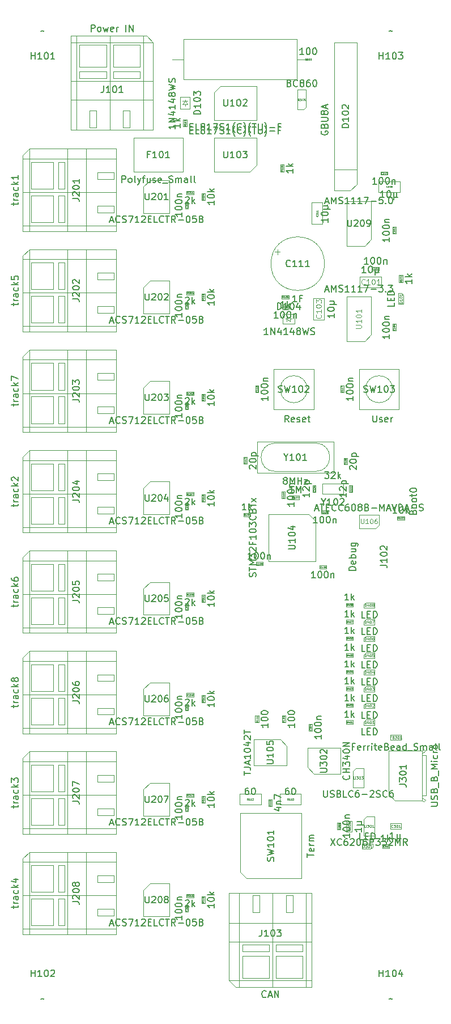
<source format=gbr>
%TF.GenerationSoftware,KiCad,Pcbnew,8.0.8+1*%
%TF.CreationDate,2025-02-28T15:38:28+00:00*%
%TF.ProjectId,belegt,62656c65-6774-42e6-9b69-6361645f7063,rev?*%
%TF.SameCoordinates,Original*%
%TF.FileFunction,AssemblyDrawing,Top*%
%FSLAX46Y46*%
G04 Gerber Fmt 4.6, Leading zero omitted, Abs format (unit mm)*
G04 Created by KiCad (PCBNEW 8.0.8+1) date 2025-02-28 15:38:28*
%MOMM*%
%LPD*%
G01*
G04 APERTURE LIST*
%ADD10C,0.150000*%
%ADD11C,0.040000*%
%ADD12C,0.060000*%
%ADD13C,0.050000*%
%ADD14C,0.120000*%
%ADD15C,0.105000*%
%ADD16C,0.100000*%
G04 APERTURE END LIST*
D10*
X125030952Y-103727319D02*
X124459524Y-103727319D01*
X124745238Y-103727319D02*
X124745238Y-102727319D01*
X124745238Y-102727319D02*
X124650000Y-102870176D01*
X124650000Y-102870176D02*
X124554762Y-102965414D01*
X124554762Y-102965414D02*
X124459524Y-103013033D01*
X125650000Y-102727319D02*
X125745238Y-102727319D01*
X125745238Y-102727319D02*
X125840476Y-102774938D01*
X125840476Y-102774938D02*
X125888095Y-102822557D01*
X125888095Y-102822557D02*
X125935714Y-102917795D01*
X125935714Y-102917795D02*
X125983333Y-103108271D01*
X125983333Y-103108271D02*
X125983333Y-103346366D01*
X125983333Y-103346366D02*
X125935714Y-103536842D01*
X125935714Y-103536842D02*
X125888095Y-103632080D01*
X125888095Y-103632080D02*
X125840476Y-103679700D01*
X125840476Y-103679700D02*
X125745238Y-103727319D01*
X125745238Y-103727319D02*
X125650000Y-103727319D01*
X125650000Y-103727319D02*
X125554762Y-103679700D01*
X125554762Y-103679700D02*
X125507143Y-103632080D01*
X125507143Y-103632080D02*
X125459524Y-103536842D01*
X125459524Y-103536842D02*
X125411905Y-103346366D01*
X125411905Y-103346366D02*
X125411905Y-103108271D01*
X125411905Y-103108271D02*
X125459524Y-102917795D01*
X125459524Y-102917795D02*
X125507143Y-102822557D01*
X125507143Y-102822557D02*
X125554762Y-102774938D01*
X125554762Y-102774938D02*
X125650000Y-102727319D01*
X126602381Y-102727319D02*
X126697619Y-102727319D01*
X126697619Y-102727319D02*
X126792857Y-102774938D01*
X126792857Y-102774938D02*
X126840476Y-102822557D01*
X126840476Y-102822557D02*
X126888095Y-102917795D01*
X126888095Y-102917795D02*
X126935714Y-103108271D01*
X126935714Y-103108271D02*
X126935714Y-103346366D01*
X126935714Y-103346366D02*
X126888095Y-103536842D01*
X126888095Y-103536842D02*
X126840476Y-103632080D01*
X126840476Y-103632080D02*
X126792857Y-103679700D01*
X126792857Y-103679700D02*
X126697619Y-103727319D01*
X126697619Y-103727319D02*
X126602381Y-103727319D01*
X126602381Y-103727319D02*
X126507143Y-103679700D01*
X126507143Y-103679700D02*
X126459524Y-103632080D01*
X126459524Y-103632080D02*
X126411905Y-103536842D01*
X126411905Y-103536842D02*
X126364286Y-103346366D01*
X126364286Y-103346366D02*
X126364286Y-103108271D01*
X126364286Y-103108271D02*
X126411905Y-102917795D01*
X126411905Y-102917795D02*
X126459524Y-102822557D01*
X126459524Y-102822557D02*
X126507143Y-102774938D01*
X126507143Y-102774938D02*
X126602381Y-102727319D01*
X127364286Y-103060652D02*
X127364286Y-103727319D01*
X127364286Y-103155890D02*
X127411905Y-103108271D01*
X127411905Y-103108271D02*
X127507143Y-103060652D01*
X127507143Y-103060652D02*
X127650000Y-103060652D01*
X127650000Y-103060652D02*
X127745238Y-103108271D01*
X127745238Y-103108271D02*
X127792857Y-103203509D01*
X127792857Y-103203509D02*
X127792857Y-103727319D01*
D11*
X125870238Y-102202265D02*
X125858334Y-102214170D01*
X125858334Y-102214170D02*
X125822619Y-102226074D01*
X125822619Y-102226074D02*
X125798810Y-102226074D01*
X125798810Y-102226074D02*
X125763096Y-102214170D01*
X125763096Y-102214170D02*
X125739286Y-102190360D01*
X125739286Y-102190360D02*
X125727381Y-102166550D01*
X125727381Y-102166550D02*
X125715477Y-102118931D01*
X125715477Y-102118931D02*
X125715477Y-102083217D01*
X125715477Y-102083217D02*
X125727381Y-102035598D01*
X125727381Y-102035598D02*
X125739286Y-102011789D01*
X125739286Y-102011789D02*
X125763096Y-101987979D01*
X125763096Y-101987979D02*
X125798810Y-101976074D01*
X125798810Y-101976074D02*
X125822619Y-101976074D01*
X125822619Y-101976074D02*
X125858334Y-101987979D01*
X125858334Y-101987979D02*
X125870238Y-101999884D01*
X126108334Y-102226074D02*
X125965477Y-102226074D01*
X126036905Y-102226074D02*
X126036905Y-101976074D01*
X126036905Y-101976074D02*
X126013096Y-102011789D01*
X126013096Y-102011789D02*
X125989286Y-102035598D01*
X125989286Y-102035598D02*
X125965477Y-102047503D01*
X126263095Y-101976074D02*
X126286905Y-101976074D01*
X126286905Y-101976074D02*
X126310714Y-101987979D01*
X126310714Y-101987979D02*
X126322619Y-101999884D01*
X126322619Y-101999884D02*
X126334524Y-102023693D01*
X126334524Y-102023693D02*
X126346429Y-102071312D01*
X126346429Y-102071312D02*
X126346429Y-102130836D01*
X126346429Y-102130836D02*
X126334524Y-102178455D01*
X126334524Y-102178455D02*
X126322619Y-102202265D01*
X126322619Y-102202265D02*
X126310714Y-102214170D01*
X126310714Y-102214170D02*
X126286905Y-102226074D01*
X126286905Y-102226074D02*
X126263095Y-102226074D01*
X126263095Y-102226074D02*
X126239286Y-102214170D01*
X126239286Y-102214170D02*
X126227381Y-102202265D01*
X126227381Y-102202265D02*
X126215476Y-102178455D01*
X126215476Y-102178455D02*
X126203572Y-102130836D01*
X126203572Y-102130836D02*
X126203572Y-102071312D01*
X126203572Y-102071312D02*
X126215476Y-102023693D01*
X126215476Y-102023693D02*
X126227381Y-101999884D01*
X126227381Y-101999884D02*
X126239286Y-101987979D01*
X126239286Y-101987979D02*
X126263095Y-101976074D01*
X126572619Y-101976074D02*
X126453571Y-101976074D01*
X126453571Y-101976074D02*
X126441667Y-102095122D01*
X126441667Y-102095122D02*
X126453571Y-102083217D01*
X126453571Y-102083217D02*
X126477381Y-102071312D01*
X126477381Y-102071312D02*
X126536905Y-102071312D01*
X126536905Y-102071312D02*
X126560714Y-102083217D01*
X126560714Y-102083217D02*
X126572619Y-102095122D01*
X126572619Y-102095122D02*
X126584524Y-102118931D01*
X126584524Y-102118931D02*
X126584524Y-102178455D01*
X126584524Y-102178455D02*
X126572619Y-102202265D01*
X126572619Y-102202265D02*
X126560714Y-102214170D01*
X126560714Y-102214170D02*
X126536905Y-102226074D01*
X126536905Y-102226074D02*
X126477381Y-102226074D01*
X126477381Y-102226074D02*
X126453571Y-102214170D01*
X126453571Y-102214170D02*
X126441667Y-102202265D01*
D10*
X125614819Y-135369047D02*
X125614819Y-135940475D01*
X125614819Y-135654761D02*
X124614819Y-135654761D01*
X124614819Y-135654761D02*
X124757676Y-135749999D01*
X124757676Y-135749999D02*
X124852914Y-135845237D01*
X124852914Y-135845237D02*
X124900533Y-135940475D01*
X124614819Y-134749999D02*
X124614819Y-134654761D01*
X124614819Y-134654761D02*
X124662438Y-134559523D01*
X124662438Y-134559523D02*
X124710057Y-134511904D01*
X124710057Y-134511904D02*
X124805295Y-134464285D01*
X124805295Y-134464285D02*
X124995771Y-134416666D01*
X124995771Y-134416666D02*
X125233866Y-134416666D01*
X125233866Y-134416666D02*
X125424342Y-134464285D01*
X125424342Y-134464285D02*
X125519580Y-134511904D01*
X125519580Y-134511904D02*
X125567200Y-134559523D01*
X125567200Y-134559523D02*
X125614819Y-134654761D01*
X125614819Y-134654761D02*
X125614819Y-134749999D01*
X125614819Y-134749999D02*
X125567200Y-134845237D01*
X125567200Y-134845237D02*
X125519580Y-134892856D01*
X125519580Y-134892856D02*
X125424342Y-134940475D01*
X125424342Y-134940475D02*
X125233866Y-134988094D01*
X125233866Y-134988094D02*
X124995771Y-134988094D01*
X124995771Y-134988094D02*
X124805295Y-134940475D01*
X124805295Y-134940475D02*
X124710057Y-134892856D01*
X124710057Y-134892856D02*
X124662438Y-134845237D01*
X124662438Y-134845237D02*
X124614819Y-134749999D01*
X124614819Y-133797618D02*
X124614819Y-133702380D01*
X124614819Y-133702380D02*
X124662438Y-133607142D01*
X124662438Y-133607142D02*
X124710057Y-133559523D01*
X124710057Y-133559523D02*
X124805295Y-133511904D01*
X124805295Y-133511904D02*
X124995771Y-133464285D01*
X124995771Y-133464285D02*
X125233866Y-133464285D01*
X125233866Y-133464285D02*
X125424342Y-133511904D01*
X125424342Y-133511904D02*
X125519580Y-133559523D01*
X125519580Y-133559523D02*
X125567200Y-133607142D01*
X125567200Y-133607142D02*
X125614819Y-133702380D01*
X125614819Y-133702380D02*
X125614819Y-133797618D01*
X125614819Y-133797618D02*
X125567200Y-133892856D01*
X125567200Y-133892856D02*
X125519580Y-133940475D01*
X125519580Y-133940475D02*
X125424342Y-133988094D01*
X125424342Y-133988094D02*
X125233866Y-134035713D01*
X125233866Y-134035713D02*
X124995771Y-134035713D01*
X124995771Y-134035713D02*
X124805295Y-133988094D01*
X124805295Y-133988094D02*
X124710057Y-133940475D01*
X124710057Y-133940475D02*
X124662438Y-133892856D01*
X124662438Y-133892856D02*
X124614819Y-133797618D01*
X124948152Y-133035713D02*
X125614819Y-133035713D01*
X125043390Y-133035713D02*
X124995771Y-132988094D01*
X124995771Y-132988094D02*
X124948152Y-132892856D01*
X124948152Y-132892856D02*
X124948152Y-132749999D01*
X124948152Y-132749999D02*
X124995771Y-132654761D01*
X124995771Y-132654761D02*
X125091009Y-132607142D01*
X125091009Y-132607142D02*
X125614819Y-132607142D01*
D11*
X124089765Y-134529761D02*
X124101670Y-134541665D01*
X124101670Y-134541665D02*
X124113574Y-134577380D01*
X124113574Y-134577380D02*
X124113574Y-134601189D01*
X124113574Y-134601189D02*
X124101670Y-134636903D01*
X124101670Y-134636903D02*
X124077860Y-134660713D01*
X124077860Y-134660713D02*
X124054050Y-134672618D01*
X124054050Y-134672618D02*
X124006431Y-134684522D01*
X124006431Y-134684522D02*
X123970717Y-134684522D01*
X123970717Y-134684522D02*
X123923098Y-134672618D01*
X123923098Y-134672618D02*
X123899289Y-134660713D01*
X123899289Y-134660713D02*
X123875479Y-134636903D01*
X123875479Y-134636903D02*
X123863574Y-134601189D01*
X123863574Y-134601189D02*
X123863574Y-134577380D01*
X123863574Y-134577380D02*
X123875479Y-134541665D01*
X123875479Y-134541665D02*
X123887384Y-134529761D01*
X123863574Y-134446427D02*
X123863574Y-134291665D01*
X123863574Y-134291665D02*
X123958812Y-134374999D01*
X123958812Y-134374999D02*
X123958812Y-134339284D01*
X123958812Y-134339284D02*
X123970717Y-134315475D01*
X123970717Y-134315475D02*
X123982622Y-134303570D01*
X123982622Y-134303570D02*
X124006431Y-134291665D01*
X124006431Y-134291665D02*
X124065955Y-134291665D01*
X124065955Y-134291665D02*
X124089765Y-134303570D01*
X124089765Y-134303570D02*
X124101670Y-134315475D01*
X124101670Y-134315475D02*
X124113574Y-134339284D01*
X124113574Y-134339284D02*
X124113574Y-134410713D01*
X124113574Y-134410713D02*
X124101670Y-134434522D01*
X124101670Y-134434522D02*
X124089765Y-134446427D01*
X123863574Y-134136904D02*
X123863574Y-134113094D01*
X123863574Y-134113094D02*
X123875479Y-134089285D01*
X123875479Y-134089285D02*
X123887384Y-134077380D01*
X123887384Y-134077380D02*
X123911193Y-134065475D01*
X123911193Y-134065475D02*
X123958812Y-134053570D01*
X123958812Y-134053570D02*
X124018336Y-134053570D01*
X124018336Y-134053570D02*
X124065955Y-134065475D01*
X124065955Y-134065475D02*
X124089765Y-134077380D01*
X124089765Y-134077380D02*
X124101670Y-134089285D01*
X124101670Y-134089285D02*
X124113574Y-134113094D01*
X124113574Y-134113094D02*
X124113574Y-134136904D01*
X124113574Y-134136904D02*
X124101670Y-134160713D01*
X124101670Y-134160713D02*
X124089765Y-134172618D01*
X124089765Y-134172618D02*
X124065955Y-134184523D01*
X124065955Y-134184523D02*
X124018336Y-134196427D01*
X124018336Y-134196427D02*
X123958812Y-134196427D01*
X123958812Y-134196427D02*
X123911193Y-134184523D01*
X123911193Y-134184523D02*
X123887384Y-134172618D01*
X123887384Y-134172618D02*
X123875479Y-134160713D01*
X123875479Y-134160713D02*
X123863574Y-134136904D01*
X123946908Y-133839285D02*
X124113574Y-133839285D01*
X123851670Y-133898809D02*
X124030241Y-133958332D01*
X124030241Y-133958332D02*
X124030241Y-133803571D01*
D10*
X94047619Y-163569104D02*
X94523809Y-163569104D01*
X93952381Y-163854819D02*
X94285714Y-162854819D01*
X94285714Y-162854819D02*
X94619047Y-163854819D01*
X95523809Y-163759580D02*
X95476190Y-163807200D01*
X95476190Y-163807200D02*
X95333333Y-163854819D01*
X95333333Y-163854819D02*
X95238095Y-163854819D01*
X95238095Y-163854819D02*
X95095238Y-163807200D01*
X95095238Y-163807200D02*
X95000000Y-163711961D01*
X95000000Y-163711961D02*
X94952381Y-163616723D01*
X94952381Y-163616723D02*
X94904762Y-163426247D01*
X94904762Y-163426247D02*
X94904762Y-163283390D01*
X94904762Y-163283390D02*
X94952381Y-163092914D01*
X94952381Y-163092914D02*
X95000000Y-162997676D01*
X95000000Y-162997676D02*
X95095238Y-162902438D01*
X95095238Y-162902438D02*
X95238095Y-162854819D01*
X95238095Y-162854819D02*
X95333333Y-162854819D01*
X95333333Y-162854819D02*
X95476190Y-162902438D01*
X95476190Y-162902438D02*
X95523809Y-162950057D01*
X95904762Y-163807200D02*
X96047619Y-163854819D01*
X96047619Y-163854819D02*
X96285714Y-163854819D01*
X96285714Y-163854819D02*
X96380952Y-163807200D01*
X96380952Y-163807200D02*
X96428571Y-163759580D01*
X96428571Y-163759580D02*
X96476190Y-163664342D01*
X96476190Y-163664342D02*
X96476190Y-163569104D01*
X96476190Y-163569104D02*
X96428571Y-163473866D01*
X96428571Y-163473866D02*
X96380952Y-163426247D01*
X96380952Y-163426247D02*
X96285714Y-163378628D01*
X96285714Y-163378628D02*
X96095238Y-163331009D01*
X96095238Y-163331009D02*
X96000000Y-163283390D01*
X96000000Y-163283390D02*
X95952381Y-163235771D01*
X95952381Y-163235771D02*
X95904762Y-163140533D01*
X95904762Y-163140533D02*
X95904762Y-163045295D01*
X95904762Y-163045295D02*
X95952381Y-162950057D01*
X95952381Y-162950057D02*
X96000000Y-162902438D01*
X96000000Y-162902438D02*
X96095238Y-162854819D01*
X96095238Y-162854819D02*
X96333333Y-162854819D01*
X96333333Y-162854819D02*
X96476190Y-162902438D01*
X96809524Y-162854819D02*
X97476190Y-162854819D01*
X97476190Y-162854819D02*
X97047619Y-163854819D01*
X98380952Y-163854819D02*
X97809524Y-163854819D01*
X98095238Y-163854819D02*
X98095238Y-162854819D01*
X98095238Y-162854819D02*
X98000000Y-162997676D01*
X98000000Y-162997676D02*
X97904762Y-163092914D01*
X97904762Y-163092914D02*
X97809524Y-163140533D01*
X98761905Y-162950057D02*
X98809524Y-162902438D01*
X98809524Y-162902438D02*
X98904762Y-162854819D01*
X98904762Y-162854819D02*
X99142857Y-162854819D01*
X99142857Y-162854819D02*
X99238095Y-162902438D01*
X99238095Y-162902438D02*
X99285714Y-162950057D01*
X99285714Y-162950057D02*
X99333333Y-163045295D01*
X99333333Y-163045295D02*
X99333333Y-163140533D01*
X99333333Y-163140533D02*
X99285714Y-163283390D01*
X99285714Y-163283390D02*
X98714286Y-163854819D01*
X98714286Y-163854819D02*
X99333333Y-163854819D01*
X99761905Y-163331009D02*
X100095238Y-163331009D01*
X100238095Y-163854819D02*
X99761905Y-163854819D01*
X99761905Y-163854819D02*
X99761905Y-162854819D01*
X99761905Y-162854819D02*
X100238095Y-162854819D01*
X101142857Y-163854819D02*
X100666667Y-163854819D01*
X100666667Y-163854819D02*
X100666667Y-162854819D01*
X102047619Y-163759580D02*
X102000000Y-163807200D01*
X102000000Y-163807200D02*
X101857143Y-163854819D01*
X101857143Y-163854819D02*
X101761905Y-163854819D01*
X101761905Y-163854819D02*
X101619048Y-163807200D01*
X101619048Y-163807200D02*
X101523810Y-163711961D01*
X101523810Y-163711961D02*
X101476191Y-163616723D01*
X101476191Y-163616723D02*
X101428572Y-163426247D01*
X101428572Y-163426247D02*
X101428572Y-163283390D01*
X101428572Y-163283390D02*
X101476191Y-163092914D01*
X101476191Y-163092914D02*
X101523810Y-162997676D01*
X101523810Y-162997676D02*
X101619048Y-162902438D01*
X101619048Y-162902438D02*
X101761905Y-162854819D01*
X101761905Y-162854819D02*
X101857143Y-162854819D01*
X101857143Y-162854819D02*
X102000000Y-162902438D01*
X102000000Y-162902438D02*
X102047619Y-162950057D01*
X102333334Y-162854819D02*
X102904762Y-162854819D01*
X102619048Y-163854819D02*
X102619048Y-162854819D01*
X103809524Y-163854819D02*
X103476191Y-163378628D01*
X103238096Y-163854819D02*
X103238096Y-162854819D01*
X103238096Y-162854819D02*
X103619048Y-162854819D01*
X103619048Y-162854819D02*
X103714286Y-162902438D01*
X103714286Y-162902438D02*
X103761905Y-162950057D01*
X103761905Y-162950057D02*
X103809524Y-163045295D01*
X103809524Y-163045295D02*
X103809524Y-163188152D01*
X103809524Y-163188152D02*
X103761905Y-163283390D01*
X103761905Y-163283390D02*
X103714286Y-163331009D01*
X103714286Y-163331009D02*
X103619048Y-163378628D01*
X103619048Y-163378628D02*
X103238096Y-163378628D01*
X104238096Y-163473866D02*
X105000001Y-163473866D01*
X105666667Y-162854819D02*
X105761905Y-162854819D01*
X105761905Y-162854819D02*
X105857143Y-162902438D01*
X105857143Y-162902438D02*
X105904762Y-162950057D01*
X105904762Y-162950057D02*
X105952381Y-163045295D01*
X105952381Y-163045295D02*
X106000000Y-163235771D01*
X106000000Y-163235771D02*
X106000000Y-163473866D01*
X106000000Y-163473866D02*
X105952381Y-163664342D01*
X105952381Y-163664342D02*
X105904762Y-163759580D01*
X105904762Y-163759580D02*
X105857143Y-163807200D01*
X105857143Y-163807200D02*
X105761905Y-163854819D01*
X105761905Y-163854819D02*
X105666667Y-163854819D01*
X105666667Y-163854819D02*
X105571429Y-163807200D01*
X105571429Y-163807200D02*
X105523810Y-163759580D01*
X105523810Y-163759580D02*
X105476191Y-163664342D01*
X105476191Y-163664342D02*
X105428572Y-163473866D01*
X105428572Y-163473866D02*
X105428572Y-163235771D01*
X105428572Y-163235771D02*
X105476191Y-163045295D01*
X105476191Y-163045295D02*
X105523810Y-162950057D01*
X105523810Y-162950057D02*
X105571429Y-162902438D01*
X105571429Y-162902438D02*
X105666667Y-162854819D01*
X106904762Y-162854819D02*
X106428572Y-162854819D01*
X106428572Y-162854819D02*
X106380953Y-163331009D01*
X106380953Y-163331009D02*
X106428572Y-163283390D01*
X106428572Y-163283390D02*
X106523810Y-163235771D01*
X106523810Y-163235771D02*
X106761905Y-163235771D01*
X106761905Y-163235771D02*
X106857143Y-163283390D01*
X106857143Y-163283390D02*
X106904762Y-163331009D01*
X106904762Y-163331009D02*
X106952381Y-163426247D01*
X106952381Y-163426247D02*
X106952381Y-163664342D01*
X106952381Y-163664342D02*
X106904762Y-163759580D01*
X106904762Y-163759580D02*
X106857143Y-163807200D01*
X106857143Y-163807200D02*
X106761905Y-163854819D01*
X106761905Y-163854819D02*
X106523810Y-163854819D01*
X106523810Y-163854819D02*
X106428572Y-163807200D01*
X106428572Y-163807200D02*
X106380953Y-163759580D01*
X107714286Y-163331009D02*
X107857143Y-163378628D01*
X107857143Y-163378628D02*
X107904762Y-163426247D01*
X107904762Y-163426247D02*
X107952381Y-163521485D01*
X107952381Y-163521485D02*
X107952381Y-163664342D01*
X107952381Y-163664342D02*
X107904762Y-163759580D01*
X107904762Y-163759580D02*
X107857143Y-163807200D01*
X107857143Y-163807200D02*
X107761905Y-163854819D01*
X107761905Y-163854819D02*
X107380953Y-163854819D01*
X107380953Y-163854819D02*
X107380953Y-162854819D01*
X107380953Y-162854819D02*
X107714286Y-162854819D01*
X107714286Y-162854819D02*
X107809524Y-162902438D01*
X107809524Y-162902438D02*
X107857143Y-162950057D01*
X107857143Y-162950057D02*
X107904762Y-163045295D01*
X107904762Y-163045295D02*
X107904762Y-163140533D01*
X107904762Y-163140533D02*
X107857143Y-163235771D01*
X107857143Y-163235771D02*
X107809524Y-163283390D01*
X107809524Y-163283390D02*
X107714286Y-163331009D01*
X107714286Y-163331009D02*
X107380953Y-163331009D01*
X99320000Y-159465566D02*
X99320000Y-160258900D01*
X99320000Y-160258900D02*
X99366667Y-160352233D01*
X99366667Y-160352233D02*
X99413333Y-160398900D01*
X99413333Y-160398900D02*
X99506667Y-160445566D01*
X99506667Y-160445566D02*
X99693333Y-160445566D01*
X99693333Y-160445566D02*
X99786667Y-160398900D01*
X99786667Y-160398900D02*
X99833333Y-160352233D01*
X99833333Y-160352233D02*
X99880000Y-160258900D01*
X99880000Y-160258900D02*
X99880000Y-159465566D01*
X100300000Y-159558900D02*
X100346667Y-159512233D01*
X100346667Y-159512233D02*
X100440000Y-159465566D01*
X100440000Y-159465566D02*
X100673334Y-159465566D01*
X100673334Y-159465566D02*
X100766667Y-159512233D01*
X100766667Y-159512233D02*
X100813334Y-159558900D01*
X100813334Y-159558900D02*
X100860000Y-159652233D01*
X100860000Y-159652233D02*
X100860000Y-159745566D01*
X100860000Y-159745566D02*
X100813334Y-159885566D01*
X100813334Y-159885566D02*
X100253334Y-160445566D01*
X100253334Y-160445566D02*
X100860000Y-160445566D01*
X101466667Y-159465566D02*
X101560000Y-159465566D01*
X101560000Y-159465566D02*
X101653333Y-159512233D01*
X101653333Y-159512233D02*
X101700000Y-159558900D01*
X101700000Y-159558900D02*
X101746667Y-159652233D01*
X101746667Y-159652233D02*
X101793333Y-159838900D01*
X101793333Y-159838900D02*
X101793333Y-160072233D01*
X101793333Y-160072233D02*
X101746667Y-160258900D01*
X101746667Y-160258900D02*
X101700000Y-160352233D01*
X101700000Y-160352233D02*
X101653333Y-160398900D01*
X101653333Y-160398900D02*
X101560000Y-160445566D01*
X101560000Y-160445566D02*
X101466667Y-160445566D01*
X101466667Y-160445566D02*
X101373333Y-160398900D01*
X101373333Y-160398900D02*
X101326667Y-160352233D01*
X101326667Y-160352233D02*
X101280000Y-160258900D01*
X101280000Y-160258900D02*
X101233333Y-160072233D01*
X101233333Y-160072233D02*
X101233333Y-159838900D01*
X101233333Y-159838900D02*
X101280000Y-159652233D01*
X101280000Y-159652233D02*
X101326667Y-159558900D01*
X101326667Y-159558900D02*
X101373333Y-159512233D01*
X101373333Y-159512233D02*
X101466667Y-159465566D01*
X102353333Y-159885566D02*
X102260000Y-159838900D01*
X102260000Y-159838900D02*
X102213333Y-159792233D01*
X102213333Y-159792233D02*
X102166666Y-159698900D01*
X102166666Y-159698900D02*
X102166666Y-159652233D01*
X102166666Y-159652233D02*
X102213333Y-159558900D01*
X102213333Y-159558900D02*
X102260000Y-159512233D01*
X102260000Y-159512233D02*
X102353333Y-159465566D01*
X102353333Y-159465566D02*
X102540000Y-159465566D01*
X102540000Y-159465566D02*
X102633333Y-159512233D01*
X102633333Y-159512233D02*
X102680000Y-159558900D01*
X102680000Y-159558900D02*
X102726666Y-159652233D01*
X102726666Y-159652233D02*
X102726666Y-159698900D01*
X102726666Y-159698900D02*
X102680000Y-159792233D01*
X102680000Y-159792233D02*
X102633333Y-159838900D01*
X102633333Y-159838900D02*
X102540000Y-159885566D01*
X102540000Y-159885566D02*
X102353333Y-159885566D01*
X102353333Y-159885566D02*
X102260000Y-159932233D01*
X102260000Y-159932233D02*
X102213333Y-159978900D01*
X102213333Y-159978900D02*
X102166666Y-160072233D01*
X102166666Y-160072233D02*
X102166666Y-160258900D01*
X102166666Y-160258900D02*
X102213333Y-160352233D01*
X102213333Y-160352233D02*
X102260000Y-160398900D01*
X102260000Y-160398900D02*
X102353333Y-160445566D01*
X102353333Y-160445566D02*
X102540000Y-160445566D01*
X102540000Y-160445566D02*
X102633333Y-160398900D01*
X102633333Y-160398900D02*
X102680000Y-160352233D01*
X102680000Y-160352233D02*
X102726666Y-160258900D01*
X102726666Y-160258900D02*
X102726666Y-160072233D01*
X102726666Y-160072233D02*
X102680000Y-159978900D01*
X102680000Y-159978900D02*
X102633333Y-159932233D01*
X102633333Y-159932233D02*
X102540000Y-159885566D01*
X79668152Y-71261904D02*
X79668152Y-70880952D01*
X79334819Y-71119047D02*
X80191961Y-71119047D01*
X80191961Y-71119047D02*
X80287200Y-71071428D01*
X80287200Y-71071428D02*
X80334819Y-70976190D01*
X80334819Y-70976190D02*
X80334819Y-70880952D01*
X80334819Y-70547618D02*
X79668152Y-70547618D01*
X79858628Y-70547618D02*
X79763390Y-70499999D01*
X79763390Y-70499999D02*
X79715771Y-70452380D01*
X79715771Y-70452380D02*
X79668152Y-70357142D01*
X79668152Y-70357142D02*
X79668152Y-70261904D01*
X80334819Y-69499999D02*
X79811009Y-69499999D01*
X79811009Y-69499999D02*
X79715771Y-69547618D01*
X79715771Y-69547618D02*
X79668152Y-69642856D01*
X79668152Y-69642856D02*
X79668152Y-69833332D01*
X79668152Y-69833332D02*
X79715771Y-69928570D01*
X80287200Y-69499999D02*
X80334819Y-69595237D01*
X80334819Y-69595237D02*
X80334819Y-69833332D01*
X80334819Y-69833332D02*
X80287200Y-69928570D01*
X80287200Y-69928570D02*
X80191961Y-69976189D01*
X80191961Y-69976189D02*
X80096723Y-69976189D01*
X80096723Y-69976189D02*
X80001485Y-69928570D01*
X80001485Y-69928570D02*
X79953866Y-69833332D01*
X79953866Y-69833332D02*
X79953866Y-69595237D01*
X79953866Y-69595237D02*
X79906247Y-69499999D01*
X80287200Y-68595237D02*
X80334819Y-68690475D01*
X80334819Y-68690475D02*
X80334819Y-68880951D01*
X80334819Y-68880951D02*
X80287200Y-68976189D01*
X80287200Y-68976189D02*
X80239580Y-69023808D01*
X80239580Y-69023808D02*
X80144342Y-69071427D01*
X80144342Y-69071427D02*
X79858628Y-69071427D01*
X79858628Y-69071427D02*
X79763390Y-69023808D01*
X79763390Y-69023808D02*
X79715771Y-68976189D01*
X79715771Y-68976189D02*
X79668152Y-68880951D01*
X79668152Y-68880951D02*
X79668152Y-68690475D01*
X79668152Y-68690475D02*
X79715771Y-68595237D01*
X80334819Y-68166665D02*
X79334819Y-68166665D01*
X79953866Y-68071427D02*
X80334819Y-67785713D01*
X79668152Y-67785713D02*
X80049104Y-68166665D01*
X79334819Y-66880951D02*
X79334819Y-67357141D01*
X79334819Y-67357141D02*
X79811009Y-67404760D01*
X79811009Y-67404760D02*
X79763390Y-67357141D01*
X79763390Y-67357141D02*
X79715771Y-67261903D01*
X79715771Y-67261903D02*
X79715771Y-67023808D01*
X79715771Y-67023808D02*
X79763390Y-66928570D01*
X79763390Y-66928570D02*
X79811009Y-66880951D01*
X79811009Y-66880951D02*
X79906247Y-66833332D01*
X79906247Y-66833332D02*
X80144342Y-66833332D01*
X80144342Y-66833332D02*
X80239580Y-66880951D01*
X80239580Y-66880951D02*
X80287200Y-66928570D01*
X80287200Y-66928570D02*
X80334819Y-67023808D01*
X80334819Y-67023808D02*
X80334819Y-67261903D01*
X80334819Y-67261903D02*
X80287200Y-67357141D01*
X80287200Y-67357141D02*
X80239580Y-67404760D01*
X88454819Y-70285714D02*
X89169104Y-70285714D01*
X89169104Y-70285714D02*
X89311961Y-70333333D01*
X89311961Y-70333333D02*
X89407200Y-70428571D01*
X89407200Y-70428571D02*
X89454819Y-70571428D01*
X89454819Y-70571428D02*
X89454819Y-70666666D01*
X88550057Y-69857142D02*
X88502438Y-69809523D01*
X88502438Y-69809523D02*
X88454819Y-69714285D01*
X88454819Y-69714285D02*
X88454819Y-69476190D01*
X88454819Y-69476190D02*
X88502438Y-69380952D01*
X88502438Y-69380952D02*
X88550057Y-69333333D01*
X88550057Y-69333333D02*
X88645295Y-69285714D01*
X88645295Y-69285714D02*
X88740533Y-69285714D01*
X88740533Y-69285714D02*
X88883390Y-69333333D01*
X88883390Y-69333333D02*
X89454819Y-69904761D01*
X89454819Y-69904761D02*
X89454819Y-69285714D01*
X88454819Y-68666666D02*
X88454819Y-68571428D01*
X88454819Y-68571428D02*
X88502438Y-68476190D01*
X88502438Y-68476190D02*
X88550057Y-68428571D01*
X88550057Y-68428571D02*
X88645295Y-68380952D01*
X88645295Y-68380952D02*
X88835771Y-68333333D01*
X88835771Y-68333333D02*
X89073866Y-68333333D01*
X89073866Y-68333333D02*
X89264342Y-68380952D01*
X89264342Y-68380952D02*
X89359580Y-68428571D01*
X89359580Y-68428571D02*
X89407200Y-68476190D01*
X89407200Y-68476190D02*
X89454819Y-68571428D01*
X89454819Y-68571428D02*
X89454819Y-68666666D01*
X89454819Y-68666666D02*
X89407200Y-68761904D01*
X89407200Y-68761904D02*
X89359580Y-68809523D01*
X89359580Y-68809523D02*
X89264342Y-68857142D01*
X89264342Y-68857142D02*
X89073866Y-68904761D01*
X89073866Y-68904761D02*
X88835771Y-68904761D01*
X88835771Y-68904761D02*
X88645295Y-68857142D01*
X88645295Y-68857142D02*
X88550057Y-68809523D01*
X88550057Y-68809523D02*
X88502438Y-68761904D01*
X88502438Y-68761904D02*
X88454819Y-68666666D01*
X88550057Y-67952380D02*
X88502438Y-67904761D01*
X88502438Y-67904761D02*
X88454819Y-67809523D01*
X88454819Y-67809523D02*
X88454819Y-67571428D01*
X88454819Y-67571428D02*
X88502438Y-67476190D01*
X88502438Y-67476190D02*
X88550057Y-67428571D01*
X88550057Y-67428571D02*
X88645295Y-67380952D01*
X88645295Y-67380952D02*
X88740533Y-67380952D01*
X88740533Y-67380952D02*
X88883390Y-67428571D01*
X88883390Y-67428571D02*
X89454819Y-67999999D01*
X89454819Y-67999999D02*
X89454819Y-67380952D01*
X79668152Y-146261904D02*
X79668152Y-145880952D01*
X79334819Y-146119047D02*
X80191961Y-146119047D01*
X80191961Y-146119047D02*
X80287200Y-146071428D01*
X80287200Y-146071428D02*
X80334819Y-145976190D01*
X80334819Y-145976190D02*
X80334819Y-145880952D01*
X80334819Y-145547618D02*
X79668152Y-145547618D01*
X79858628Y-145547618D02*
X79763390Y-145499999D01*
X79763390Y-145499999D02*
X79715771Y-145452380D01*
X79715771Y-145452380D02*
X79668152Y-145357142D01*
X79668152Y-145357142D02*
X79668152Y-145261904D01*
X80334819Y-144499999D02*
X79811009Y-144499999D01*
X79811009Y-144499999D02*
X79715771Y-144547618D01*
X79715771Y-144547618D02*
X79668152Y-144642856D01*
X79668152Y-144642856D02*
X79668152Y-144833332D01*
X79668152Y-144833332D02*
X79715771Y-144928570D01*
X80287200Y-144499999D02*
X80334819Y-144595237D01*
X80334819Y-144595237D02*
X80334819Y-144833332D01*
X80334819Y-144833332D02*
X80287200Y-144928570D01*
X80287200Y-144928570D02*
X80191961Y-144976189D01*
X80191961Y-144976189D02*
X80096723Y-144976189D01*
X80096723Y-144976189D02*
X80001485Y-144928570D01*
X80001485Y-144928570D02*
X79953866Y-144833332D01*
X79953866Y-144833332D02*
X79953866Y-144595237D01*
X79953866Y-144595237D02*
X79906247Y-144499999D01*
X80287200Y-143595237D02*
X80334819Y-143690475D01*
X80334819Y-143690475D02*
X80334819Y-143880951D01*
X80334819Y-143880951D02*
X80287200Y-143976189D01*
X80287200Y-143976189D02*
X80239580Y-144023808D01*
X80239580Y-144023808D02*
X80144342Y-144071427D01*
X80144342Y-144071427D02*
X79858628Y-144071427D01*
X79858628Y-144071427D02*
X79763390Y-144023808D01*
X79763390Y-144023808D02*
X79715771Y-143976189D01*
X79715771Y-143976189D02*
X79668152Y-143880951D01*
X79668152Y-143880951D02*
X79668152Y-143690475D01*
X79668152Y-143690475D02*
X79715771Y-143595237D01*
X80334819Y-143166665D02*
X79334819Y-143166665D01*
X79953866Y-143071427D02*
X80334819Y-142785713D01*
X79668152Y-142785713D02*
X80049104Y-143166665D01*
X79334819Y-142452379D02*
X79334819Y-141833332D01*
X79334819Y-141833332D02*
X79715771Y-142166665D01*
X79715771Y-142166665D02*
X79715771Y-142023808D01*
X79715771Y-142023808D02*
X79763390Y-141928570D01*
X79763390Y-141928570D02*
X79811009Y-141880951D01*
X79811009Y-141880951D02*
X79906247Y-141833332D01*
X79906247Y-141833332D02*
X80144342Y-141833332D01*
X80144342Y-141833332D02*
X80239580Y-141880951D01*
X80239580Y-141880951D02*
X80287200Y-141928570D01*
X80287200Y-141928570D02*
X80334819Y-142023808D01*
X80334819Y-142023808D02*
X80334819Y-142309522D01*
X80334819Y-142309522D02*
X80287200Y-142404760D01*
X80287200Y-142404760D02*
X80239580Y-142452379D01*
X88454819Y-145285714D02*
X89169104Y-145285714D01*
X89169104Y-145285714D02*
X89311961Y-145333333D01*
X89311961Y-145333333D02*
X89407200Y-145428571D01*
X89407200Y-145428571D02*
X89454819Y-145571428D01*
X89454819Y-145571428D02*
X89454819Y-145666666D01*
X88550057Y-144857142D02*
X88502438Y-144809523D01*
X88502438Y-144809523D02*
X88454819Y-144714285D01*
X88454819Y-144714285D02*
X88454819Y-144476190D01*
X88454819Y-144476190D02*
X88502438Y-144380952D01*
X88502438Y-144380952D02*
X88550057Y-144333333D01*
X88550057Y-144333333D02*
X88645295Y-144285714D01*
X88645295Y-144285714D02*
X88740533Y-144285714D01*
X88740533Y-144285714D02*
X88883390Y-144333333D01*
X88883390Y-144333333D02*
X89454819Y-144904761D01*
X89454819Y-144904761D02*
X89454819Y-144285714D01*
X88454819Y-143666666D02*
X88454819Y-143571428D01*
X88454819Y-143571428D02*
X88502438Y-143476190D01*
X88502438Y-143476190D02*
X88550057Y-143428571D01*
X88550057Y-143428571D02*
X88645295Y-143380952D01*
X88645295Y-143380952D02*
X88835771Y-143333333D01*
X88835771Y-143333333D02*
X89073866Y-143333333D01*
X89073866Y-143333333D02*
X89264342Y-143380952D01*
X89264342Y-143380952D02*
X89359580Y-143428571D01*
X89359580Y-143428571D02*
X89407200Y-143476190D01*
X89407200Y-143476190D02*
X89454819Y-143571428D01*
X89454819Y-143571428D02*
X89454819Y-143666666D01*
X89454819Y-143666666D02*
X89407200Y-143761904D01*
X89407200Y-143761904D02*
X89359580Y-143809523D01*
X89359580Y-143809523D02*
X89264342Y-143857142D01*
X89264342Y-143857142D02*
X89073866Y-143904761D01*
X89073866Y-143904761D02*
X88835771Y-143904761D01*
X88835771Y-143904761D02*
X88645295Y-143857142D01*
X88645295Y-143857142D02*
X88550057Y-143809523D01*
X88550057Y-143809523D02*
X88502438Y-143761904D01*
X88502438Y-143761904D02*
X88454819Y-143666666D01*
X88454819Y-142999999D02*
X88454819Y-142333333D01*
X88454819Y-142333333D02*
X89454819Y-142761904D01*
X124730952Y-111927319D02*
X124159524Y-111927319D01*
X124445238Y-111927319D02*
X124445238Y-110927319D01*
X124445238Y-110927319D02*
X124350000Y-111070176D01*
X124350000Y-111070176D02*
X124254762Y-111165414D01*
X124254762Y-111165414D02*
X124159524Y-111213033D01*
X125350000Y-110927319D02*
X125445238Y-110927319D01*
X125445238Y-110927319D02*
X125540476Y-110974938D01*
X125540476Y-110974938D02*
X125588095Y-111022557D01*
X125588095Y-111022557D02*
X125635714Y-111117795D01*
X125635714Y-111117795D02*
X125683333Y-111308271D01*
X125683333Y-111308271D02*
X125683333Y-111546366D01*
X125683333Y-111546366D02*
X125635714Y-111736842D01*
X125635714Y-111736842D02*
X125588095Y-111832080D01*
X125588095Y-111832080D02*
X125540476Y-111879700D01*
X125540476Y-111879700D02*
X125445238Y-111927319D01*
X125445238Y-111927319D02*
X125350000Y-111927319D01*
X125350000Y-111927319D02*
X125254762Y-111879700D01*
X125254762Y-111879700D02*
X125207143Y-111832080D01*
X125207143Y-111832080D02*
X125159524Y-111736842D01*
X125159524Y-111736842D02*
X125111905Y-111546366D01*
X125111905Y-111546366D02*
X125111905Y-111308271D01*
X125111905Y-111308271D02*
X125159524Y-111117795D01*
X125159524Y-111117795D02*
X125207143Y-111022557D01*
X125207143Y-111022557D02*
X125254762Y-110974938D01*
X125254762Y-110974938D02*
X125350000Y-110927319D01*
X126302381Y-110927319D02*
X126397619Y-110927319D01*
X126397619Y-110927319D02*
X126492857Y-110974938D01*
X126492857Y-110974938D02*
X126540476Y-111022557D01*
X126540476Y-111022557D02*
X126588095Y-111117795D01*
X126588095Y-111117795D02*
X126635714Y-111308271D01*
X126635714Y-111308271D02*
X126635714Y-111546366D01*
X126635714Y-111546366D02*
X126588095Y-111736842D01*
X126588095Y-111736842D02*
X126540476Y-111832080D01*
X126540476Y-111832080D02*
X126492857Y-111879700D01*
X126492857Y-111879700D02*
X126397619Y-111927319D01*
X126397619Y-111927319D02*
X126302381Y-111927319D01*
X126302381Y-111927319D02*
X126207143Y-111879700D01*
X126207143Y-111879700D02*
X126159524Y-111832080D01*
X126159524Y-111832080D02*
X126111905Y-111736842D01*
X126111905Y-111736842D02*
X126064286Y-111546366D01*
X126064286Y-111546366D02*
X126064286Y-111308271D01*
X126064286Y-111308271D02*
X126111905Y-111117795D01*
X126111905Y-111117795D02*
X126159524Y-111022557D01*
X126159524Y-111022557D02*
X126207143Y-110974938D01*
X126207143Y-110974938D02*
X126302381Y-110927319D01*
X127064286Y-111260652D02*
X127064286Y-111927319D01*
X127064286Y-111355890D02*
X127111905Y-111308271D01*
X127111905Y-111308271D02*
X127207143Y-111260652D01*
X127207143Y-111260652D02*
X127350000Y-111260652D01*
X127350000Y-111260652D02*
X127445238Y-111308271D01*
X127445238Y-111308271D02*
X127492857Y-111403509D01*
X127492857Y-111403509D02*
X127492857Y-111927319D01*
D11*
X125570238Y-110402265D02*
X125558334Y-110414170D01*
X125558334Y-110414170D02*
X125522619Y-110426074D01*
X125522619Y-110426074D02*
X125498810Y-110426074D01*
X125498810Y-110426074D02*
X125463096Y-110414170D01*
X125463096Y-110414170D02*
X125439286Y-110390360D01*
X125439286Y-110390360D02*
X125427381Y-110366550D01*
X125427381Y-110366550D02*
X125415477Y-110318931D01*
X125415477Y-110318931D02*
X125415477Y-110283217D01*
X125415477Y-110283217D02*
X125427381Y-110235598D01*
X125427381Y-110235598D02*
X125439286Y-110211789D01*
X125439286Y-110211789D02*
X125463096Y-110187979D01*
X125463096Y-110187979D02*
X125498810Y-110176074D01*
X125498810Y-110176074D02*
X125522619Y-110176074D01*
X125522619Y-110176074D02*
X125558334Y-110187979D01*
X125558334Y-110187979D02*
X125570238Y-110199884D01*
X125808334Y-110426074D02*
X125665477Y-110426074D01*
X125736905Y-110426074D02*
X125736905Y-110176074D01*
X125736905Y-110176074D02*
X125713096Y-110211789D01*
X125713096Y-110211789D02*
X125689286Y-110235598D01*
X125689286Y-110235598D02*
X125665477Y-110247503D01*
X125963095Y-110176074D02*
X125986905Y-110176074D01*
X125986905Y-110176074D02*
X126010714Y-110187979D01*
X126010714Y-110187979D02*
X126022619Y-110199884D01*
X126022619Y-110199884D02*
X126034524Y-110223693D01*
X126034524Y-110223693D02*
X126046429Y-110271312D01*
X126046429Y-110271312D02*
X126046429Y-110330836D01*
X126046429Y-110330836D02*
X126034524Y-110378455D01*
X126034524Y-110378455D02*
X126022619Y-110402265D01*
X126022619Y-110402265D02*
X126010714Y-110414170D01*
X126010714Y-110414170D02*
X125986905Y-110426074D01*
X125986905Y-110426074D02*
X125963095Y-110426074D01*
X125963095Y-110426074D02*
X125939286Y-110414170D01*
X125939286Y-110414170D02*
X125927381Y-110402265D01*
X125927381Y-110402265D02*
X125915476Y-110378455D01*
X125915476Y-110378455D02*
X125903572Y-110330836D01*
X125903572Y-110330836D02*
X125903572Y-110271312D01*
X125903572Y-110271312D02*
X125915476Y-110223693D01*
X125915476Y-110223693D02*
X125927381Y-110199884D01*
X125927381Y-110199884D02*
X125939286Y-110187979D01*
X125939286Y-110187979D02*
X125963095Y-110176074D01*
X126260714Y-110176074D02*
X126213095Y-110176074D01*
X126213095Y-110176074D02*
X126189286Y-110187979D01*
X126189286Y-110187979D02*
X126177381Y-110199884D01*
X126177381Y-110199884D02*
X126153571Y-110235598D01*
X126153571Y-110235598D02*
X126141667Y-110283217D01*
X126141667Y-110283217D02*
X126141667Y-110378455D01*
X126141667Y-110378455D02*
X126153571Y-110402265D01*
X126153571Y-110402265D02*
X126165476Y-110414170D01*
X126165476Y-110414170D02*
X126189286Y-110426074D01*
X126189286Y-110426074D02*
X126236905Y-110426074D01*
X126236905Y-110426074D02*
X126260714Y-110414170D01*
X126260714Y-110414170D02*
X126272619Y-110402265D01*
X126272619Y-110402265D02*
X126284524Y-110378455D01*
X126284524Y-110378455D02*
X126284524Y-110318931D01*
X126284524Y-110318931D02*
X126272619Y-110295122D01*
X126272619Y-110295122D02*
X126260714Y-110283217D01*
X126260714Y-110283217D02*
X126236905Y-110271312D01*
X126236905Y-110271312D02*
X126189286Y-110271312D01*
X126189286Y-110271312D02*
X126165476Y-110283217D01*
X126165476Y-110283217D02*
X126153571Y-110295122D01*
X126153571Y-110295122D02*
X126141667Y-110318931D01*
D10*
X133321428Y-87654819D02*
X133321428Y-88464342D01*
X133321428Y-88464342D02*
X133369047Y-88559580D01*
X133369047Y-88559580D02*
X133416666Y-88607200D01*
X133416666Y-88607200D02*
X133511904Y-88654819D01*
X133511904Y-88654819D02*
X133702380Y-88654819D01*
X133702380Y-88654819D02*
X133797618Y-88607200D01*
X133797618Y-88607200D02*
X133845237Y-88559580D01*
X133845237Y-88559580D02*
X133892856Y-88464342D01*
X133892856Y-88464342D02*
X133892856Y-87654819D01*
X134321428Y-88607200D02*
X134416666Y-88654819D01*
X134416666Y-88654819D02*
X134607142Y-88654819D01*
X134607142Y-88654819D02*
X134702380Y-88607200D01*
X134702380Y-88607200D02*
X134749999Y-88511961D01*
X134749999Y-88511961D02*
X134749999Y-88464342D01*
X134749999Y-88464342D02*
X134702380Y-88369104D01*
X134702380Y-88369104D02*
X134607142Y-88321485D01*
X134607142Y-88321485D02*
X134464285Y-88321485D01*
X134464285Y-88321485D02*
X134369047Y-88273866D01*
X134369047Y-88273866D02*
X134321428Y-88178628D01*
X134321428Y-88178628D02*
X134321428Y-88131009D01*
X134321428Y-88131009D02*
X134369047Y-88035771D01*
X134369047Y-88035771D02*
X134464285Y-87988152D01*
X134464285Y-87988152D02*
X134607142Y-87988152D01*
X134607142Y-87988152D02*
X134702380Y-88035771D01*
X135559523Y-88607200D02*
X135464285Y-88654819D01*
X135464285Y-88654819D02*
X135273809Y-88654819D01*
X135273809Y-88654819D02*
X135178571Y-88607200D01*
X135178571Y-88607200D02*
X135130952Y-88511961D01*
X135130952Y-88511961D02*
X135130952Y-88131009D01*
X135130952Y-88131009D02*
X135178571Y-88035771D01*
X135178571Y-88035771D02*
X135273809Y-87988152D01*
X135273809Y-87988152D02*
X135464285Y-87988152D01*
X135464285Y-87988152D02*
X135559523Y-88035771D01*
X135559523Y-88035771D02*
X135607142Y-88131009D01*
X135607142Y-88131009D02*
X135607142Y-88226247D01*
X135607142Y-88226247D02*
X135130952Y-88321485D01*
X136035714Y-88654819D02*
X136035714Y-87988152D01*
X136035714Y-88178628D02*
X136083333Y-88083390D01*
X136083333Y-88083390D02*
X136130952Y-88035771D01*
X136130952Y-88035771D02*
X136226190Y-87988152D01*
X136226190Y-87988152D02*
X136321428Y-87988152D01*
X131964286Y-84157200D02*
X132107143Y-84204819D01*
X132107143Y-84204819D02*
X132345238Y-84204819D01*
X132345238Y-84204819D02*
X132440476Y-84157200D01*
X132440476Y-84157200D02*
X132488095Y-84109580D01*
X132488095Y-84109580D02*
X132535714Y-84014342D01*
X132535714Y-84014342D02*
X132535714Y-83919104D01*
X132535714Y-83919104D02*
X132488095Y-83823866D01*
X132488095Y-83823866D02*
X132440476Y-83776247D01*
X132440476Y-83776247D02*
X132345238Y-83728628D01*
X132345238Y-83728628D02*
X132154762Y-83681009D01*
X132154762Y-83681009D02*
X132059524Y-83633390D01*
X132059524Y-83633390D02*
X132011905Y-83585771D01*
X132011905Y-83585771D02*
X131964286Y-83490533D01*
X131964286Y-83490533D02*
X131964286Y-83395295D01*
X131964286Y-83395295D02*
X132011905Y-83300057D01*
X132011905Y-83300057D02*
X132059524Y-83252438D01*
X132059524Y-83252438D02*
X132154762Y-83204819D01*
X132154762Y-83204819D02*
X132392857Y-83204819D01*
X132392857Y-83204819D02*
X132535714Y-83252438D01*
X132869048Y-83204819D02*
X133107143Y-84204819D01*
X133107143Y-84204819D02*
X133297619Y-83490533D01*
X133297619Y-83490533D02*
X133488095Y-84204819D01*
X133488095Y-84204819D02*
X133726191Y-83204819D01*
X134630952Y-84204819D02*
X134059524Y-84204819D01*
X134345238Y-84204819D02*
X134345238Y-83204819D01*
X134345238Y-83204819D02*
X134250000Y-83347676D01*
X134250000Y-83347676D02*
X134154762Y-83442914D01*
X134154762Y-83442914D02*
X134059524Y-83490533D01*
X135250000Y-83204819D02*
X135345238Y-83204819D01*
X135345238Y-83204819D02*
X135440476Y-83252438D01*
X135440476Y-83252438D02*
X135488095Y-83300057D01*
X135488095Y-83300057D02*
X135535714Y-83395295D01*
X135535714Y-83395295D02*
X135583333Y-83585771D01*
X135583333Y-83585771D02*
X135583333Y-83823866D01*
X135583333Y-83823866D02*
X135535714Y-84014342D01*
X135535714Y-84014342D02*
X135488095Y-84109580D01*
X135488095Y-84109580D02*
X135440476Y-84157200D01*
X135440476Y-84157200D02*
X135345238Y-84204819D01*
X135345238Y-84204819D02*
X135250000Y-84204819D01*
X135250000Y-84204819D02*
X135154762Y-84157200D01*
X135154762Y-84157200D02*
X135107143Y-84109580D01*
X135107143Y-84109580D02*
X135059524Y-84014342D01*
X135059524Y-84014342D02*
X135011905Y-83823866D01*
X135011905Y-83823866D02*
X135011905Y-83585771D01*
X135011905Y-83585771D02*
X135059524Y-83395295D01*
X135059524Y-83395295D02*
X135107143Y-83300057D01*
X135107143Y-83300057D02*
X135154762Y-83252438D01*
X135154762Y-83252438D02*
X135250000Y-83204819D01*
X135916667Y-83204819D02*
X136535714Y-83204819D01*
X136535714Y-83204819D02*
X136202381Y-83585771D01*
X136202381Y-83585771D02*
X136345238Y-83585771D01*
X136345238Y-83585771D02*
X136440476Y-83633390D01*
X136440476Y-83633390D02*
X136488095Y-83681009D01*
X136488095Y-83681009D02*
X136535714Y-83776247D01*
X136535714Y-83776247D02*
X136535714Y-84014342D01*
X136535714Y-84014342D02*
X136488095Y-84109580D01*
X136488095Y-84109580D02*
X136440476Y-84157200D01*
X136440476Y-84157200D02*
X136345238Y-84204819D01*
X136345238Y-84204819D02*
X136059524Y-84204819D01*
X136059524Y-84204819D02*
X135964286Y-84157200D01*
X135964286Y-84157200D02*
X135916667Y-84109580D01*
X129705952Y-130239819D02*
X129134524Y-130239819D01*
X129420238Y-130239819D02*
X129420238Y-129239819D01*
X129420238Y-129239819D02*
X129325000Y-129382676D01*
X129325000Y-129382676D02*
X129229762Y-129477914D01*
X129229762Y-129477914D02*
X129134524Y-129525533D01*
X130134524Y-130239819D02*
X130134524Y-129239819D01*
X130229762Y-129858866D02*
X130515476Y-130239819D01*
X130515476Y-129573152D02*
X130134524Y-129954104D01*
D11*
X129534048Y-131073200D02*
X129447381Y-130949391D01*
X129385476Y-131073200D02*
X129385476Y-130813200D01*
X129385476Y-130813200D02*
X129484524Y-130813200D01*
X129484524Y-130813200D02*
X129509286Y-130825581D01*
X129509286Y-130825581D02*
X129521667Y-130837962D01*
X129521667Y-130837962D02*
X129534048Y-130862724D01*
X129534048Y-130862724D02*
X129534048Y-130899867D01*
X129534048Y-130899867D02*
X129521667Y-130924629D01*
X129521667Y-130924629D02*
X129509286Y-130937010D01*
X129509286Y-130937010D02*
X129484524Y-130949391D01*
X129484524Y-130949391D02*
X129385476Y-130949391D01*
X129756905Y-130899867D02*
X129756905Y-131073200D01*
X129695000Y-130800820D02*
X129633095Y-130986534D01*
X129633095Y-130986534D02*
X129794048Y-130986534D01*
X129942619Y-130813200D02*
X129967381Y-130813200D01*
X129967381Y-130813200D02*
X129992143Y-130825581D01*
X129992143Y-130825581D02*
X130004524Y-130837962D01*
X130004524Y-130837962D02*
X130016905Y-130862724D01*
X130016905Y-130862724D02*
X130029286Y-130912248D01*
X130029286Y-130912248D02*
X130029286Y-130974153D01*
X130029286Y-130974153D02*
X130016905Y-131023677D01*
X130016905Y-131023677D02*
X130004524Y-131048439D01*
X130004524Y-131048439D02*
X129992143Y-131060820D01*
X129992143Y-131060820D02*
X129967381Y-131073200D01*
X129967381Y-131073200D02*
X129942619Y-131073200D01*
X129942619Y-131073200D02*
X129917857Y-131060820D01*
X129917857Y-131060820D02*
X129905476Y-131048439D01*
X129905476Y-131048439D02*
X129893095Y-131023677D01*
X129893095Y-131023677D02*
X129880714Y-130974153D01*
X129880714Y-130974153D02*
X129880714Y-130912248D01*
X129880714Y-130912248D02*
X129893095Y-130862724D01*
X129893095Y-130862724D02*
X129905476Y-130837962D01*
X129905476Y-130837962D02*
X129917857Y-130825581D01*
X129917857Y-130825581D02*
X129942619Y-130813200D01*
X130128333Y-130837962D02*
X130140714Y-130825581D01*
X130140714Y-130825581D02*
X130165476Y-130813200D01*
X130165476Y-130813200D02*
X130227381Y-130813200D01*
X130227381Y-130813200D02*
X130252143Y-130825581D01*
X130252143Y-130825581D02*
X130264524Y-130837962D01*
X130264524Y-130837962D02*
X130276905Y-130862724D01*
X130276905Y-130862724D02*
X130276905Y-130887486D01*
X130276905Y-130887486D02*
X130264524Y-130924629D01*
X130264524Y-130924629D02*
X130115952Y-131073200D01*
X130115952Y-131073200D02*
X130276905Y-131073200D01*
D10*
X120761904Y-88654819D02*
X120428571Y-88178628D01*
X120190476Y-88654819D02*
X120190476Y-87654819D01*
X120190476Y-87654819D02*
X120571428Y-87654819D01*
X120571428Y-87654819D02*
X120666666Y-87702438D01*
X120666666Y-87702438D02*
X120714285Y-87750057D01*
X120714285Y-87750057D02*
X120761904Y-87845295D01*
X120761904Y-87845295D02*
X120761904Y-87988152D01*
X120761904Y-87988152D02*
X120714285Y-88083390D01*
X120714285Y-88083390D02*
X120666666Y-88131009D01*
X120666666Y-88131009D02*
X120571428Y-88178628D01*
X120571428Y-88178628D02*
X120190476Y-88178628D01*
X121571428Y-88607200D02*
X121476190Y-88654819D01*
X121476190Y-88654819D02*
X121285714Y-88654819D01*
X121285714Y-88654819D02*
X121190476Y-88607200D01*
X121190476Y-88607200D02*
X121142857Y-88511961D01*
X121142857Y-88511961D02*
X121142857Y-88131009D01*
X121142857Y-88131009D02*
X121190476Y-88035771D01*
X121190476Y-88035771D02*
X121285714Y-87988152D01*
X121285714Y-87988152D02*
X121476190Y-87988152D01*
X121476190Y-87988152D02*
X121571428Y-88035771D01*
X121571428Y-88035771D02*
X121619047Y-88131009D01*
X121619047Y-88131009D02*
X121619047Y-88226247D01*
X121619047Y-88226247D02*
X121142857Y-88321485D01*
X122000000Y-88607200D02*
X122095238Y-88654819D01*
X122095238Y-88654819D02*
X122285714Y-88654819D01*
X122285714Y-88654819D02*
X122380952Y-88607200D01*
X122380952Y-88607200D02*
X122428571Y-88511961D01*
X122428571Y-88511961D02*
X122428571Y-88464342D01*
X122428571Y-88464342D02*
X122380952Y-88369104D01*
X122380952Y-88369104D02*
X122285714Y-88321485D01*
X122285714Y-88321485D02*
X122142857Y-88321485D01*
X122142857Y-88321485D02*
X122047619Y-88273866D01*
X122047619Y-88273866D02*
X122000000Y-88178628D01*
X122000000Y-88178628D02*
X122000000Y-88131009D01*
X122000000Y-88131009D02*
X122047619Y-88035771D01*
X122047619Y-88035771D02*
X122142857Y-87988152D01*
X122142857Y-87988152D02*
X122285714Y-87988152D01*
X122285714Y-87988152D02*
X122380952Y-88035771D01*
X123238095Y-88607200D02*
X123142857Y-88654819D01*
X123142857Y-88654819D02*
X122952381Y-88654819D01*
X122952381Y-88654819D02*
X122857143Y-88607200D01*
X122857143Y-88607200D02*
X122809524Y-88511961D01*
X122809524Y-88511961D02*
X122809524Y-88131009D01*
X122809524Y-88131009D02*
X122857143Y-88035771D01*
X122857143Y-88035771D02*
X122952381Y-87988152D01*
X122952381Y-87988152D02*
X123142857Y-87988152D01*
X123142857Y-87988152D02*
X123238095Y-88035771D01*
X123238095Y-88035771D02*
X123285714Y-88131009D01*
X123285714Y-88131009D02*
X123285714Y-88226247D01*
X123285714Y-88226247D02*
X122809524Y-88321485D01*
X123571429Y-87988152D02*
X123952381Y-87988152D01*
X123714286Y-87654819D02*
X123714286Y-88511961D01*
X123714286Y-88511961D02*
X123761905Y-88607200D01*
X123761905Y-88607200D02*
X123857143Y-88654819D01*
X123857143Y-88654819D02*
X123952381Y-88654819D01*
X119214286Y-84157200D02*
X119357143Y-84204819D01*
X119357143Y-84204819D02*
X119595238Y-84204819D01*
X119595238Y-84204819D02*
X119690476Y-84157200D01*
X119690476Y-84157200D02*
X119738095Y-84109580D01*
X119738095Y-84109580D02*
X119785714Y-84014342D01*
X119785714Y-84014342D02*
X119785714Y-83919104D01*
X119785714Y-83919104D02*
X119738095Y-83823866D01*
X119738095Y-83823866D02*
X119690476Y-83776247D01*
X119690476Y-83776247D02*
X119595238Y-83728628D01*
X119595238Y-83728628D02*
X119404762Y-83681009D01*
X119404762Y-83681009D02*
X119309524Y-83633390D01*
X119309524Y-83633390D02*
X119261905Y-83585771D01*
X119261905Y-83585771D02*
X119214286Y-83490533D01*
X119214286Y-83490533D02*
X119214286Y-83395295D01*
X119214286Y-83395295D02*
X119261905Y-83300057D01*
X119261905Y-83300057D02*
X119309524Y-83252438D01*
X119309524Y-83252438D02*
X119404762Y-83204819D01*
X119404762Y-83204819D02*
X119642857Y-83204819D01*
X119642857Y-83204819D02*
X119785714Y-83252438D01*
X120119048Y-83204819D02*
X120357143Y-84204819D01*
X120357143Y-84204819D02*
X120547619Y-83490533D01*
X120547619Y-83490533D02*
X120738095Y-84204819D01*
X120738095Y-84204819D02*
X120976191Y-83204819D01*
X121880952Y-84204819D02*
X121309524Y-84204819D01*
X121595238Y-84204819D02*
X121595238Y-83204819D01*
X121595238Y-83204819D02*
X121500000Y-83347676D01*
X121500000Y-83347676D02*
X121404762Y-83442914D01*
X121404762Y-83442914D02*
X121309524Y-83490533D01*
X122500000Y-83204819D02*
X122595238Y-83204819D01*
X122595238Y-83204819D02*
X122690476Y-83252438D01*
X122690476Y-83252438D02*
X122738095Y-83300057D01*
X122738095Y-83300057D02*
X122785714Y-83395295D01*
X122785714Y-83395295D02*
X122833333Y-83585771D01*
X122833333Y-83585771D02*
X122833333Y-83823866D01*
X122833333Y-83823866D02*
X122785714Y-84014342D01*
X122785714Y-84014342D02*
X122738095Y-84109580D01*
X122738095Y-84109580D02*
X122690476Y-84157200D01*
X122690476Y-84157200D02*
X122595238Y-84204819D01*
X122595238Y-84204819D02*
X122500000Y-84204819D01*
X122500000Y-84204819D02*
X122404762Y-84157200D01*
X122404762Y-84157200D02*
X122357143Y-84109580D01*
X122357143Y-84109580D02*
X122309524Y-84014342D01*
X122309524Y-84014342D02*
X122261905Y-83823866D01*
X122261905Y-83823866D02*
X122261905Y-83585771D01*
X122261905Y-83585771D02*
X122309524Y-83395295D01*
X122309524Y-83395295D02*
X122357143Y-83300057D01*
X122357143Y-83300057D02*
X122404762Y-83252438D01*
X122404762Y-83252438D02*
X122500000Y-83204819D01*
X123214286Y-83300057D02*
X123261905Y-83252438D01*
X123261905Y-83252438D02*
X123357143Y-83204819D01*
X123357143Y-83204819D02*
X123595238Y-83204819D01*
X123595238Y-83204819D02*
X123690476Y-83252438D01*
X123690476Y-83252438D02*
X123738095Y-83300057D01*
X123738095Y-83300057D02*
X123785714Y-83395295D01*
X123785714Y-83395295D02*
X123785714Y-83490533D01*
X123785714Y-83490533D02*
X123738095Y-83633390D01*
X123738095Y-83633390D02*
X123166667Y-84204819D01*
X123166667Y-84204819D02*
X123785714Y-84204819D01*
X129759580Y-141416666D02*
X129807200Y-141464285D01*
X129807200Y-141464285D02*
X129854819Y-141607142D01*
X129854819Y-141607142D02*
X129854819Y-141702380D01*
X129854819Y-141702380D02*
X129807200Y-141845237D01*
X129807200Y-141845237D02*
X129711961Y-141940475D01*
X129711961Y-141940475D02*
X129616723Y-141988094D01*
X129616723Y-141988094D02*
X129426247Y-142035713D01*
X129426247Y-142035713D02*
X129283390Y-142035713D01*
X129283390Y-142035713D02*
X129092914Y-141988094D01*
X129092914Y-141988094D02*
X128997676Y-141940475D01*
X128997676Y-141940475D02*
X128902438Y-141845237D01*
X128902438Y-141845237D02*
X128854819Y-141702380D01*
X128854819Y-141702380D02*
X128854819Y-141607142D01*
X128854819Y-141607142D02*
X128902438Y-141464285D01*
X128902438Y-141464285D02*
X128950057Y-141416666D01*
X129854819Y-140988094D02*
X128854819Y-140988094D01*
X129331009Y-140988094D02*
X129331009Y-140416666D01*
X129854819Y-140416666D02*
X128854819Y-140416666D01*
X128854819Y-140035713D02*
X128854819Y-139416666D01*
X128854819Y-139416666D02*
X129235771Y-139749999D01*
X129235771Y-139749999D02*
X129235771Y-139607142D01*
X129235771Y-139607142D02*
X129283390Y-139511904D01*
X129283390Y-139511904D02*
X129331009Y-139464285D01*
X129331009Y-139464285D02*
X129426247Y-139416666D01*
X129426247Y-139416666D02*
X129664342Y-139416666D01*
X129664342Y-139416666D02*
X129759580Y-139464285D01*
X129759580Y-139464285D02*
X129807200Y-139511904D01*
X129807200Y-139511904D02*
X129854819Y-139607142D01*
X129854819Y-139607142D02*
X129854819Y-139892856D01*
X129854819Y-139892856D02*
X129807200Y-139988094D01*
X129807200Y-139988094D02*
X129759580Y-140035713D01*
X129188152Y-138559523D02*
X129854819Y-138559523D01*
X128807200Y-138797618D02*
X129521485Y-139035713D01*
X129521485Y-139035713D02*
X129521485Y-138416666D01*
X128854819Y-137845237D02*
X128854819Y-137749999D01*
X128854819Y-137749999D02*
X128902438Y-137654761D01*
X128902438Y-137654761D02*
X128950057Y-137607142D01*
X128950057Y-137607142D02*
X129045295Y-137559523D01*
X129045295Y-137559523D02*
X129235771Y-137511904D01*
X129235771Y-137511904D02*
X129473866Y-137511904D01*
X129473866Y-137511904D02*
X129664342Y-137559523D01*
X129664342Y-137559523D02*
X129759580Y-137607142D01*
X129759580Y-137607142D02*
X129807200Y-137654761D01*
X129807200Y-137654761D02*
X129854819Y-137749999D01*
X129854819Y-137749999D02*
X129854819Y-137845237D01*
X129854819Y-137845237D02*
X129807200Y-137940475D01*
X129807200Y-137940475D02*
X129759580Y-137988094D01*
X129759580Y-137988094D02*
X129664342Y-138035713D01*
X129664342Y-138035713D02*
X129473866Y-138083332D01*
X129473866Y-138083332D02*
X129235771Y-138083332D01*
X129235771Y-138083332D02*
X129045295Y-138035713D01*
X129045295Y-138035713D02*
X128950057Y-137988094D01*
X128950057Y-137988094D02*
X128902438Y-137940475D01*
X128902438Y-137940475D02*
X128854819Y-137845237D01*
X129854819Y-137083332D02*
X128854819Y-137083332D01*
X128854819Y-137083332D02*
X129854819Y-136511904D01*
X129854819Y-136511904D02*
X128854819Y-136511904D01*
X125465566Y-140929999D02*
X126258900Y-140929999D01*
X126258900Y-140929999D02*
X126352233Y-140883333D01*
X126352233Y-140883333D02*
X126398900Y-140836666D01*
X126398900Y-140836666D02*
X126445566Y-140743333D01*
X126445566Y-140743333D02*
X126445566Y-140556666D01*
X126445566Y-140556666D02*
X126398900Y-140463333D01*
X126398900Y-140463333D02*
X126352233Y-140416666D01*
X126352233Y-140416666D02*
X126258900Y-140369999D01*
X126258900Y-140369999D02*
X125465566Y-140369999D01*
X125465566Y-139996666D02*
X125465566Y-139389999D01*
X125465566Y-139389999D02*
X125838900Y-139716666D01*
X125838900Y-139716666D02*
X125838900Y-139576666D01*
X125838900Y-139576666D02*
X125885566Y-139483332D01*
X125885566Y-139483332D02*
X125932233Y-139436666D01*
X125932233Y-139436666D02*
X126025566Y-139389999D01*
X126025566Y-139389999D02*
X126258900Y-139389999D01*
X126258900Y-139389999D02*
X126352233Y-139436666D01*
X126352233Y-139436666D02*
X126398900Y-139483332D01*
X126398900Y-139483332D02*
X126445566Y-139576666D01*
X126445566Y-139576666D02*
X126445566Y-139856666D01*
X126445566Y-139856666D02*
X126398900Y-139949999D01*
X126398900Y-139949999D02*
X126352233Y-139996666D01*
X125465566Y-138783333D02*
X125465566Y-138689999D01*
X125465566Y-138689999D02*
X125512233Y-138596666D01*
X125512233Y-138596666D02*
X125558900Y-138549999D01*
X125558900Y-138549999D02*
X125652233Y-138503333D01*
X125652233Y-138503333D02*
X125838900Y-138456666D01*
X125838900Y-138456666D02*
X126072233Y-138456666D01*
X126072233Y-138456666D02*
X126258900Y-138503333D01*
X126258900Y-138503333D02*
X126352233Y-138549999D01*
X126352233Y-138549999D02*
X126398900Y-138596666D01*
X126398900Y-138596666D02*
X126445566Y-138689999D01*
X126445566Y-138689999D02*
X126445566Y-138783333D01*
X126445566Y-138783333D02*
X126398900Y-138876666D01*
X126398900Y-138876666D02*
X126352233Y-138923333D01*
X126352233Y-138923333D02*
X126258900Y-138969999D01*
X126258900Y-138969999D02*
X126072233Y-139016666D01*
X126072233Y-139016666D02*
X125838900Y-139016666D01*
X125838900Y-139016666D02*
X125652233Y-138969999D01*
X125652233Y-138969999D02*
X125558900Y-138923333D01*
X125558900Y-138923333D02*
X125512233Y-138876666D01*
X125512233Y-138876666D02*
X125465566Y-138783333D01*
X125558900Y-138083333D02*
X125512233Y-138036666D01*
X125512233Y-138036666D02*
X125465566Y-137943333D01*
X125465566Y-137943333D02*
X125465566Y-137710000D01*
X125465566Y-137710000D02*
X125512233Y-137616666D01*
X125512233Y-137616666D02*
X125558900Y-137570000D01*
X125558900Y-137570000D02*
X125652233Y-137523333D01*
X125652233Y-137523333D02*
X125745566Y-137523333D01*
X125745566Y-137523333D02*
X125885566Y-137570000D01*
X125885566Y-137570000D02*
X126445566Y-138130000D01*
X126445566Y-138130000D02*
X126445566Y-137523333D01*
X117659523Y-75604819D02*
X117088095Y-75604819D01*
X117373809Y-75604819D02*
X117373809Y-74604819D01*
X117373809Y-74604819D02*
X117278571Y-74747676D01*
X117278571Y-74747676D02*
X117183333Y-74842914D01*
X117183333Y-74842914D02*
X117088095Y-74890533D01*
X118088095Y-75604819D02*
X118088095Y-74604819D01*
X118088095Y-74604819D02*
X118659523Y-75604819D01*
X118659523Y-75604819D02*
X118659523Y-74604819D01*
X119564285Y-74938152D02*
X119564285Y-75604819D01*
X119326190Y-74557200D02*
X119088095Y-75271485D01*
X119088095Y-75271485D02*
X119707142Y-75271485D01*
X120611904Y-75604819D02*
X120040476Y-75604819D01*
X120326190Y-75604819D02*
X120326190Y-74604819D01*
X120326190Y-74604819D02*
X120230952Y-74747676D01*
X120230952Y-74747676D02*
X120135714Y-74842914D01*
X120135714Y-74842914D02*
X120040476Y-74890533D01*
X121469047Y-74938152D02*
X121469047Y-75604819D01*
X121230952Y-74557200D02*
X120992857Y-75271485D01*
X120992857Y-75271485D02*
X121611904Y-75271485D01*
X122135714Y-75033390D02*
X122040476Y-74985771D01*
X122040476Y-74985771D02*
X121992857Y-74938152D01*
X121992857Y-74938152D02*
X121945238Y-74842914D01*
X121945238Y-74842914D02*
X121945238Y-74795295D01*
X121945238Y-74795295D02*
X121992857Y-74700057D01*
X121992857Y-74700057D02*
X122040476Y-74652438D01*
X122040476Y-74652438D02*
X122135714Y-74604819D01*
X122135714Y-74604819D02*
X122326190Y-74604819D01*
X122326190Y-74604819D02*
X122421428Y-74652438D01*
X122421428Y-74652438D02*
X122469047Y-74700057D01*
X122469047Y-74700057D02*
X122516666Y-74795295D01*
X122516666Y-74795295D02*
X122516666Y-74842914D01*
X122516666Y-74842914D02*
X122469047Y-74938152D01*
X122469047Y-74938152D02*
X122421428Y-74985771D01*
X122421428Y-74985771D02*
X122326190Y-75033390D01*
X122326190Y-75033390D02*
X122135714Y-75033390D01*
X122135714Y-75033390D02*
X122040476Y-75081009D01*
X122040476Y-75081009D02*
X121992857Y-75128628D01*
X121992857Y-75128628D02*
X121945238Y-75223866D01*
X121945238Y-75223866D02*
X121945238Y-75414342D01*
X121945238Y-75414342D02*
X121992857Y-75509580D01*
X121992857Y-75509580D02*
X122040476Y-75557200D01*
X122040476Y-75557200D02*
X122135714Y-75604819D01*
X122135714Y-75604819D02*
X122326190Y-75604819D01*
X122326190Y-75604819D02*
X122421428Y-75557200D01*
X122421428Y-75557200D02*
X122469047Y-75509580D01*
X122469047Y-75509580D02*
X122516666Y-75414342D01*
X122516666Y-75414342D02*
X122516666Y-75223866D01*
X122516666Y-75223866D02*
X122469047Y-75128628D01*
X122469047Y-75128628D02*
X122421428Y-75081009D01*
X122421428Y-75081009D02*
X122326190Y-75033390D01*
X122850000Y-74604819D02*
X123088095Y-75604819D01*
X123088095Y-75604819D02*
X123278571Y-74890533D01*
X123278571Y-74890533D02*
X123469047Y-75604819D01*
X123469047Y-75604819D02*
X123707143Y-74604819D01*
X124040476Y-75557200D02*
X124183333Y-75604819D01*
X124183333Y-75604819D02*
X124421428Y-75604819D01*
X124421428Y-75604819D02*
X124516666Y-75557200D01*
X124516666Y-75557200D02*
X124564285Y-75509580D01*
X124564285Y-75509580D02*
X124611904Y-75414342D01*
X124611904Y-75414342D02*
X124611904Y-75319104D01*
X124611904Y-75319104D02*
X124564285Y-75223866D01*
X124564285Y-75223866D02*
X124516666Y-75176247D01*
X124516666Y-75176247D02*
X124421428Y-75128628D01*
X124421428Y-75128628D02*
X124230952Y-75081009D01*
X124230952Y-75081009D02*
X124135714Y-75033390D01*
X124135714Y-75033390D02*
X124088095Y-74985771D01*
X124088095Y-74985771D02*
X124040476Y-74890533D01*
X124040476Y-74890533D02*
X124040476Y-74795295D01*
X124040476Y-74795295D02*
X124088095Y-74700057D01*
X124088095Y-74700057D02*
X124135714Y-74652438D01*
X124135714Y-74652438D02*
X124230952Y-74604819D01*
X124230952Y-74604819D02*
X124469047Y-74604819D01*
X124469047Y-74604819D02*
X124611904Y-74652438D01*
X119059524Y-71854819D02*
X119059524Y-70854819D01*
X119059524Y-70854819D02*
X119297619Y-70854819D01*
X119297619Y-70854819D02*
X119440476Y-70902438D01*
X119440476Y-70902438D02*
X119535714Y-70997676D01*
X119535714Y-70997676D02*
X119583333Y-71092914D01*
X119583333Y-71092914D02*
X119630952Y-71283390D01*
X119630952Y-71283390D02*
X119630952Y-71426247D01*
X119630952Y-71426247D02*
X119583333Y-71616723D01*
X119583333Y-71616723D02*
X119535714Y-71711961D01*
X119535714Y-71711961D02*
X119440476Y-71807200D01*
X119440476Y-71807200D02*
X119297619Y-71854819D01*
X119297619Y-71854819D02*
X119059524Y-71854819D01*
X120583333Y-71854819D02*
X120011905Y-71854819D01*
X120297619Y-71854819D02*
X120297619Y-70854819D01*
X120297619Y-70854819D02*
X120202381Y-70997676D01*
X120202381Y-70997676D02*
X120107143Y-71092914D01*
X120107143Y-71092914D02*
X120011905Y-71140533D01*
X121202381Y-70854819D02*
X121297619Y-70854819D01*
X121297619Y-70854819D02*
X121392857Y-70902438D01*
X121392857Y-70902438D02*
X121440476Y-70950057D01*
X121440476Y-70950057D02*
X121488095Y-71045295D01*
X121488095Y-71045295D02*
X121535714Y-71235771D01*
X121535714Y-71235771D02*
X121535714Y-71473866D01*
X121535714Y-71473866D02*
X121488095Y-71664342D01*
X121488095Y-71664342D02*
X121440476Y-71759580D01*
X121440476Y-71759580D02*
X121392857Y-71807200D01*
X121392857Y-71807200D02*
X121297619Y-71854819D01*
X121297619Y-71854819D02*
X121202381Y-71854819D01*
X121202381Y-71854819D02*
X121107143Y-71807200D01*
X121107143Y-71807200D02*
X121059524Y-71759580D01*
X121059524Y-71759580D02*
X121011905Y-71664342D01*
X121011905Y-71664342D02*
X120964286Y-71473866D01*
X120964286Y-71473866D02*
X120964286Y-71235771D01*
X120964286Y-71235771D02*
X121011905Y-71045295D01*
X121011905Y-71045295D02*
X121059524Y-70950057D01*
X121059524Y-70950057D02*
X121107143Y-70902438D01*
X121107143Y-70902438D02*
X121202381Y-70854819D01*
X122392857Y-71188152D02*
X122392857Y-71854819D01*
X122154762Y-70807200D02*
X121916667Y-71521485D01*
X121916667Y-71521485D02*
X122535714Y-71521485D01*
X135738095Y-30323866D02*
X135785714Y-30276247D01*
X135785714Y-30276247D02*
X135880952Y-30228628D01*
X135880952Y-30228628D02*
X136071428Y-30323866D01*
X136071428Y-30323866D02*
X136166666Y-30276247D01*
X136166666Y-30276247D02*
X136214285Y-30228628D01*
X134285714Y-34454819D02*
X134285714Y-33454819D01*
X134285714Y-33931009D02*
X134857142Y-33931009D01*
X134857142Y-34454819D02*
X134857142Y-33454819D01*
X135857142Y-34454819D02*
X135285714Y-34454819D01*
X135571428Y-34454819D02*
X135571428Y-33454819D01*
X135571428Y-33454819D02*
X135476190Y-33597676D01*
X135476190Y-33597676D02*
X135380952Y-33692914D01*
X135380952Y-33692914D02*
X135285714Y-33740533D01*
X136476190Y-33454819D02*
X136571428Y-33454819D01*
X136571428Y-33454819D02*
X136666666Y-33502438D01*
X136666666Y-33502438D02*
X136714285Y-33550057D01*
X136714285Y-33550057D02*
X136761904Y-33645295D01*
X136761904Y-33645295D02*
X136809523Y-33835771D01*
X136809523Y-33835771D02*
X136809523Y-34073866D01*
X136809523Y-34073866D02*
X136761904Y-34264342D01*
X136761904Y-34264342D02*
X136714285Y-34359580D01*
X136714285Y-34359580D02*
X136666666Y-34407200D01*
X136666666Y-34407200D02*
X136571428Y-34454819D01*
X136571428Y-34454819D02*
X136476190Y-34454819D01*
X136476190Y-34454819D02*
X136380952Y-34407200D01*
X136380952Y-34407200D02*
X136333333Y-34359580D01*
X136333333Y-34359580D02*
X136285714Y-34264342D01*
X136285714Y-34264342D02*
X136238095Y-34073866D01*
X136238095Y-34073866D02*
X136238095Y-33835771D01*
X136238095Y-33835771D02*
X136285714Y-33645295D01*
X136285714Y-33645295D02*
X136333333Y-33550057D01*
X136333333Y-33550057D02*
X136380952Y-33502438D01*
X136380952Y-33502438D02*
X136476190Y-33454819D01*
X137142857Y-33454819D02*
X137761904Y-33454819D01*
X137761904Y-33454819D02*
X137428571Y-33835771D01*
X137428571Y-33835771D02*
X137571428Y-33835771D01*
X137571428Y-33835771D02*
X137666666Y-33883390D01*
X137666666Y-33883390D02*
X137714285Y-33931009D01*
X137714285Y-33931009D02*
X137761904Y-34026247D01*
X137761904Y-34026247D02*
X137761904Y-34264342D01*
X137761904Y-34264342D02*
X137714285Y-34359580D01*
X137714285Y-34359580D02*
X137666666Y-34407200D01*
X137666666Y-34407200D02*
X137571428Y-34454819D01*
X137571428Y-34454819D02*
X137285714Y-34454819D01*
X137285714Y-34454819D02*
X137190476Y-34407200D01*
X137190476Y-34407200D02*
X137142857Y-34359580D01*
X105309524Y-55120057D02*
X105357143Y-55072438D01*
X105357143Y-55072438D02*
X105452381Y-55024819D01*
X105452381Y-55024819D02*
X105690476Y-55024819D01*
X105690476Y-55024819D02*
X105785714Y-55072438D01*
X105785714Y-55072438D02*
X105833333Y-55120057D01*
X105833333Y-55120057D02*
X105880952Y-55215295D01*
X105880952Y-55215295D02*
X105880952Y-55310533D01*
X105880952Y-55310533D02*
X105833333Y-55453390D01*
X105833333Y-55453390D02*
X105261905Y-56024819D01*
X105261905Y-56024819D02*
X105880952Y-56024819D01*
X106309524Y-56024819D02*
X106309524Y-55024819D01*
X106404762Y-55643866D02*
X106690476Y-56024819D01*
X106690476Y-55358152D02*
X106309524Y-55739104D01*
D11*
X105709048Y-54518200D02*
X105622381Y-54394391D01*
X105560476Y-54518200D02*
X105560476Y-54258200D01*
X105560476Y-54258200D02*
X105659524Y-54258200D01*
X105659524Y-54258200D02*
X105684286Y-54270581D01*
X105684286Y-54270581D02*
X105696667Y-54282962D01*
X105696667Y-54282962D02*
X105709048Y-54307724D01*
X105709048Y-54307724D02*
X105709048Y-54344867D01*
X105709048Y-54344867D02*
X105696667Y-54369629D01*
X105696667Y-54369629D02*
X105684286Y-54382010D01*
X105684286Y-54382010D02*
X105659524Y-54394391D01*
X105659524Y-54394391D02*
X105560476Y-54394391D01*
X105808095Y-54282962D02*
X105820476Y-54270581D01*
X105820476Y-54270581D02*
X105845238Y-54258200D01*
X105845238Y-54258200D02*
X105907143Y-54258200D01*
X105907143Y-54258200D02*
X105931905Y-54270581D01*
X105931905Y-54270581D02*
X105944286Y-54282962D01*
X105944286Y-54282962D02*
X105956667Y-54307724D01*
X105956667Y-54307724D02*
X105956667Y-54332486D01*
X105956667Y-54332486D02*
X105944286Y-54369629D01*
X105944286Y-54369629D02*
X105795714Y-54518200D01*
X105795714Y-54518200D02*
X105956667Y-54518200D01*
X106117619Y-54258200D02*
X106142381Y-54258200D01*
X106142381Y-54258200D02*
X106167143Y-54270581D01*
X106167143Y-54270581D02*
X106179524Y-54282962D01*
X106179524Y-54282962D02*
X106191905Y-54307724D01*
X106191905Y-54307724D02*
X106204286Y-54357248D01*
X106204286Y-54357248D02*
X106204286Y-54419153D01*
X106204286Y-54419153D02*
X106191905Y-54468677D01*
X106191905Y-54468677D02*
X106179524Y-54493439D01*
X106179524Y-54493439D02*
X106167143Y-54505820D01*
X106167143Y-54505820D02*
X106142381Y-54518200D01*
X106142381Y-54518200D02*
X106117619Y-54518200D01*
X106117619Y-54518200D02*
X106092857Y-54505820D01*
X106092857Y-54505820D02*
X106080476Y-54493439D01*
X106080476Y-54493439D02*
X106068095Y-54468677D01*
X106068095Y-54468677D02*
X106055714Y-54419153D01*
X106055714Y-54419153D02*
X106055714Y-54357248D01*
X106055714Y-54357248D02*
X106068095Y-54307724D01*
X106068095Y-54307724D02*
X106080476Y-54282962D01*
X106080476Y-54282962D02*
X106092857Y-54270581D01*
X106092857Y-54270581D02*
X106117619Y-54258200D01*
X106451905Y-54518200D02*
X106303333Y-54518200D01*
X106377619Y-54518200D02*
X106377619Y-54258200D01*
X106377619Y-54258200D02*
X106352857Y-54295343D01*
X106352857Y-54295343D02*
X106328095Y-54320105D01*
X106328095Y-54320105D02*
X106303333Y-54332486D01*
D10*
X130754819Y-110797618D02*
X129754819Y-110797618D01*
X129754819Y-110797618D02*
X129754819Y-110559523D01*
X129754819Y-110559523D02*
X129802438Y-110416666D01*
X129802438Y-110416666D02*
X129897676Y-110321428D01*
X129897676Y-110321428D02*
X129992914Y-110273809D01*
X129992914Y-110273809D02*
X130183390Y-110226190D01*
X130183390Y-110226190D02*
X130326247Y-110226190D01*
X130326247Y-110226190D02*
X130516723Y-110273809D01*
X130516723Y-110273809D02*
X130611961Y-110321428D01*
X130611961Y-110321428D02*
X130707200Y-110416666D01*
X130707200Y-110416666D02*
X130754819Y-110559523D01*
X130754819Y-110559523D02*
X130754819Y-110797618D01*
X130707200Y-109416666D02*
X130754819Y-109511904D01*
X130754819Y-109511904D02*
X130754819Y-109702380D01*
X130754819Y-109702380D02*
X130707200Y-109797618D01*
X130707200Y-109797618D02*
X130611961Y-109845237D01*
X130611961Y-109845237D02*
X130231009Y-109845237D01*
X130231009Y-109845237D02*
X130135771Y-109797618D01*
X130135771Y-109797618D02*
X130088152Y-109702380D01*
X130088152Y-109702380D02*
X130088152Y-109511904D01*
X130088152Y-109511904D02*
X130135771Y-109416666D01*
X130135771Y-109416666D02*
X130231009Y-109369047D01*
X130231009Y-109369047D02*
X130326247Y-109369047D01*
X130326247Y-109369047D02*
X130421485Y-109845237D01*
X130754819Y-108940475D02*
X129754819Y-108940475D01*
X130135771Y-108940475D02*
X130088152Y-108845237D01*
X130088152Y-108845237D02*
X130088152Y-108654761D01*
X130088152Y-108654761D02*
X130135771Y-108559523D01*
X130135771Y-108559523D02*
X130183390Y-108511904D01*
X130183390Y-108511904D02*
X130278628Y-108464285D01*
X130278628Y-108464285D02*
X130564342Y-108464285D01*
X130564342Y-108464285D02*
X130659580Y-108511904D01*
X130659580Y-108511904D02*
X130707200Y-108559523D01*
X130707200Y-108559523D02*
X130754819Y-108654761D01*
X130754819Y-108654761D02*
X130754819Y-108845237D01*
X130754819Y-108845237D02*
X130707200Y-108940475D01*
X130088152Y-107607142D02*
X130754819Y-107607142D01*
X130088152Y-108035713D02*
X130611961Y-108035713D01*
X130611961Y-108035713D02*
X130707200Y-107988094D01*
X130707200Y-107988094D02*
X130754819Y-107892856D01*
X130754819Y-107892856D02*
X130754819Y-107749999D01*
X130754819Y-107749999D02*
X130707200Y-107654761D01*
X130707200Y-107654761D02*
X130659580Y-107607142D01*
X130088152Y-106702380D02*
X130897676Y-106702380D01*
X130897676Y-106702380D02*
X130992914Y-106749999D01*
X130992914Y-106749999D02*
X131040533Y-106797618D01*
X131040533Y-106797618D02*
X131088152Y-106892856D01*
X131088152Y-106892856D02*
X131088152Y-107035713D01*
X131088152Y-107035713D02*
X131040533Y-107130951D01*
X130707200Y-106702380D02*
X130754819Y-106797618D01*
X130754819Y-106797618D02*
X130754819Y-106988094D01*
X130754819Y-106988094D02*
X130707200Y-107083332D01*
X130707200Y-107083332D02*
X130659580Y-107130951D01*
X130659580Y-107130951D02*
X130564342Y-107178570D01*
X130564342Y-107178570D02*
X130278628Y-107178570D01*
X130278628Y-107178570D02*
X130183390Y-107130951D01*
X130183390Y-107130951D02*
X130135771Y-107083332D01*
X130135771Y-107083332D02*
X130088152Y-106988094D01*
X130088152Y-106988094D02*
X130088152Y-106797618D01*
X130088152Y-106797618D02*
X130135771Y-106702380D01*
X134454819Y-110035714D02*
X135169104Y-110035714D01*
X135169104Y-110035714D02*
X135311961Y-110083333D01*
X135311961Y-110083333D02*
X135407200Y-110178571D01*
X135407200Y-110178571D02*
X135454819Y-110321428D01*
X135454819Y-110321428D02*
X135454819Y-110416666D01*
X135454819Y-109035714D02*
X135454819Y-109607142D01*
X135454819Y-109321428D02*
X134454819Y-109321428D01*
X134454819Y-109321428D02*
X134597676Y-109416666D01*
X134597676Y-109416666D02*
X134692914Y-109511904D01*
X134692914Y-109511904D02*
X134740533Y-109607142D01*
X134454819Y-108416666D02*
X134454819Y-108321428D01*
X134454819Y-108321428D02*
X134502438Y-108226190D01*
X134502438Y-108226190D02*
X134550057Y-108178571D01*
X134550057Y-108178571D02*
X134645295Y-108130952D01*
X134645295Y-108130952D02*
X134835771Y-108083333D01*
X134835771Y-108083333D02*
X135073866Y-108083333D01*
X135073866Y-108083333D02*
X135264342Y-108130952D01*
X135264342Y-108130952D02*
X135359580Y-108178571D01*
X135359580Y-108178571D02*
X135407200Y-108226190D01*
X135407200Y-108226190D02*
X135454819Y-108321428D01*
X135454819Y-108321428D02*
X135454819Y-108416666D01*
X135454819Y-108416666D02*
X135407200Y-108511904D01*
X135407200Y-108511904D02*
X135359580Y-108559523D01*
X135359580Y-108559523D02*
X135264342Y-108607142D01*
X135264342Y-108607142D02*
X135073866Y-108654761D01*
X135073866Y-108654761D02*
X134835771Y-108654761D01*
X134835771Y-108654761D02*
X134645295Y-108607142D01*
X134645295Y-108607142D02*
X134550057Y-108559523D01*
X134550057Y-108559523D02*
X134502438Y-108511904D01*
X134502438Y-108511904D02*
X134454819Y-108416666D01*
X134550057Y-107702380D02*
X134502438Y-107654761D01*
X134502438Y-107654761D02*
X134454819Y-107559523D01*
X134454819Y-107559523D02*
X134454819Y-107321428D01*
X134454819Y-107321428D02*
X134502438Y-107226190D01*
X134502438Y-107226190D02*
X134550057Y-107178571D01*
X134550057Y-107178571D02*
X134645295Y-107130952D01*
X134645295Y-107130952D02*
X134740533Y-107130952D01*
X134740533Y-107130952D02*
X134883390Y-107178571D01*
X134883390Y-107178571D02*
X135454819Y-107749999D01*
X135454819Y-107749999D02*
X135454819Y-107130952D01*
X105309524Y-160120057D02*
X105357143Y-160072438D01*
X105357143Y-160072438D02*
X105452381Y-160024819D01*
X105452381Y-160024819D02*
X105690476Y-160024819D01*
X105690476Y-160024819D02*
X105785714Y-160072438D01*
X105785714Y-160072438D02*
X105833333Y-160120057D01*
X105833333Y-160120057D02*
X105880952Y-160215295D01*
X105880952Y-160215295D02*
X105880952Y-160310533D01*
X105880952Y-160310533D02*
X105833333Y-160453390D01*
X105833333Y-160453390D02*
X105261905Y-161024819D01*
X105261905Y-161024819D02*
X105880952Y-161024819D01*
X106309524Y-161024819D02*
X106309524Y-160024819D01*
X106404762Y-160643866D02*
X106690476Y-161024819D01*
X106690476Y-160358152D02*
X106309524Y-160739104D01*
D11*
X105709048Y-159518200D02*
X105622381Y-159394391D01*
X105560476Y-159518200D02*
X105560476Y-159258200D01*
X105560476Y-159258200D02*
X105659524Y-159258200D01*
X105659524Y-159258200D02*
X105684286Y-159270581D01*
X105684286Y-159270581D02*
X105696667Y-159282962D01*
X105696667Y-159282962D02*
X105709048Y-159307724D01*
X105709048Y-159307724D02*
X105709048Y-159344867D01*
X105709048Y-159344867D02*
X105696667Y-159369629D01*
X105696667Y-159369629D02*
X105684286Y-159382010D01*
X105684286Y-159382010D02*
X105659524Y-159394391D01*
X105659524Y-159394391D02*
X105560476Y-159394391D01*
X105808095Y-159282962D02*
X105820476Y-159270581D01*
X105820476Y-159270581D02*
X105845238Y-159258200D01*
X105845238Y-159258200D02*
X105907143Y-159258200D01*
X105907143Y-159258200D02*
X105931905Y-159270581D01*
X105931905Y-159270581D02*
X105944286Y-159282962D01*
X105944286Y-159282962D02*
X105956667Y-159307724D01*
X105956667Y-159307724D02*
X105956667Y-159332486D01*
X105956667Y-159332486D02*
X105944286Y-159369629D01*
X105944286Y-159369629D02*
X105795714Y-159518200D01*
X105795714Y-159518200D02*
X105956667Y-159518200D01*
X106204286Y-159518200D02*
X106055714Y-159518200D01*
X106130000Y-159518200D02*
X106130000Y-159258200D01*
X106130000Y-159258200D02*
X106105238Y-159295343D01*
X106105238Y-159295343D02*
X106080476Y-159320105D01*
X106080476Y-159320105D02*
X106055714Y-159332486D01*
X106439524Y-159258200D02*
X106315714Y-159258200D01*
X106315714Y-159258200D02*
X106303333Y-159382010D01*
X106303333Y-159382010D02*
X106315714Y-159369629D01*
X106315714Y-159369629D02*
X106340476Y-159357248D01*
X106340476Y-159357248D02*
X106402381Y-159357248D01*
X106402381Y-159357248D02*
X106427143Y-159369629D01*
X106427143Y-159369629D02*
X106439524Y-159382010D01*
X106439524Y-159382010D02*
X106451905Y-159406772D01*
X106451905Y-159406772D02*
X106451905Y-159468677D01*
X106451905Y-159468677D02*
X106439524Y-159493439D01*
X106439524Y-159493439D02*
X106427143Y-159505820D01*
X106427143Y-159505820D02*
X106402381Y-159518200D01*
X106402381Y-159518200D02*
X106340476Y-159518200D01*
X106340476Y-159518200D02*
X106315714Y-159505820D01*
X106315714Y-159505820D02*
X106303333Y-159493439D01*
D10*
X94047619Y-88569104D02*
X94523809Y-88569104D01*
X93952381Y-88854819D02*
X94285714Y-87854819D01*
X94285714Y-87854819D02*
X94619047Y-88854819D01*
X95523809Y-88759580D02*
X95476190Y-88807200D01*
X95476190Y-88807200D02*
X95333333Y-88854819D01*
X95333333Y-88854819D02*
X95238095Y-88854819D01*
X95238095Y-88854819D02*
X95095238Y-88807200D01*
X95095238Y-88807200D02*
X95000000Y-88711961D01*
X95000000Y-88711961D02*
X94952381Y-88616723D01*
X94952381Y-88616723D02*
X94904762Y-88426247D01*
X94904762Y-88426247D02*
X94904762Y-88283390D01*
X94904762Y-88283390D02*
X94952381Y-88092914D01*
X94952381Y-88092914D02*
X95000000Y-87997676D01*
X95000000Y-87997676D02*
X95095238Y-87902438D01*
X95095238Y-87902438D02*
X95238095Y-87854819D01*
X95238095Y-87854819D02*
X95333333Y-87854819D01*
X95333333Y-87854819D02*
X95476190Y-87902438D01*
X95476190Y-87902438D02*
X95523809Y-87950057D01*
X95904762Y-88807200D02*
X96047619Y-88854819D01*
X96047619Y-88854819D02*
X96285714Y-88854819D01*
X96285714Y-88854819D02*
X96380952Y-88807200D01*
X96380952Y-88807200D02*
X96428571Y-88759580D01*
X96428571Y-88759580D02*
X96476190Y-88664342D01*
X96476190Y-88664342D02*
X96476190Y-88569104D01*
X96476190Y-88569104D02*
X96428571Y-88473866D01*
X96428571Y-88473866D02*
X96380952Y-88426247D01*
X96380952Y-88426247D02*
X96285714Y-88378628D01*
X96285714Y-88378628D02*
X96095238Y-88331009D01*
X96095238Y-88331009D02*
X96000000Y-88283390D01*
X96000000Y-88283390D02*
X95952381Y-88235771D01*
X95952381Y-88235771D02*
X95904762Y-88140533D01*
X95904762Y-88140533D02*
X95904762Y-88045295D01*
X95904762Y-88045295D02*
X95952381Y-87950057D01*
X95952381Y-87950057D02*
X96000000Y-87902438D01*
X96000000Y-87902438D02*
X96095238Y-87854819D01*
X96095238Y-87854819D02*
X96333333Y-87854819D01*
X96333333Y-87854819D02*
X96476190Y-87902438D01*
X96809524Y-87854819D02*
X97476190Y-87854819D01*
X97476190Y-87854819D02*
X97047619Y-88854819D01*
X98380952Y-88854819D02*
X97809524Y-88854819D01*
X98095238Y-88854819D02*
X98095238Y-87854819D01*
X98095238Y-87854819D02*
X98000000Y-87997676D01*
X98000000Y-87997676D02*
X97904762Y-88092914D01*
X97904762Y-88092914D02*
X97809524Y-88140533D01*
X98761905Y-87950057D02*
X98809524Y-87902438D01*
X98809524Y-87902438D02*
X98904762Y-87854819D01*
X98904762Y-87854819D02*
X99142857Y-87854819D01*
X99142857Y-87854819D02*
X99238095Y-87902438D01*
X99238095Y-87902438D02*
X99285714Y-87950057D01*
X99285714Y-87950057D02*
X99333333Y-88045295D01*
X99333333Y-88045295D02*
X99333333Y-88140533D01*
X99333333Y-88140533D02*
X99285714Y-88283390D01*
X99285714Y-88283390D02*
X98714286Y-88854819D01*
X98714286Y-88854819D02*
X99333333Y-88854819D01*
X99761905Y-88331009D02*
X100095238Y-88331009D01*
X100238095Y-88854819D02*
X99761905Y-88854819D01*
X99761905Y-88854819D02*
X99761905Y-87854819D01*
X99761905Y-87854819D02*
X100238095Y-87854819D01*
X101142857Y-88854819D02*
X100666667Y-88854819D01*
X100666667Y-88854819D02*
X100666667Y-87854819D01*
X102047619Y-88759580D02*
X102000000Y-88807200D01*
X102000000Y-88807200D02*
X101857143Y-88854819D01*
X101857143Y-88854819D02*
X101761905Y-88854819D01*
X101761905Y-88854819D02*
X101619048Y-88807200D01*
X101619048Y-88807200D02*
X101523810Y-88711961D01*
X101523810Y-88711961D02*
X101476191Y-88616723D01*
X101476191Y-88616723D02*
X101428572Y-88426247D01*
X101428572Y-88426247D02*
X101428572Y-88283390D01*
X101428572Y-88283390D02*
X101476191Y-88092914D01*
X101476191Y-88092914D02*
X101523810Y-87997676D01*
X101523810Y-87997676D02*
X101619048Y-87902438D01*
X101619048Y-87902438D02*
X101761905Y-87854819D01*
X101761905Y-87854819D02*
X101857143Y-87854819D01*
X101857143Y-87854819D02*
X102000000Y-87902438D01*
X102000000Y-87902438D02*
X102047619Y-87950057D01*
X102333334Y-87854819D02*
X102904762Y-87854819D01*
X102619048Y-88854819D02*
X102619048Y-87854819D01*
X103809524Y-88854819D02*
X103476191Y-88378628D01*
X103238096Y-88854819D02*
X103238096Y-87854819D01*
X103238096Y-87854819D02*
X103619048Y-87854819D01*
X103619048Y-87854819D02*
X103714286Y-87902438D01*
X103714286Y-87902438D02*
X103761905Y-87950057D01*
X103761905Y-87950057D02*
X103809524Y-88045295D01*
X103809524Y-88045295D02*
X103809524Y-88188152D01*
X103809524Y-88188152D02*
X103761905Y-88283390D01*
X103761905Y-88283390D02*
X103714286Y-88331009D01*
X103714286Y-88331009D02*
X103619048Y-88378628D01*
X103619048Y-88378628D02*
X103238096Y-88378628D01*
X104238096Y-88473866D02*
X105000001Y-88473866D01*
X105666667Y-87854819D02*
X105761905Y-87854819D01*
X105761905Y-87854819D02*
X105857143Y-87902438D01*
X105857143Y-87902438D02*
X105904762Y-87950057D01*
X105904762Y-87950057D02*
X105952381Y-88045295D01*
X105952381Y-88045295D02*
X106000000Y-88235771D01*
X106000000Y-88235771D02*
X106000000Y-88473866D01*
X106000000Y-88473866D02*
X105952381Y-88664342D01*
X105952381Y-88664342D02*
X105904762Y-88759580D01*
X105904762Y-88759580D02*
X105857143Y-88807200D01*
X105857143Y-88807200D02*
X105761905Y-88854819D01*
X105761905Y-88854819D02*
X105666667Y-88854819D01*
X105666667Y-88854819D02*
X105571429Y-88807200D01*
X105571429Y-88807200D02*
X105523810Y-88759580D01*
X105523810Y-88759580D02*
X105476191Y-88664342D01*
X105476191Y-88664342D02*
X105428572Y-88473866D01*
X105428572Y-88473866D02*
X105428572Y-88235771D01*
X105428572Y-88235771D02*
X105476191Y-88045295D01*
X105476191Y-88045295D02*
X105523810Y-87950057D01*
X105523810Y-87950057D02*
X105571429Y-87902438D01*
X105571429Y-87902438D02*
X105666667Y-87854819D01*
X106904762Y-87854819D02*
X106428572Y-87854819D01*
X106428572Y-87854819D02*
X106380953Y-88331009D01*
X106380953Y-88331009D02*
X106428572Y-88283390D01*
X106428572Y-88283390D02*
X106523810Y-88235771D01*
X106523810Y-88235771D02*
X106761905Y-88235771D01*
X106761905Y-88235771D02*
X106857143Y-88283390D01*
X106857143Y-88283390D02*
X106904762Y-88331009D01*
X106904762Y-88331009D02*
X106952381Y-88426247D01*
X106952381Y-88426247D02*
X106952381Y-88664342D01*
X106952381Y-88664342D02*
X106904762Y-88759580D01*
X106904762Y-88759580D02*
X106857143Y-88807200D01*
X106857143Y-88807200D02*
X106761905Y-88854819D01*
X106761905Y-88854819D02*
X106523810Y-88854819D01*
X106523810Y-88854819D02*
X106428572Y-88807200D01*
X106428572Y-88807200D02*
X106380953Y-88759580D01*
X107714286Y-88331009D02*
X107857143Y-88378628D01*
X107857143Y-88378628D02*
X107904762Y-88426247D01*
X107904762Y-88426247D02*
X107952381Y-88521485D01*
X107952381Y-88521485D02*
X107952381Y-88664342D01*
X107952381Y-88664342D02*
X107904762Y-88759580D01*
X107904762Y-88759580D02*
X107857143Y-88807200D01*
X107857143Y-88807200D02*
X107761905Y-88854819D01*
X107761905Y-88854819D02*
X107380953Y-88854819D01*
X107380953Y-88854819D02*
X107380953Y-87854819D01*
X107380953Y-87854819D02*
X107714286Y-87854819D01*
X107714286Y-87854819D02*
X107809524Y-87902438D01*
X107809524Y-87902438D02*
X107857143Y-87950057D01*
X107857143Y-87950057D02*
X107904762Y-88045295D01*
X107904762Y-88045295D02*
X107904762Y-88140533D01*
X107904762Y-88140533D02*
X107857143Y-88235771D01*
X107857143Y-88235771D02*
X107809524Y-88283390D01*
X107809524Y-88283390D02*
X107714286Y-88331009D01*
X107714286Y-88331009D02*
X107380953Y-88331009D01*
X99320000Y-84465566D02*
X99320000Y-85258900D01*
X99320000Y-85258900D02*
X99366667Y-85352233D01*
X99366667Y-85352233D02*
X99413333Y-85398900D01*
X99413333Y-85398900D02*
X99506667Y-85445566D01*
X99506667Y-85445566D02*
X99693333Y-85445566D01*
X99693333Y-85445566D02*
X99786667Y-85398900D01*
X99786667Y-85398900D02*
X99833333Y-85352233D01*
X99833333Y-85352233D02*
X99880000Y-85258900D01*
X99880000Y-85258900D02*
X99880000Y-84465566D01*
X100300000Y-84558900D02*
X100346667Y-84512233D01*
X100346667Y-84512233D02*
X100440000Y-84465566D01*
X100440000Y-84465566D02*
X100673334Y-84465566D01*
X100673334Y-84465566D02*
X100766667Y-84512233D01*
X100766667Y-84512233D02*
X100813334Y-84558900D01*
X100813334Y-84558900D02*
X100860000Y-84652233D01*
X100860000Y-84652233D02*
X100860000Y-84745566D01*
X100860000Y-84745566D02*
X100813334Y-84885566D01*
X100813334Y-84885566D02*
X100253334Y-85445566D01*
X100253334Y-85445566D02*
X100860000Y-85445566D01*
X101466667Y-84465566D02*
X101560000Y-84465566D01*
X101560000Y-84465566D02*
X101653333Y-84512233D01*
X101653333Y-84512233D02*
X101700000Y-84558900D01*
X101700000Y-84558900D02*
X101746667Y-84652233D01*
X101746667Y-84652233D02*
X101793333Y-84838900D01*
X101793333Y-84838900D02*
X101793333Y-85072233D01*
X101793333Y-85072233D02*
X101746667Y-85258900D01*
X101746667Y-85258900D02*
X101700000Y-85352233D01*
X101700000Y-85352233D02*
X101653333Y-85398900D01*
X101653333Y-85398900D02*
X101560000Y-85445566D01*
X101560000Y-85445566D02*
X101466667Y-85445566D01*
X101466667Y-85445566D02*
X101373333Y-85398900D01*
X101373333Y-85398900D02*
X101326667Y-85352233D01*
X101326667Y-85352233D02*
X101280000Y-85258900D01*
X101280000Y-85258900D02*
X101233333Y-85072233D01*
X101233333Y-85072233D02*
X101233333Y-84838900D01*
X101233333Y-84838900D02*
X101280000Y-84652233D01*
X101280000Y-84652233D02*
X101326667Y-84558900D01*
X101326667Y-84558900D02*
X101373333Y-84512233D01*
X101373333Y-84512233D02*
X101466667Y-84465566D01*
X102120000Y-84465566D02*
X102726666Y-84465566D01*
X102726666Y-84465566D02*
X102400000Y-84838900D01*
X102400000Y-84838900D02*
X102540000Y-84838900D01*
X102540000Y-84838900D02*
X102633333Y-84885566D01*
X102633333Y-84885566D02*
X102680000Y-84932233D01*
X102680000Y-84932233D02*
X102726666Y-85025566D01*
X102726666Y-85025566D02*
X102726666Y-85258900D01*
X102726666Y-85258900D02*
X102680000Y-85352233D01*
X102680000Y-85352233D02*
X102633333Y-85398900D01*
X102633333Y-85398900D02*
X102540000Y-85445566D01*
X102540000Y-85445566D02*
X102260000Y-85445566D01*
X102260000Y-85445566D02*
X102166666Y-85398900D01*
X102166666Y-85398900D02*
X102120000Y-85352233D01*
X79668152Y-161261904D02*
X79668152Y-160880952D01*
X79334819Y-161119047D02*
X80191961Y-161119047D01*
X80191961Y-161119047D02*
X80287200Y-161071428D01*
X80287200Y-161071428D02*
X80334819Y-160976190D01*
X80334819Y-160976190D02*
X80334819Y-160880952D01*
X80334819Y-160547618D02*
X79668152Y-160547618D01*
X79858628Y-160547618D02*
X79763390Y-160499999D01*
X79763390Y-160499999D02*
X79715771Y-160452380D01*
X79715771Y-160452380D02*
X79668152Y-160357142D01*
X79668152Y-160357142D02*
X79668152Y-160261904D01*
X80334819Y-159499999D02*
X79811009Y-159499999D01*
X79811009Y-159499999D02*
X79715771Y-159547618D01*
X79715771Y-159547618D02*
X79668152Y-159642856D01*
X79668152Y-159642856D02*
X79668152Y-159833332D01*
X79668152Y-159833332D02*
X79715771Y-159928570D01*
X80287200Y-159499999D02*
X80334819Y-159595237D01*
X80334819Y-159595237D02*
X80334819Y-159833332D01*
X80334819Y-159833332D02*
X80287200Y-159928570D01*
X80287200Y-159928570D02*
X80191961Y-159976189D01*
X80191961Y-159976189D02*
X80096723Y-159976189D01*
X80096723Y-159976189D02*
X80001485Y-159928570D01*
X80001485Y-159928570D02*
X79953866Y-159833332D01*
X79953866Y-159833332D02*
X79953866Y-159595237D01*
X79953866Y-159595237D02*
X79906247Y-159499999D01*
X80287200Y-158595237D02*
X80334819Y-158690475D01*
X80334819Y-158690475D02*
X80334819Y-158880951D01*
X80334819Y-158880951D02*
X80287200Y-158976189D01*
X80287200Y-158976189D02*
X80239580Y-159023808D01*
X80239580Y-159023808D02*
X80144342Y-159071427D01*
X80144342Y-159071427D02*
X79858628Y-159071427D01*
X79858628Y-159071427D02*
X79763390Y-159023808D01*
X79763390Y-159023808D02*
X79715771Y-158976189D01*
X79715771Y-158976189D02*
X79668152Y-158880951D01*
X79668152Y-158880951D02*
X79668152Y-158690475D01*
X79668152Y-158690475D02*
X79715771Y-158595237D01*
X80334819Y-158166665D02*
X79334819Y-158166665D01*
X79953866Y-158071427D02*
X80334819Y-157785713D01*
X79668152Y-157785713D02*
X80049104Y-158166665D01*
X79668152Y-156928570D02*
X80334819Y-156928570D01*
X79287200Y-157166665D02*
X80001485Y-157404760D01*
X80001485Y-157404760D02*
X80001485Y-156785713D01*
X88454819Y-160285714D02*
X89169104Y-160285714D01*
X89169104Y-160285714D02*
X89311961Y-160333333D01*
X89311961Y-160333333D02*
X89407200Y-160428571D01*
X89407200Y-160428571D02*
X89454819Y-160571428D01*
X89454819Y-160571428D02*
X89454819Y-160666666D01*
X88550057Y-159857142D02*
X88502438Y-159809523D01*
X88502438Y-159809523D02*
X88454819Y-159714285D01*
X88454819Y-159714285D02*
X88454819Y-159476190D01*
X88454819Y-159476190D02*
X88502438Y-159380952D01*
X88502438Y-159380952D02*
X88550057Y-159333333D01*
X88550057Y-159333333D02*
X88645295Y-159285714D01*
X88645295Y-159285714D02*
X88740533Y-159285714D01*
X88740533Y-159285714D02*
X88883390Y-159333333D01*
X88883390Y-159333333D02*
X89454819Y-159904761D01*
X89454819Y-159904761D02*
X89454819Y-159285714D01*
X88454819Y-158666666D02*
X88454819Y-158571428D01*
X88454819Y-158571428D02*
X88502438Y-158476190D01*
X88502438Y-158476190D02*
X88550057Y-158428571D01*
X88550057Y-158428571D02*
X88645295Y-158380952D01*
X88645295Y-158380952D02*
X88835771Y-158333333D01*
X88835771Y-158333333D02*
X89073866Y-158333333D01*
X89073866Y-158333333D02*
X89264342Y-158380952D01*
X89264342Y-158380952D02*
X89359580Y-158428571D01*
X89359580Y-158428571D02*
X89407200Y-158476190D01*
X89407200Y-158476190D02*
X89454819Y-158571428D01*
X89454819Y-158571428D02*
X89454819Y-158666666D01*
X89454819Y-158666666D02*
X89407200Y-158761904D01*
X89407200Y-158761904D02*
X89359580Y-158809523D01*
X89359580Y-158809523D02*
X89264342Y-158857142D01*
X89264342Y-158857142D02*
X89073866Y-158904761D01*
X89073866Y-158904761D02*
X88835771Y-158904761D01*
X88835771Y-158904761D02*
X88645295Y-158857142D01*
X88645295Y-158857142D02*
X88550057Y-158809523D01*
X88550057Y-158809523D02*
X88502438Y-158761904D01*
X88502438Y-158761904D02*
X88454819Y-158666666D01*
X88883390Y-157761904D02*
X88835771Y-157857142D01*
X88835771Y-157857142D02*
X88788152Y-157904761D01*
X88788152Y-157904761D02*
X88692914Y-157952380D01*
X88692914Y-157952380D02*
X88645295Y-157952380D01*
X88645295Y-157952380D02*
X88550057Y-157904761D01*
X88550057Y-157904761D02*
X88502438Y-157857142D01*
X88502438Y-157857142D02*
X88454819Y-157761904D01*
X88454819Y-157761904D02*
X88454819Y-157571428D01*
X88454819Y-157571428D02*
X88502438Y-157476190D01*
X88502438Y-157476190D02*
X88550057Y-157428571D01*
X88550057Y-157428571D02*
X88645295Y-157380952D01*
X88645295Y-157380952D02*
X88692914Y-157380952D01*
X88692914Y-157380952D02*
X88788152Y-157428571D01*
X88788152Y-157428571D02*
X88835771Y-157476190D01*
X88835771Y-157476190D02*
X88883390Y-157571428D01*
X88883390Y-157571428D02*
X88883390Y-157761904D01*
X88883390Y-157761904D02*
X88931009Y-157857142D01*
X88931009Y-157857142D02*
X88978628Y-157904761D01*
X88978628Y-157904761D02*
X89073866Y-157952380D01*
X89073866Y-157952380D02*
X89264342Y-157952380D01*
X89264342Y-157952380D02*
X89359580Y-157904761D01*
X89359580Y-157904761D02*
X89407200Y-157857142D01*
X89407200Y-157857142D02*
X89454819Y-157761904D01*
X89454819Y-157761904D02*
X89454819Y-157571428D01*
X89454819Y-157571428D02*
X89407200Y-157476190D01*
X89407200Y-157476190D02*
X89359580Y-157428571D01*
X89359580Y-157428571D02*
X89264342Y-157380952D01*
X89264342Y-157380952D02*
X89073866Y-157380952D01*
X89073866Y-157380952D02*
X88978628Y-157428571D01*
X88978628Y-157428571D02*
X88931009Y-157476190D01*
X88931009Y-157476190D02*
X88883390Y-157571428D01*
X136524819Y-70855357D02*
X136524819Y-71331547D01*
X136524819Y-71331547D02*
X135524819Y-71331547D01*
X136001009Y-70522023D02*
X136001009Y-70188690D01*
X136524819Y-70045833D02*
X136524819Y-70522023D01*
X136524819Y-70522023D02*
X135524819Y-70522023D01*
X135524819Y-70522023D02*
X135524819Y-70045833D01*
X136524819Y-69617261D02*
X135524819Y-69617261D01*
X135524819Y-69617261D02*
X135524819Y-69379166D01*
X135524819Y-69379166D02*
X135572438Y-69236309D01*
X135572438Y-69236309D02*
X135667676Y-69141071D01*
X135667676Y-69141071D02*
X135762914Y-69093452D01*
X135762914Y-69093452D02*
X135953390Y-69045833D01*
X135953390Y-69045833D02*
X136096247Y-69045833D01*
X136096247Y-69045833D02*
X136286723Y-69093452D01*
X136286723Y-69093452D02*
X136381961Y-69141071D01*
X136381961Y-69141071D02*
X136477200Y-69236309D01*
X136477200Y-69236309D02*
X136524819Y-69379166D01*
X136524819Y-69379166D02*
X136524819Y-69617261D01*
D12*
X137681927Y-70888689D02*
X137281927Y-70888689D01*
X137281927Y-70888689D02*
X137281927Y-70793451D01*
X137281927Y-70793451D02*
X137300975Y-70736308D01*
X137300975Y-70736308D02*
X137339070Y-70698213D01*
X137339070Y-70698213D02*
X137377165Y-70679166D01*
X137377165Y-70679166D02*
X137453356Y-70660118D01*
X137453356Y-70660118D02*
X137510499Y-70660118D01*
X137510499Y-70660118D02*
X137586689Y-70679166D01*
X137586689Y-70679166D02*
X137624784Y-70698213D01*
X137624784Y-70698213D02*
X137662880Y-70736308D01*
X137662880Y-70736308D02*
X137681927Y-70793451D01*
X137681927Y-70793451D02*
X137681927Y-70888689D01*
X137681927Y-70279166D02*
X137681927Y-70507737D01*
X137681927Y-70393451D02*
X137281927Y-70393451D01*
X137281927Y-70393451D02*
X137339070Y-70431547D01*
X137339070Y-70431547D02*
X137377165Y-70469642D01*
X137377165Y-70469642D02*
X137396213Y-70507737D01*
X137281927Y-70031547D02*
X137281927Y-69993452D01*
X137281927Y-69993452D02*
X137300975Y-69955356D01*
X137300975Y-69955356D02*
X137320022Y-69936309D01*
X137320022Y-69936309D02*
X137358118Y-69917261D01*
X137358118Y-69917261D02*
X137434308Y-69898214D01*
X137434308Y-69898214D02*
X137529546Y-69898214D01*
X137529546Y-69898214D02*
X137605737Y-69917261D01*
X137605737Y-69917261D02*
X137643832Y-69936309D01*
X137643832Y-69936309D02*
X137662880Y-69955356D01*
X137662880Y-69955356D02*
X137681927Y-69993452D01*
X137681927Y-69993452D02*
X137681927Y-70031547D01*
X137681927Y-70031547D02*
X137662880Y-70069642D01*
X137662880Y-70069642D02*
X137643832Y-70088690D01*
X137643832Y-70088690D02*
X137605737Y-70107737D01*
X137605737Y-70107737D02*
X137529546Y-70126785D01*
X137529546Y-70126785D02*
X137434308Y-70126785D01*
X137434308Y-70126785D02*
X137358118Y-70107737D01*
X137358118Y-70107737D02*
X137320022Y-70088690D01*
X137320022Y-70088690D02*
X137300975Y-70069642D01*
X137300975Y-70069642D02*
X137281927Y-70031547D01*
X137681927Y-69517262D02*
X137681927Y-69745833D01*
X137681927Y-69631547D02*
X137281927Y-69631547D01*
X137281927Y-69631547D02*
X137339070Y-69669643D01*
X137339070Y-69669643D02*
X137377165Y-69707738D01*
X137377165Y-69707738D02*
X137396213Y-69745833D01*
D10*
X126135714Y-96067319D02*
X126754761Y-96067319D01*
X126754761Y-96067319D02*
X126421428Y-96448271D01*
X126421428Y-96448271D02*
X126564285Y-96448271D01*
X126564285Y-96448271D02*
X126659523Y-96495890D01*
X126659523Y-96495890D02*
X126707142Y-96543509D01*
X126707142Y-96543509D02*
X126754761Y-96638747D01*
X126754761Y-96638747D02*
X126754761Y-96876842D01*
X126754761Y-96876842D02*
X126707142Y-96972080D01*
X126707142Y-96972080D02*
X126659523Y-97019700D01*
X126659523Y-97019700D02*
X126564285Y-97067319D01*
X126564285Y-97067319D02*
X126278571Y-97067319D01*
X126278571Y-97067319D02*
X126183333Y-97019700D01*
X126183333Y-97019700D02*
X126135714Y-96972080D01*
X127135714Y-96162557D02*
X127183333Y-96114938D01*
X127183333Y-96114938D02*
X127278571Y-96067319D01*
X127278571Y-96067319D02*
X127516666Y-96067319D01*
X127516666Y-96067319D02*
X127611904Y-96114938D01*
X127611904Y-96114938D02*
X127659523Y-96162557D01*
X127659523Y-96162557D02*
X127707142Y-96257795D01*
X127707142Y-96257795D02*
X127707142Y-96353033D01*
X127707142Y-96353033D02*
X127659523Y-96495890D01*
X127659523Y-96495890D02*
X127088095Y-97067319D01*
X127088095Y-97067319D02*
X127707142Y-97067319D01*
X128135714Y-97067319D02*
X128135714Y-96067319D01*
X128230952Y-96686366D02*
X128516666Y-97067319D01*
X128516666Y-96400652D02*
X128135714Y-96781604D01*
X125921428Y-100591128D02*
X125921428Y-101067319D01*
X125588095Y-100067319D02*
X125921428Y-100591128D01*
X125921428Y-100591128D02*
X126254761Y-100067319D01*
X127111904Y-101067319D02*
X126540476Y-101067319D01*
X126826190Y-101067319D02*
X126826190Y-100067319D01*
X126826190Y-100067319D02*
X126730952Y-100210176D01*
X126730952Y-100210176D02*
X126635714Y-100305414D01*
X126635714Y-100305414D02*
X126540476Y-100353033D01*
X127730952Y-100067319D02*
X127826190Y-100067319D01*
X127826190Y-100067319D02*
X127921428Y-100114938D01*
X127921428Y-100114938D02*
X127969047Y-100162557D01*
X127969047Y-100162557D02*
X128016666Y-100257795D01*
X128016666Y-100257795D02*
X128064285Y-100448271D01*
X128064285Y-100448271D02*
X128064285Y-100686366D01*
X128064285Y-100686366D02*
X128016666Y-100876842D01*
X128016666Y-100876842D02*
X127969047Y-100972080D01*
X127969047Y-100972080D02*
X127921428Y-101019700D01*
X127921428Y-101019700D02*
X127826190Y-101067319D01*
X127826190Y-101067319D02*
X127730952Y-101067319D01*
X127730952Y-101067319D02*
X127635714Y-101019700D01*
X127635714Y-101019700D02*
X127588095Y-100972080D01*
X127588095Y-100972080D02*
X127540476Y-100876842D01*
X127540476Y-100876842D02*
X127492857Y-100686366D01*
X127492857Y-100686366D02*
X127492857Y-100448271D01*
X127492857Y-100448271D02*
X127540476Y-100257795D01*
X127540476Y-100257795D02*
X127588095Y-100162557D01*
X127588095Y-100162557D02*
X127635714Y-100114938D01*
X127635714Y-100114938D02*
X127730952Y-100067319D01*
X128445238Y-100162557D02*
X128492857Y-100114938D01*
X128492857Y-100114938D02*
X128588095Y-100067319D01*
X128588095Y-100067319D02*
X128826190Y-100067319D01*
X128826190Y-100067319D02*
X128921428Y-100114938D01*
X128921428Y-100114938D02*
X128969047Y-100162557D01*
X128969047Y-100162557D02*
X129016666Y-100257795D01*
X129016666Y-100257795D02*
X129016666Y-100353033D01*
X129016666Y-100353033D02*
X128969047Y-100495890D01*
X128969047Y-100495890D02*
X128397619Y-101067319D01*
X128397619Y-101067319D02*
X129016666Y-101067319D01*
X104794819Y-132369047D02*
X104794819Y-132940475D01*
X104794819Y-132654761D02*
X103794819Y-132654761D01*
X103794819Y-132654761D02*
X103937676Y-132749999D01*
X103937676Y-132749999D02*
X104032914Y-132845237D01*
X104032914Y-132845237D02*
X104080533Y-132940475D01*
X103794819Y-131749999D02*
X103794819Y-131654761D01*
X103794819Y-131654761D02*
X103842438Y-131559523D01*
X103842438Y-131559523D02*
X103890057Y-131511904D01*
X103890057Y-131511904D02*
X103985295Y-131464285D01*
X103985295Y-131464285D02*
X104175771Y-131416666D01*
X104175771Y-131416666D02*
X104413866Y-131416666D01*
X104413866Y-131416666D02*
X104604342Y-131464285D01*
X104604342Y-131464285D02*
X104699580Y-131511904D01*
X104699580Y-131511904D02*
X104747200Y-131559523D01*
X104747200Y-131559523D02*
X104794819Y-131654761D01*
X104794819Y-131654761D02*
X104794819Y-131749999D01*
X104794819Y-131749999D02*
X104747200Y-131845237D01*
X104747200Y-131845237D02*
X104699580Y-131892856D01*
X104699580Y-131892856D02*
X104604342Y-131940475D01*
X104604342Y-131940475D02*
X104413866Y-131988094D01*
X104413866Y-131988094D02*
X104175771Y-131988094D01*
X104175771Y-131988094D02*
X103985295Y-131940475D01*
X103985295Y-131940475D02*
X103890057Y-131892856D01*
X103890057Y-131892856D02*
X103842438Y-131845237D01*
X103842438Y-131845237D02*
X103794819Y-131749999D01*
X103794819Y-130797618D02*
X103794819Y-130702380D01*
X103794819Y-130702380D02*
X103842438Y-130607142D01*
X103842438Y-130607142D02*
X103890057Y-130559523D01*
X103890057Y-130559523D02*
X103985295Y-130511904D01*
X103985295Y-130511904D02*
X104175771Y-130464285D01*
X104175771Y-130464285D02*
X104413866Y-130464285D01*
X104413866Y-130464285D02*
X104604342Y-130511904D01*
X104604342Y-130511904D02*
X104699580Y-130559523D01*
X104699580Y-130559523D02*
X104747200Y-130607142D01*
X104747200Y-130607142D02*
X104794819Y-130702380D01*
X104794819Y-130702380D02*
X104794819Y-130797618D01*
X104794819Y-130797618D02*
X104747200Y-130892856D01*
X104747200Y-130892856D02*
X104699580Y-130940475D01*
X104699580Y-130940475D02*
X104604342Y-130988094D01*
X104604342Y-130988094D02*
X104413866Y-131035713D01*
X104413866Y-131035713D02*
X104175771Y-131035713D01*
X104175771Y-131035713D02*
X103985295Y-130988094D01*
X103985295Y-130988094D02*
X103890057Y-130940475D01*
X103890057Y-130940475D02*
X103842438Y-130892856D01*
X103842438Y-130892856D02*
X103794819Y-130797618D01*
X104128152Y-130035713D02*
X104794819Y-130035713D01*
X104223390Y-130035713D02*
X104175771Y-129988094D01*
X104175771Y-129988094D02*
X104128152Y-129892856D01*
X104128152Y-129892856D02*
X104128152Y-129749999D01*
X104128152Y-129749999D02*
X104175771Y-129654761D01*
X104175771Y-129654761D02*
X104271009Y-129607142D01*
X104271009Y-129607142D02*
X104794819Y-129607142D01*
D11*
X105589765Y-131529761D02*
X105601670Y-131541665D01*
X105601670Y-131541665D02*
X105613574Y-131577380D01*
X105613574Y-131577380D02*
X105613574Y-131601189D01*
X105613574Y-131601189D02*
X105601670Y-131636903D01*
X105601670Y-131636903D02*
X105577860Y-131660713D01*
X105577860Y-131660713D02*
X105554050Y-131672618D01*
X105554050Y-131672618D02*
X105506431Y-131684522D01*
X105506431Y-131684522D02*
X105470717Y-131684522D01*
X105470717Y-131684522D02*
X105423098Y-131672618D01*
X105423098Y-131672618D02*
X105399289Y-131660713D01*
X105399289Y-131660713D02*
X105375479Y-131636903D01*
X105375479Y-131636903D02*
X105363574Y-131601189D01*
X105363574Y-131601189D02*
X105363574Y-131577380D01*
X105363574Y-131577380D02*
X105375479Y-131541665D01*
X105375479Y-131541665D02*
X105387384Y-131529761D01*
X105387384Y-131434522D02*
X105375479Y-131422618D01*
X105375479Y-131422618D02*
X105363574Y-131398808D01*
X105363574Y-131398808D02*
X105363574Y-131339284D01*
X105363574Y-131339284D02*
X105375479Y-131315475D01*
X105375479Y-131315475D02*
X105387384Y-131303570D01*
X105387384Y-131303570D02*
X105411193Y-131291665D01*
X105411193Y-131291665D02*
X105435003Y-131291665D01*
X105435003Y-131291665D02*
X105470717Y-131303570D01*
X105470717Y-131303570D02*
X105613574Y-131446427D01*
X105613574Y-131446427D02*
X105613574Y-131291665D01*
X105363574Y-131136904D02*
X105363574Y-131113094D01*
X105363574Y-131113094D02*
X105375479Y-131089285D01*
X105375479Y-131089285D02*
X105387384Y-131077380D01*
X105387384Y-131077380D02*
X105411193Y-131065475D01*
X105411193Y-131065475D02*
X105458812Y-131053570D01*
X105458812Y-131053570D02*
X105518336Y-131053570D01*
X105518336Y-131053570D02*
X105565955Y-131065475D01*
X105565955Y-131065475D02*
X105589765Y-131077380D01*
X105589765Y-131077380D02*
X105601670Y-131089285D01*
X105601670Y-131089285D02*
X105613574Y-131113094D01*
X105613574Y-131113094D02*
X105613574Y-131136904D01*
X105613574Y-131136904D02*
X105601670Y-131160713D01*
X105601670Y-131160713D02*
X105589765Y-131172618D01*
X105589765Y-131172618D02*
X105565955Y-131184523D01*
X105565955Y-131184523D02*
X105518336Y-131196427D01*
X105518336Y-131196427D02*
X105458812Y-131196427D01*
X105458812Y-131196427D02*
X105411193Y-131184523D01*
X105411193Y-131184523D02*
X105387384Y-131172618D01*
X105387384Y-131172618D02*
X105375479Y-131160713D01*
X105375479Y-131160713D02*
X105363574Y-131136904D01*
X105363574Y-130839285D02*
X105363574Y-130886904D01*
X105363574Y-130886904D02*
X105375479Y-130910713D01*
X105375479Y-130910713D02*
X105387384Y-130922618D01*
X105387384Y-130922618D02*
X105423098Y-130946428D01*
X105423098Y-130946428D02*
X105470717Y-130958332D01*
X105470717Y-130958332D02*
X105565955Y-130958332D01*
X105565955Y-130958332D02*
X105589765Y-130946428D01*
X105589765Y-130946428D02*
X105601670Y-130934523D01*
X105601670Y-130934523D02*
X105613574Y-130910713D01*
X105613574Y-130910713D02*
X105613574Y-130863094D01*
X105613574Y-130863094D02*
X105601670Y-130839285D01*
X105601670Y-130839285D02*
X105589765Y-130827380D01*
X105589765Y-130827380D02*
X105565955Y-130815475D01*
X105565955Y-130815475D02*
X105506431Y-130815475D01*
X105506431Y-130815475D02*
X105482622Y-130827380D01*
X105482622Y-130827380D02*
X105470717Y-130839285D01*
X105470717Y-130839285D02*
X105458812Y-130863094D01*
X105458812Y-130863094D02*
X105458812Y-130910713D01*
X105458812Y-130910713D02*
X105470717Y-130934523D01*
X105470717Y-130934523D02*
X105482622Y-130946428D01*
X105482622Y-130946428D02*
X105506431Y-130958332D01*
D10*
X129705952Y-132739819D02*
X129134524Y-132739819D01*
X129420238Y-132739819D02*
X129420238Y-131739819D01*
X129420238Y-131739819D02*
X129325000Y-131882676D01*
X129325000Y-131882676D02*
X129229762Y-131977914D01*
X129229762Y-131977914D02*
X129134524Y-132025533D01*
X130134524Y-132739819D02*
X130134524Y-131739819D01*
X130229762Y-132358866D02*
X130515476Y-132739819D01*
X130515476Y-132073152D02*
X130134524Y-132454104D01*
D11*
X129534048Y-133573200D02*
X129447381Y-133449391D01*
X129385476Y-133573200D02*
X129385476Y-133313200D01*
X129385476Y-133313200D02*
X129484524Y-133313200D01*
X129484524Y-133313200D02*
X129509286Y-133325581D01*
X129509286Y-133325581D02*
X129521667Y-133337962D01*
X129521667Y-133337962D02*
X129534048Y-133362724D01*
X129534048Y-133362724D02*
X129534048Y-133399867D01*
X129534048Y-133399867D02*
X129521667Y-133424629D01*
X129521667Y-133424629D02*
X129509286Y-133437010D01*
X129509286Y-133437010D02*
X129484524Y-133449391D01*
X129484524Y-133449391D02*
X129385476Y-133449391D01*
X129756905Y-133399867D02*
X129756905Y-133573200D01*
X129695000Y-133300820D02*
X129633095Y-133486534D01*
X129633095Y-133486534D02*
X129794048Y-133486534D01*
X129942619Y-133313200D02*
X129967381Y-133313200D01*
X129967381Y-133313200D02*
X129992143Y-133325581D01*
X129992143Y-133325581D02*
X130004524Y-133337962D01*
X130004524Y-133337962D02*
X130016905Y-133362724D01*
X130016905Y-133362724D02*
X130029286Y-133412248D01*
X130029286Y-133412248D02*
X130029286Y-133474153D01*
X130029286Y-133474153D02*
X130016905Y-133523677D01*
X130016905Y-133523677D02*
X130004524Y-133548439D01*
X130004524Y-133548439D02*
X129992143Y-133560820D01*
X129992143Y-133560820D02*
X129967381Y-133573200D01*
X129967381Y-133573200D02*
X129942619Y-133573200D01*
X129942619Y-133573200D02*
X129917857Y-133560820D01*
X129917857Y-133560820D02*
X129905476Y-133548439D01*
X129905476Y-133548439D02*
X129893095Y-133523677D01*
X129893095Y-133523677D02*
X129880714Y-133474153D01*
X129880714Y-133474153D02*
X129880714Y-133412248D01*
X129880714Y-133412248D02*
X129893095Y-133362724D01*
X129893095Y-133362724D02*
X129905476Y-133337962D01*
X129905476Y-133337962D02*
X129917857Y-133325581D01*
X129917857Y-133325581D02*
X129942619Y-133313200D01*
X130276905Y-133573200D02*
X130128333Y-133573200D01*
X130202619Y-133573200D02*
X130202619Y-133313200D01*
X130202619Y-133313200D02*
X130177857Y-133350343D01*
X130177857Y-133350343D02*
X130153095Y-133375105D01*
X130153095Y-133375105D02*
X130128333Y-133387486D01*
D10*
X132144642Y-132884819D02*
X131668452Y-132884819D01*
X131668452Y-132884819D02*
X131668452Y-131884819D01*
X132477976Y-132361009D02*
X132811309Y-132361009D01*
X132954166Y-132884819D02*
X132477976Y-132884819D01*
X132477976Y-132884819D02*
X132477976Y-131884819D01*
X132477976Y-131884819D02*
X132954166Y-131884819D01*
X133382738Y-132884819D02*
X133382738Y-131884819D01*
X133382738Y-131884819D02*
X133620833Y-131884819D01*
X133620833Y-131884819D02*
X133763690Y-131932438D01*
X133763690Y-131932438D02*
X133858928Y-132027676D01*
X133858928Y-132027676D02*
X133906547Y-132122914D01*
X133906547Y-132122914D02*
X133954166Y-132313390D01*
X133954166Y-132313390D02*
X133954166Y-132456247D01*
X133954166Y-132456247D02*
X133906547Y-132646723D01*
X133906547Y-132646723D02*
X133858928Y-132741961D01*
X133858928Y-132741961D02*
X133763690Y-132837200D01*
X133763690Y-132837200D02*
X133620833Y-132884819D01*
X133620833Y-132884819D02*
X133382738Y-132884819D01*
D12*
X132111310Y-131181927D02*
X132111310Y-130781927D01*
X132111310Y-130781927D02*
X132206548Y-130781927D01*
X132206548Y-130781927D02*
X132263691Y-130800975D01*
X132263691Y-130800975D02*
X132301786Y-130839070D01*
X132301786Y-130839070D02*
X132320833Y-130877165D01*
X132320833Y-130877165D02*
X132339881Y-130953356D01*
X132339881Y-130953356D02*
X132339881Y-131010499D01*
X132339881Y-131010499D02*
X132320833Y-131086689D01*
X132320833Y-131086689D02*
X132301786Y-131124784D01*
X132301786Y-131124784D02*
X132263691Y-131162880D01*
X132263691Y-131162880D02*
X132206548Y-131181927D01*
X132206548Y-131181927D02*
X132111310Y-131181927D01*
X132682738Y-130915260D02*
X132682738Y-131181927D01*
X132587500Y-130762880D02*
X132492262Y-131048594D01*
X132492262Y-131048594D02*
X132739881Y-131048594D01*
X132968452Y-130781927D02*
X133006547Y-130781927D01*
X133006547Y-130781927D02*
X133044643Y-130800975D01*
X133044643Y-130800975D02*
X133063690Y-130820022D01*
X133063690Y-130820022D02*
X133082738Y-130858118D01*
X133082738Y-130858118D02*
X133101785Y-130934308D01*
X133101785Y-130934308D02*
X133101785Y-131029546D01*
X133101785Y-131029546D02*
X133082738Y-131105737D01*
X133082738Y-131105737D02*
X133063690Y-131143832D01*
X133063690Y-131143832D02*
X133044643Y-131162880D01*
X133044643Y-131162880D02*
X133006547Y-131181927D01*
X133006547Y-131181927D02*
X132968452Y-131181927D01*
X132968452Y-131181927D02*
X132930357Y-131162880D01*
X132930357Y-131162880D02*
X132911309Y-131143832D01*
X132911309Y-131143832D02*
X132892262Y-131105737D01*
X132892262Y-131105737D02*
X132873214Y-131029546D01*
X132873214Y-131029546D02*
X132873214Y-130934308D01*
X132873214Y-130934308D02*
X132892262Y-130858118D01*
X132892262Y-130858118D02*
X132911309Y-130820022D01*
X132911309Y-130820022D02*
X132930357Y-130800975D01*
X132930357Y-130800975D02*
X132968452Y-130781927D01*
X133254166Y-130820022D02*
X133273214Y-130800975D01*
X133273214Y-130800975D02*
X133311309Y-130781927D01*
X133311309Y-130781927D02*
X133406547Y-130781927D01*
X133406547Y-130781927D02*
X133444642Y-130800975D01*
X133444642Y-130800975D02*
X133463690Y-130820022D01*
X133463690Y-130820022D02*
X133482737Y-130858118D01*
X133482737Y-130858118D02*
X133482737Y-130896213D01*
X133482737Y-130896213D02*
X133463690Y-130953356D01*
X133463690Y-130953356D02*
X133235118Y-131181927D01*
X133235118Y-131181927D02*
X133482737Y-131181927D01*
D10*
X126614819Y-58214285D02*
X126614819Y-58785713D01*
X126614819Y-58499999D02*
X125614819Y-58499999D01*
X125614819Y-58499999D02*
X125757676Y-58595237D01*
X125757676Y-58595237D02*
X125852914Y-58690475D01*
X125852914Y-58690475D02*
X125900533Y-58785713D01*
X125614819Y-57595237D02*
X125614819Y-57499999D01*
X125614819Y-57499999D02*
X125662438Y-57404761D01*
X125662438Y-57404761D02*
X125710057Y-57357142D01*
X125710057Y-57357142D02*
X125805295Y-57309523D01*
X125805295Y-57309523D02*
X125995771Y-57261904D01*
X125995771Y-57261904D02*
X126233866Y-57261904D01*
X126233866Y-57261904D02*
X126424342Y-57309523D01*
X126424342Y-57309523D02*
X126519580Y-57357142D01*
X126519580Y-57357142D02*
X126567200Y-57404761D01*
X126567200Y-57404761D02*
X126614819Y-57499999D01*
X126614819Y-57499999D02*
X126614819Y-57595237D01*
X126614819Y-57595237D02*
X126567200Y-57690475D01*
X126567200Y-57690475D02*
X126519580Y-57738094D01*
X126519580Y-57738094D02*
X126424342Y-57785713D01*
X126424342Y-57785713D02*
X126233866Y-57833332D01*
X126233866Y-57833332D02*
X125995771Y-57833332D01*
X125995771Y-57833332D02*
X125805295Y-57785713D01*
X125805295Y-57785713D02*
X125710057Y-57738094D01*
X125710057Y-57738094D02*
X125662438Y-57690475D01*
X125662438Y-57690475D02*
X125614819Y-57595237D01*
X125948152Y-56833332D02*
X126948152Y-56833332D01*
X126471961Y-56357142D02*
X126567200Y-56309523D01*
X126567200Y-56309523D02*
X126614819Y-56214285D01*
X126471961Y-56833332D02*
X126567200Y-56785713D01*
X126567200Y-56785713D02*
X126614819Y-56690475D01*
X126614819Y-56690475D02*
X126614819Y-56499999D01*
X126614819Y-56499999D02*
X126567200Y-56404761D01*
X126567200Y-56404761D02*
X126471961Y-56357142D01*
X126471961Y-56357142D02*
X125948152Y-56357142D01*
D11*
X125089765Y-57779761D02*
X125101670Y-57791665D01*
X125101670Y-57791665D02*
X125113574Y-57827380D01*
X125113574Y-57827380D02*
X125113574Y-57851189D01*
X125113574Y-57851189D02*
X125101670Y-57886903D01*
X125101670Y-57886903D02*
X125077860Y-57910713D01*
X125077860Y-57910713D02*
X125054050Y-57922618D01*
X125054050Y-57922618D02*
X125006431Y-57934522D01*
X125006431Y-57934522D02*
X124970717Y-57934522D01*
X124970717Y-57934522D02*
X124923098Y-57922618D01*
X124923098Y-57922618D02*
X124899289Y-57910713D01*
X124899289Y-57910713D02*
X124875479Y-57886903D01*
X124875479Y-57886903D02*
X124863574Y-57851189D01*
X124863574Y-57851189D02*
X124863574Y-57827380D01*
X124863574Y-57827380D02*
X124875479Y-57791665D01*
X124875479Y-57791665D02*
X124887384Y-57779761D01*
X124887384Y-57684522D02*
X124875479Y-57672618D01*
X124875479Y-57672618D02*
X124863574Y-57648808D01*
X124863574Y-57648808D02*
X124863574Y-57589284D01*
X124863574Y-57589284D02*
X124875479Y-57565475D01*
X124875479Y-57565475D02*
X124887384Y-57553570D01*
X124887384Y-57553570D02*
X124911193Y-57541665D01*
X124911193Y-57541665D02*
X124935003Y-57541665D01*
X124935003Y-57541665D02*
X124970717Y-57553570D01*
X124970717Y-57553570D02*
X125113574Y-57696427D01*
X125113574Y-57696427D02*
X125113574Y-57541665D01*
X125113574Y-57303570D02*
X125113574Y-57446427D01*
X125113574Y-57374999D02*
X124863574Y-57374999D01*
X124863574Y-57374999D02*
X124899289Y-57398808D01*
X124899289Y-57398808D02*
X124923098Y-57422618D01*
X124923098Y-57422618D02*
X124935003Y-57446427D01*
X125113574Y-57065475D02*
X125113574Y-57208332D01*
X125113574Y-57136904D02*
X124863574Y-57136904D01*
X124863574Y-57136904D02*
X124899289Y-57160713D01*
X124899289Y-57160713D02*
X124923098Y-57184523D01*
X124923098Y-57184523D02*
X124935003Y-57208332D01*
D10*
X129705952Y-115239819D02*
X129134524Y-115239819D01*
X129420238Y-115239819D02*
X129420238Y-114239819D01*
X129420238Y-114239819D02*
X129325000Y-114382676D01*
X129325000Y-114382676D02*
X129229762Y-114477914D01*
X129229762Y-114477914D02*
X129134524Y-114525533D01*
X130134524Y-115239819D02*
X130134524Y-114239819D01*
X130229762Y-114858866D02*
X130515476Y-115239819D01*
X130515476Y-114573152D02*
X130134524Y-114954104D01*
D11*
X129534048Y-116073200D02*
X129447381Y-115949391D01*
X129385476Y-116073200D02*
X129385476Y-115813200D01*
X129385476Y-115813200D02*
X129484524Y-115813200D01*
X129484524Y-115813200D02*
X129509286Y-115825581D01*
X129509286Y-115825581D02*
X129521667Y-115837962D01*
X129521667Y-115837962D02*
X129534048Y-115862724D01*
X129534048Y-115862724D02*
X129534048Y-115899867D01*
X129534048Y-115899867D02*
X129521667Y-115924629D01*
X129521667Y-115924629D02*
X129509286Y-115937010D01*
X129509286Y-115937010D02*
X129484524Y-115949391D01*
X129484524Y-115949391D02*
X129385476Y-115949391D01*
X129756905Y-115899867D02*
X129756905Y-116073200D01*
X129695000Y-115800820D02*
X129633095Y-115986534D01*
X129633095Y-115986534D02*
X129794048Y-115986534D01*
X129942619Y-115813200D02*
X129967381Y-115813200D01*
X129967381Y-115813200D02*
X129992143Y-115825581D01*
X129992143Y-115825581D02*
X130004524Y-115837962D01*
X130004524Y-115837962D02*
X130016905Y-115862724D01*
X130016905Y-115862724D02*
X130029286Y-115912248D01*
X130029286Y-115912248D02*
X130029286Y-115974153D01*
X130029286Y-115974153D02*
X130016905Y-116023677D01*
X130016905Y-116023677D02*
X130004524Y-116048439D01*
X130004524Y-116048439D02*
X129992143Y-116060820D01*
X129992143Y-116060820D02*
X129967381Y-116073200D01*
X129967381Y-116073200D02*
X129942619Y-116073200D01*
X129942619Y-116073200D02*
X129917857Y-116060820D01*
X129917857Y-116060820D02*
X129905476Y-116048439D01*
X129905476Y-116048439D02*
X129893095Y-116023677D01*
X129893095Y-116023677D02*
X129880714Y-115974153D01*
X129880714Y-115974153D02*
X129880714Y-115912248D01*
X129880714Y-115912248D02*
X129893095Y-115862724D01*
X129893095Y-115862724D02*
X129905476Y-115837962D01*
X129905476Y-115837962D02*
X129917857Y-115825581D01*
X129917857Y-115825581D02*
X129942619Y-115813200D01*
X130177857Y-115924629D02*
X130153095Y-115912248D01*
X130153095Y-115912248D02*
X130140714Y-115899867D01*
X130140714Y-115899867D02*
X130128333Y-115875105D01*
X130128333Y-115875105D02*
X130128333Y-115862724D01*
X130128333Y-115862724D02*
X130140714Y-115837962D01*
X130140714Y-115837962D02*
X130153095Y-115825581D01*
X130153095Y-115825581D02*
X130177857Y-115813200D01*
X130177857Y-115813200D02*
X130227381Y-115813200D01*
X130227381Y-115813200D02*
X130252143Y-115825581D01*
X130252143Y-115825581D02*
X130264524Y-115837962D01*
X130264524Y-115837962D02*
X130276905Y-115862724D01*
X130276905Y-115862724D02*
X130276905Y-115875105D01*
X130276905Y-115875105D02*
X130264524Y-115899867D01*
X130264524Y-115899867D02*
X130252143Y-115912248D01*
X130252143Y-115912248D02*
X130227381Y-115924629D01*
X130227381Y-115924629D02*
X130177857Y-115924629D01*
X130177857Y-115924629D02*
X130153095Y-115937010D01*
X130153095Y-115937010D02*
X130140714Y-115949391D01*
X130140714Y-115949391D02*
X130128333Y-115974153D01*
X130128333Y-115974153D02*
X130128333Y-116023677D01*
X130128333Y-116023677D02*
X130140714Y-116048439D01*
X130140714Y-116048439D02*
X130153095Y-116060820D01*
X130153095Y-116060820D02*
X130177857Y-116073200D01*
X130177857Y-116073200D02*
X130227381Y-116073200D01*
X130227381Y-116073200D02*
X130252143Y-116060820D01*
X130252143Y-116060820D02*
X130264524Y-116048439D01*
X130264524Y-116048439D02*
X130276905Y-116023677D01*
X130276905Y-116023677D02*
X130276905Y-115974153D01*
X130276905Y-115974153D02*
X130264524Y-115949391D01*
X130264524Y-115949391D02*
X130252143Y-115937010D01*
X130252143Y-115937010D02*
X130227381Y-115924629D01*
D10*
X104794819Y-72369047D02*
X104794819Y-72940475D01*
X104794819Y-72654761D02*
X103794819Y-72654761D01*
X103794819Y-72654761D02*
X103937676Y-72749999D01*
X103937676Y-72749999D02*
X104032914Y-72845237D01*
X104032914Y-72845237D02*
X104080533Y-72940475D01*
X103794819Y-71749999D02*
X103794819Y-71654761D01*
X103794819Y-71654761D02*
X103842438Y-71559523D01*
X103842438Y-71559523D02*
X103890057Y-71511904D01*
X103890057Y-71511904D02*
X103985295Y-71464285D01*
X103985295Y-71464285D02*
X104175771Y-71416666D01*
X104175771Y-71416666D02*
X104413866Y-71416666D01*
X104413866Y-71416666D02*
X104604342Y-71464285D01*
X104604342Y-71464285D02*
X104699580Y-71511904D01*
X104699580Y-71511904D02*
X104747200Y-71559523D01*
X104747200Y-71559523D02*
X104794819Y-71654761D01*
X104794819Y-71654761D02*
X104794819Y-71749999D01*
X104794819Y-71749999D02*
X104747200Y-71845237D01*
X104747200Y-71845237D02*
X104699580Y-71892856D01*
X104699580Y-71892856D02*
X104604342Y-71940475D01*
X104604342Y-71940475D02*
X104413866Y-71988094D01*
X104413866Y-71988094D02*
X104175771Y-71988094D01*
X104175771Y-71988094D02*
X103985295Y-71940475D01*
X103985295Y-71940475D02*
X103890057Y-71892856D01*
X103890057Y-71892856D02*
X103842438Y-71845237D01*
X103842438Y-71845237D02*
X103794819Y-71749999D01*
X103794819Y-70797618D02*
X103794819Y-70702380D01*
X103794819Y-70702380D02*
X103842438Y-70607142D01*
X103842438Y-70607142D02*
X103890057Y-70559523D01*
X103890057Y-70559523D02*
X103985295Y-70511904D01*
X103985295Y-70511904D02*
X104175771Y-70464285D01*
X104175771Y-70464285D02*
X104413866Y-70464285D01*
X104413866Y-70464285D02*
X104604342Y-70511904D01*
X104604342Y-70511904D02*
X104699580Y-70559523D01*
X104699580Y-70559523D02*
X104747200Y-70607142D01*
X104747200Y-70607142D02*
X104794819Y-70702380D01*
X104794819Y-70702380D02*
X104794819Y-70797618D01*
X104794819Y-70797618D02*
X104747200Y-70892856D01*
X104747200Y-70892856D02*
X104699580Y-70940475D01*
X104699580Y-70940475D02*
X104604342Y-70988094D01*
X104604342Y-70988094D02*
X104413866Y-71035713D01*
X104413866Y-71035713D02*
X104175771Y-71035713D01*
X104175771Y-71035713D02*
X103985295Y-70988094D01*
X103985295Y-70988094D02*
X103890057Y-70940475D01*
X103890057Y-70940475D02*
X103842438Y-70892856D01*
X103842438Y-70892856D02*
X103794819Y-70797618D01*
X104128152Y-70035713D02*
X104794819Y-70035713D01*
X104223390Y-70035713D02*
X104175771Y-69988094D01*
X104175771Y-69988094D02*
X104128152Y-69892856D01*
X104128152Y-69892856D02*
X104128152Y-69749999D01*
X104128152Y-69749999D02*
X104175771Y-69654761D01*
X104175771Y-69654761D02*
X104271009Y-69607142D01*
X104271009Y-69607142D02*
X104794819Y-69607142D01*
D11*
X105589765Y-71529761D02*
X105601670Y-71541665D01*
X105601670Y-71541665D02*
X105613574Y-71577380D01*
X105613574Y-71577380D02*
X105613574Y-71601189D01*
X105613574Y-71601189D02*
X105601670Y-71636903D01*
X105601670Y-71636903D02*
X105577860Y-71660713D01*
X105577860Y-71660713D02*
X105554050Y-71672618D01*
X105554050Y-71672618D02*
X105506431Y-71684522D01*
X105506431Y-71684522D02*
X105470717Y-71684522D01*
X105470717Y-71684522D02*
X105423098Y-71672618D01*
X105423098Y-71672618D02*
X105399289Y-71660713D01*
X105399289Y-71660713D02*
X105375479Y-71636903D01*
X105375479Y-71636903D02*
X105363574Y-71601189D01*
X105363574Y-71601189D02*
X105363574Y-71577380D01*
X105363574Y-71577380D02*
X105375479Y-71541665D01*
X105375479Y-71541665D02*
X105387384Y-71529761D01*
X105387384Y-71434522D02*
X105375479Y-71422618D01*
X105375479Y-71422618D02*
X105363574Y-71398808D01*
X105363574Y-71398808D02*
X105363574Y-71339284D01*
X105363574Y-71339284D02*
X105375479Y-71315475D01*
X105375479Y-71315475D02*
X105387384Y-71303570D01*
X105387384Y-71303570D02*
X105411193Y-71291665D01*
X105411193Y-71291665D02*
X105435003Y-71291665D01*
X105435003Y-71291665D02*
X105470717Y-71303570D01*
X105470717Y-71303570D02*
X105613574Y-71446427D01*
X105613574Y-71446427D02*
X105613574Y-71291665D01*
X105363574Y-71136904D02*
X105363574Y-71113094D01*
X105363574Y-71113094D02*
X105375479Y-71089285D01*
X105375479Y-71089285D02*
X105387384Y-71077380D01*
X105387384Y-71077380D02*
X105411193Y-71065475D01*
X105411193Y-71065475D02*
X105458812Y-71053570D01*
X105458812Y-71053570D02*
X105518336Y-71053570D01*
X105518336Y-71053570D02*
X105565955Y-71065475D01*
X105565955Y-71065475D02*
X105589765Y-71077380D01*
X105589765Y-71077380D02*
X105601670Y-71089285D01*
X105601670Y-71089285D02*
X105613574Y-71113094D01*
X105613574Y-71113094D02*
X105613574Y-71136904D01*
X105613574Y-71136904D02*
X105601670Y-71160713D01*
X105601670Y-71160713D02*
X105589765Y-71172618D01*
X105589765Y-71172618D02*
X105565955Y-71184523D01*
X105565955Y-71184523D02*
X105518336Y-71196427D01*
X105518336Y-71196427D02*
X105458812Y-71196427D01*
X105458812Y-71196427D02*
X105411193Y-71184523D01*
X105411193Y-71184523D02*
X105387384Y-71172618D01*
X105387384Y-71172618D02*
X105375479Y-71160713D01*
X105375479Y-71160713D02*
X105363574Y-71136904D01*
X105387384Y-70958332D02*
X105375479Y-70946428D01*
X105375479Y-70946428D02*
X105363574Y-70922618D01*
X105363574Y-70922618D02*
X105363574Y-70863094D01*
X105363574Y-70863094D02*
X105375479Y-70839285D01*
X105375479Y-70839285D02*
X105387384Y-70827380D01*
X105387384Y-70827380D02*
X105411193Y-70815475D01*
X105411193Y-70815475D02*
X105435003Y-70815475D01*
X105435003Y-70815475D02*
X105470717Y-70827380D01*
X105470717Y-70827380D02*
X105613574Y-70970237D01*
X105613574Y-70970237D02*
X105613574Y-70815475D01*
D10*
X129864819Y-150099047D02*
X129864819Y-150670475D01*
X129864819Y-150384761D02*
X128864819Y-150384761D01*
X128864819Y-150384761D02*
X129007676Y-150479999D01*
X129007676Y-150479999D02*
X129102914Y-150575237D01*
X129102914Y-150575237D02*
X129150533Y-150670475D01*
X128864819Y-149479999D02*
X128864819Y-149384761D01*
X128864819Y-149384761D02*
X128912438Y-149289523D01*
X128912438Y-149289523D02*
X128960057Y-149241904D01*
X128960057Y-149241904D02*
X129055295Y-149194285D01*
X129055295Y-149194285D02*
X129245771Y-149146666D01*
X129245771Y-149146666D02*
X129483866Y-149146666D01*
X129483866Y-149146666D02*
X129674342Y-149194285D01*
X129674342Y-149194285D02*
X129769580Y-149241904D01*
X129769580Y-149241904D02*
X129817200Y-149289523D01*
X129817200Y-149289523D02*
X129864819Y-149384761D01*
X129864819Y-149384761D02*
X129864819Y-149479999D01*
X129864819Y-149479999D02*
X129817200Y-149575237D01*
X129817200Y-149575237D02*
X129769580Y-149622856D01*
X129769580Y-149622856D02*
X129674342Y-149670475D01*
X129674342Y-149670475D02*
X129483866Y-149718094D01*
X129483866Y-149718094D02*
X129245771Y-149718094D01*
X129245771Y-149718094D02*
X129055295Y-149670475D01*
X129055295Y-149670475D02*
X128960057Y-149622856D01*
X128960057Y-149622856D02*
X128912438Y-149575237D01*
X128912438Y-149575237D02*
X128864819Y-149479999D01*
X128864819Y-148527618D02*
X128864819Y-148432380D01*
X128864819Y-148432380D02*
X128912438Y-148337142D01*
X128912438Y-148337142D02*
X128960057Y-148289523D01*
X128960057Y-148289523D02*
X129055295Y-148241904D01*
X129055295Y-148241904D02*
X129245771Y-148194285D01*
X129245771Y-148194285D02*
X129483866Y-148194285D01*
X129483866Y-148194285D02*
X129674342Y-148241904D01*
X129674342Y-148241904D02*
X129769580Y-148289523D01*
X129769580Y-148289523D02*
X129817200Y-148337142D01*
X129817200Y-148337142D02*
X129864819Y-148432380D01*
X129864819Y-148432380D02*
X129864819Y-148527618D01*
X129864819Y-148527618D02*
X129817200Y-148622856D01*
X129817200Y-148622856D02*
X129769580Y-148670475D01*
X129769580Y-148670475D02*
X129674342Y-148718094D01*
X129674342Y-148718094D02*
X129483866Y-148765713D01*
X129483866Y-148765713D02*
X129245771Y-148765713D01*
X129245771Y-148765713D02*
X129055295Y-148718094D01*
X129055295Y-148718094D02*
X128960057Y-148670475D01*
X128960057Y-148670475D02*
X128912438Y-148622856D01*
X128912438Y-148622856D02*
X128864819Y-148527618D01*
X129198152Y-147765713D02*
X129864819Y-147765713D01*
X129293390Y-147765713D02*
X129245771Y-147718094D01*
X129245771Y-147718094D02*
X129198152Y-147622856D01*
X129198152Y-147622856D02*
X129198152Y-147479999D01*
X129198152Y-147479999D02*
X129245771Y-147384761D01*
X129245771Y-147384761D02*
X129341009Y-147337142D01*
X129341009Y-147337142D02*
X129864819Y-147337142D01*
D11*
X128339765Y-149259761D02*
X128351670Y-149271665D01*
X128351670Y-149271665D02*
X128363574Y-149307380D01*
X128363574Y-149307380D02*
X128363574Y-149331189D01*
X128363574Y-149331189D02*
X128351670Y-149366903D01*
X128351670Y-149366903D02*
X128327860Y-149390713D01*
X128327860Y-149390713D02*
X128304050Y-149402618D01*
X128304050Y-149402618D02*
X128256431Y-149414522D01*
X128256431Y-149414522D02*
X128220717Y-149414522D01*
X128220717Y-149414522D02*
X128173098Y-149402618D01*
X128173098Y-149402618D02*
X128149289Y-149390713D01*
X128149289Y-149390713D02*
X128125479Y-149366903D01*
X128125479Y-149366903D02*
X128113574Y-149331189D01*
X128113574Y-149331189D02*
X128113574Y-149307380D01*
X128113574Y-149307380D02*
X128125479Y-149271665D01*
X128125479Y-149271665D02*
X128137384Y-149259761D01*
X128113574Y-149176427D02*
X128113574Y-149021665D01*
X128113574Y-149021665D02*
X128208812Y-149104999D01*
X128208812Y-149104999D02*
X128208812Y-149069284D01*
X128208812Y-149069284D02*
X128220717Y-149045475D01*
X128220717Y-149045475D02*
X128232622Y-149033570D01*
X128232622Y-149033570D02*
X128256431Y-149021665D01*
X128256431Y-149021665D02*
X128315955Y-149021665D01*
X128315955Y-149021665D02*
X128339765Y-149033570D01*
X128339765Y-149033570D02*
X128351670Y-149045475D01*
X128351670Y-149045475D02*
X128363574Y-149069284D01*
X128363574Y-149069284D02*
X128363574Y-149140713D01*
X128363574Y-149140713D02*
X128351670Y-149164522D01*
X128351670Y-149164522D02*
X128339765Y-149176427D01*
X128113574Y-148866904D02*
X128113574Y-148843094D01*
X128113574Y-148843094D02*
X128125479Y-148819285D01*
X128125479Y-148819285D02*
X128137384Y-148807380D01*
X128137384Y-148807380D02*
X128161193Y-148795475D01*
X128161193Y-148795475D02*
X128208812Y-148783570D01*
X128208812Y-148783570D02*
X128268336Y-148783570D01*
X128268336Y-148783570D02*
X128315955Y-148795475D01*
X128315955Y-148795475D02*
X128339765Y-148807380D01*
X128339765Y-148807380D02*
X128351670Y-148819285D01*
X128351670Y-148819285D02*
X128363574Y-148843094D01*
X128363574Y-148843094D02*
X128363574Y-148866904D01*
X128363574Y-148866904D02*
X128351670Y-148890713D01*
X128351670Y-148890713D02*
X128339765Y-148902618D01*
X128339765Y-148902618D02*
X128315955Y-148914523D01*
X128315955Y-148914523D02*
X128268336Y-148926427D01*
X128268336Y-148926427D02*
X128208812Y-148926427D01*
X128208812Y-148926427D02*
X128161193Y-148914523D01*
X128161193Y-148914523D02*
X128137384Y-148902618D01*
X128137384Y-148902618D02*
X128125479Y-148890713D01*
X128125479Y-148890713D02*
X128113574Y-148866904D01*
X128113574Y-148700237D02*
X128113574Y-148545475D01*
X128113574Y-148545475D02*
X128208812Y-148628809D01*
X128208812Y-148628809D02*
X128208812Y-148593094D01*
X128208812Y-148593094D02*
X128220717Y-148569285D01*
X128220717Y-148569285D02*
X128232622Y-148557380D01*
X128232622Y-148557380D02*
X128256431Y-148545475D01*
X128256431Y-148545475D02*
X128315955Y-148545475D01*
X128315955Y-148545475D02*
X128339765Y-148557380D01*
X128339765Y-148557380D02*
X128351670Y-148569285D01*
X128351670Y-148569285D02*
X128363574Y-148593094D01*
X128363574Y-148593094D02*
X128363574Y-148664523D01*
X128363574Y-148664523D02*
X128351670Y-148688332D01*
X128351670Y-148688332D02*
X128339765Y-148700237D01*
D10*
X104794819Y-87369047D02*
X104794819Y-87940475D01*
X104794819Y-87654761D02*
X103794819Y-87654761D01*
X103794819Y-87654761D02*
X103937676Y-87749999D01*
X103937676Y-87749999D02*
X104032914Y-87845237D01*
X104032914Y-87845237D02*
X104080533Y-87940475D01*
X103794819Y-86749999D02*
X103794819Y-86654761D01*
X103794819Y-86654761D02*
X103842438Y-86559523D01*
X103842438Y-86559523D02*
X103890057Y-86511904D01*
X103890057Y-86511904D02*
X103985295Y-86464285D01*
X103985295Y-86464285D02*
X104175771Y-86416666D01*
X104175771Y-86416666D02*
X104413866Y-86416666D01*
X104413866Y-86416666D02*
X104604342Y-86464285D01*
X104604342Y-86464285D02*
X104699580Y-86511904D01*
X104699580Y-86511904D02*
X104747200Y-86559523D01*
X104747200Y-86559523D02*
X104794819Y-86654761D01*
X104794819Y-86654761D02*
X104794819Y-86749999D01*
X104794819Y-86749999D02*
X104747200Y-86845237D01*
X104747200Y-86845237D02*
X104699580Y-86892856D01*
X104699580Y-86892856D02*
X104604342Y-86940475D01*
X104604342Y-86940475D02*
X104413866Y-86988094D01*
X104413866Y-86988094D02*
X104175771Y-86988094D01*
X104175771Y-86988094D02*
X103985295Y-86940475D01*
X103985295Y-86940475D02*
X103890057Y-86892856D01*
X103890057Y-86892856D02*
X103842438Y-86845237D01*
X103842438Y-86845237D02*
X103794819Y-86749999D01*
X103794819Y-85797618D02*
X103794819Y-85702380D01*
X103794819Y-85702380D02*
X103842438Y-85607142D01*
X103842438Y-85607142D02*
X103890057Y-85559523D01*
X103890057Y-85559523D02*
X103985295Y-85511904D01*
X103985295Y-85511904D02*
X104175771Y-85464285D01*
X104175771Y-85464285D02*
X104413866Y-85464285D01*
X104413866Y-85464285D02*
X104604342Y-85511904D01*
X104604342Y-85511904D02*
X104699580Y-85559523D01*
X104699580Y-85559523D02*
X104747200Y-85607142D01*
X104747200Y-85607142D02*
X104794819Y-85702380D01*
X104794819Y-85702380D02*
X104794819Y-85797618D01*
X104794819Y-85797618D02*
X104747200Y-85892856D01*
X104747200Y-85892856D02*
X104699580Y-85940475D01*
X104699580Y-85940475D02*
X104604342Y-85988094D01*
X104604342Y-85988094D02*
X104413866Y-86035713D01*
X104413866Y-86035713D02*
X104175771Y-86035713D01*
X104175771Y-86035713D02*
X103985295Y-85988094D01*
X103985295Y-85988094D02*
X103890057Y-85940475D01*
X103890057Y-85940475D02*
X103842438Y-85892856D01*
X103842438Y-85892856D02*
X103794819Y-85797618D01*
X104128152Y-85035713D02*
X104794819Y-85035713D01*
X104223390Y-85035713D02*
X104175771Y-84988094D01*
X104175771Y-84988094D02*
X104128152Y-84892856D01*
X104128152Y-84892856D02*
X104128152Y-84749999D01*
X104128152Y-84749999D02*
X104175771Y-84654761D01*
X104175771Y-84654761D02*
X104271009Y-84607142D01*
X104271009Y-84607142D02*
X104794819Y-84607142D01*
D11*
X105589765Y-86529761D02*
X105601670Y-86541665D01*
X105601670Y-86541665D02*
X105613574Y-86577380D01*
X105613574Y-86577380D02*
X105613574Y-86601189D01*
X105613574Y-86601189D02*
X105601670Y-86636903D01*
X105601670Y-86636903D02*
X105577860Y-86660713D01*
X105577860Y-86660713D02*
X105554050Y-86672618D01*
X105554050Y-86672618D02*
X105506431Y-86684522D01*
X105506431Y-86684522D02*
X105470717Y-86684522D01*
X105470717Y-86684522D02*
X105423098Y-86672618D01*
X105423098Y-86672618D02*
X105399289Y-86660713D01*
X105399289Y-86660713D02*
X105375479Y-86636903D01*
X105375479Y-86636903D02*
X105363574Y-86601189D01*
X105363574Y-86601189D02*
X105363574Y-86577380D01*
X105363574Y-86577380D02*
X105375479Y-86541665D01*
X105375479Y-86541665D02*
X105387384Y-86529761D01*
X105387384Y-86434522D02*
X105375479Y-86422618D01*
X105375479Y-86422618D02*
X105363574Y-86398808D01*
X105363574Y-86398808D02*
X105363574Y-86339284D01*
X105363574Y-86339284D02*
X105375479Y-86315475D01*
X105375479Y-86315475D02*
X105387384Y-86303570D01*
X105387384Y-86303570D02*
X105411193Y-86291665D01*
X105411193Y-86291665D02*
X105435003Y-86291665D01*
X105435003Y-86291665D02*
X105470717Y-86303570D01*
X105470717Y-86303570D02*
X105613574Y-86446427D01*
X105613574Y-86446427D02*
X105613574Y-86291665D01*
X105363574Y-86136904D02*
X105363574Y-86113094D01*
X105363574Y-86113094D02*
X105375479Y-86089285D01*
X105375479Y-86089285D02*
X105387384Y-86077380D01*
X105387384Y-86077380D02*
X105411193Y-86065475D01*
X105411193Y-86065475D02*
X105458812Y-86053570D01*
X105458812Y-86053570D02*
X105518336Y-86053570D01*
X105518336Y-86053570D02*
X105565955Y-86065475D01*
X105565955Y-86065475D02*
X105589765Y-86077380D01*
X105589765Y-86077380D02*
X105601670Y-86089285D01*
X105601670Y-86089285D02*
X105613574Y-86113094D01*
X105613574Y-86113094D02*
X105613574Y-86136904D01*
X105613574Y-86136904D02*
X105601670Y-86160713D01*
X105601670Y-86160713D02*
X105589765Y-86172618D01*
X105589765Y-86172618D02*
X105565955Y-86184523D01*
X105565955Y-86184523D02*
X105518336Y-86196427D01*
X105518336Y-86196427D02*
X105458812Y-86196427D01*
X105458812Y-86196427D02*
X105411193Y-86184523D01*
X105411193Y-86184523D02*
X105387384Y-86172618D01*
X105387384Y-86172618D02*
X105375479Y-86160713D01*
X105375479Y-86160713D02*
X105363574Y-86136904D01*
X105363574Y-85970237D02*
X105363574Y-85815475D01*
X105363574Y-85815475D02*
X105458812Y-85898809D01*
X105458812Y-85898809D02*
X105458812Y-85863094D01*
X105458812Y-85863094D02*
X105470717Y-85839285D01*
X105470717Y-85839285D02*
X105482622Y-85827380D01*
X105482622Y-85827380D02*
X105506431Y-85815475D01*
X105506431Y-85815475D02*
X105565955Y-85815475D01*
X105565955Y-85815475D02*
X105589765Y-85827380D01*
X105589765Y-85827380D02*
X105601670Y-85839285D01*
X105601670Y-85839285D02*
X105613574Y-85863094D01*
X105613574Y-85863094D02*
X105613574Y-85934523D01*
X105613574Y-85934523D02*
X105601670Y-85958332D01*
X105601670Y-85958332D02*
X105589765Y-85970237D01*
D10*
X133880952Y-53114819D02*
X133309524Y-53114819D01*
X133595238Y-53114819D02*
X133595238Y-52114819D01*
X133595238Y-52114819D02*
X133500000Y-52257676D01*
X133500000Y-52257676D02*
X133404762Y-52352914D01*
X133404762Y-52352914D02*
X133309524Y-52400533D01*
X134500000Y-52114819D02*
X134595238Y-52114819D01*
X134595238Y-52114819D02*
X134690476Y-52162438D01*
X134690476Y-52162438D02*
X134738095Y-52210057D01*
X134738095Y-52210057D02*
X134785714Y-52305295D01*
X134785714Y-52305295D02*
X134833333Y-52495771D01*
X134833333Y-52495771D02*
X134833333Y-52733866D01*
X134833333Y-52733866D02*
X134785714Y-52924342D01*
X134785714Y-52924342D02*
X134738095Y-53019580D01*
X134738095Y-53019580D02*
X134690476Y-53067200D01*
X134690476Y-53067200D02*
X134595238Y-53114819D01*
X134595238Y-53114819D02*
X134500000Y-53114819D01*
X134500000Y-53114819D02*
X134404762Y-53067200D01*
X134404762Y-53067200D02*
X134357143Y-53019580D01*
X134357143Y-53019580D02*
X134309524Y-52924342D01*
X134309524Y-52924342D02*
X134261905Y-52733866D01*
X134261905Y-52733866D02*
X134261905Y-52495771D01*
X134261905Y-52495771D02*
X134309524Y-52305295D01*
X134309524Y-52305295D02*
X134357143Y-52210057D01*
X134357143Y-52210057D02*
X134404762Y-52162438D01*
X134404762Y-52162438D02*
X134500000Y-52114819D01*
X135452381Y-52114819D02*
X135547619Y-52114819D01*
X135547619Y-52114819D02*
X135642857Y-52162438D01*
X135642857Y-52162438D02*
X135690476Y-52210057D01*
X135690476Y-52210057D02*
X135738095Y-52305295D01*
X135738095Y-52305295D02*
X135785714Y-52495771D01*
X135785714Y-52495771D02*
X135785714Y-52733866D01*
X135785714Y-52733866D02*
X135738095Y-52924342D01*
X135738095Y-52924342D02*
X135690476Y-53019580D01*
X135690476Y-53019580D02*
X135642857Y-53067200D01*
X135642857Y-53067200D02*
X135547619Y-53114819D01*
X135547619Y-53114819D02*
X135452381Y-53114819D01*
X135452381Y-53114819D02*
X135357143Y-53067200D01*
X135357143Y-53067200D02*
X135309524Y-53019580D01*
X135309524Y-53019580D02*
X135261905Y-52924342D01*
X135261905Y-52924342D02*
X135214286Y-52733866D01*
X135214286Y-52733866D02*
X135214286Y-52495771D01*
X135214286Y-52495771D02*
X135261905Y-52305295D01*
X135261905Y-52305295D02*
X135309524Y-52210057D01*
X135309524Y-52210057D02*
X135357143Y-52162438D01*
X135357143Y-52162438D02*
X135452381Y-52114819D01*
X136214286Y-52448152D02*
X136214286Y-53114819D01*
X136214286Y-52543390D02*
X136261905Y-52495771D01*
X136261905Y-52495771D02*
X136357143Y-52448152D01*
X136357143Y-52448152D02*
X136500000Y-52448152D01*
X136500000Y-52448152D02*
X136595238Y-52495771D01*
X136595238Y-52495771D02*
X136642857Y-52591009D01*
X136642857Y-52591009D02*
X136642857Y-53114819D01*
D11*
X134720238Y-51589765D02*
X134708334Y-51601670D01*
X134708334Y-51601670D02*
X134672619Y-51613574D01*
X134672619Y-51613574D02*
X134648810Y-51613574D01*
X134648810Y-51613574D02*
X134613096Y-51601670D01*
X134613096Y-51601670D02*
X134589286Y-51577860D01*
X134589286Y-51577860D02*
X134577381Y-51554050D01*
X134577381Y-51554050D02*
X134565477Y-51506431D01*
X134565477Y-51506431D02*
X134565477Y-51470717D01*
X134565477Y-51470717D02*
X134577381Y-51423098D01*
X134577381Y-51423098D02*
X134589286Y-51399289D01*
X134589286Y-51399289D02*
X134613096Y-51375479D01*
X134613096Y-51375479D02*
X134648810Y-51363574D01*
X134648810Y-51363574D02*
X134672619Y-51363574D01*
X134672619Y-51363574D02*
X134708334Y-51375479D01*
X134708334Y-51375479D02*
X134720238Y-51387384D01*
X134815477Y-51387384D02*
X134827381Y-51375479D01*
X134827381Y-51375479D02*
X134851191Y-51363574D01*
X134851191Y-51363574D02*
X134910715Y-51363574D01*
X134910715Y-51363574D02*
X134934524Y-51375479D01*
X134934524Y-51375479D02*
X134946429Y-51387384D01*
X134946429Y-51387384D02*
X134958334Y-51411193D01*
X134958334Y-51411193D02*
X134958334Y-51435003D01*
X134958334Y-51435003D02*
X134946429Y-51470717D01*
X134946429Y-51470717D02*
X134803572Y-51613574D01*
X134803572Y-51613574D02*
X134958334Y-51613574D01*
X135196429Y-51613574D02*
X135053572Y-51613574D01*
X135125000Y-51613574D02*
X135125000Y-51363574D01*
X135125000Y-51363574D02*
X135101191Y-51399289D01*
X135101191Y-51399289D02*
X135077381Y-51423098D01*
X135077381Y-51423098D02*
X135053572Y-51435003D01*
X135351190Y-51363574D02*
X135375000Y-51363574D01*
X135375000Y-51363574D02*
X135398809Y-51375479D01*
X135398809Y-51375479D02*
X135410714Y-51387384D01*
X135410714Y-51387384D02*
X135422619Y-51411193D01*
X135422619Y-51411193D02*
X135434524Y-51458812D01*
X135434524Y-51458812D02*
X135434524Y-51518336D01*
X135434524Y-51518336D02*
X135422619Y-51565955D01*
X135422619Y-51565955D02*
X135410714Y-51589765D01*
X135410714Y-51589765D02*
X135398809Y-51601670D01*
X135398809Y-51601670D02*
X135375000Y-51613574D01*
X135375000Y-51613574D02*
X135351190Y-51613574D01*
X135351190Y-51613574D02*
X135327381Y-51601670D01*
X135327381Y-51601670D02*
X135315476Y-51589765D01*
X135315476Y-51589765D02*
X135303571Y-51565955D01*
X135303571Y-51565955D02*
X135291667Y-51518336D01*
X135291667Y-51518336D02*
X135291667Y-51458812D01*
X135291667Y-51458812D02*
X135303571Y-51411193D01*
X135303571Y-51411193D02*
X135315476Y-51387384D01*
X135315476Y-51387384D02*
X135327381Y-51375479D01*
X135327381Y-51375479D02*
X135351190Y-51363574D01*
D10*
X103804819Y-44290476D02*
X103804819Y-44861904D01*
X103804819Y-44576190D02*
X102804819Y-44576190D01*
X102804819Y-44576190D02*
X102947676Y-44671428D01*
X102947676Y-44671428D02*
X103042914Y-44766666D01*
X103042914Y-44766666D02*
X103090533Y-44861904D01*
X103804819Y-43861904D02*
X102804819Y-43861904D01*
X102804819Y-43861904D02*
X103804819Y-43290476D01*
X103804819Y-43290476D02*
X102804819Y-43290476D01*
X103138152Y-42385714D02*
X103804819Y-42385714D01*
X102757200Y-42623809D02*
X103471485Y-42861904D01*
X103471485Y-42861904D02*
X103471485Y-42242857D01*
X103804819Y-41338095D02*
X103804819Y-41909523D01*
X103804819Y-41623809D02*
X102804819Y-41623809D01*
X102804819Y-41623809D02*
X102947676Y-41719047D01*
X102947676Y-41719047D02*
X103042914Y-41814285D01*
X103042914Y-41814285D02*
X103090533Y-41909523D01*
X103138152Y-40480952D02*
X103804819Y-40480952D01*
X102757200Y-40719047D02*
X103471485Y-40957142D01*
X103471485Y-40957142D02*
X103471485Y-40338095D01*
X103233390Y-39814285D02*
X103185771Y-39909523D01*
X103185771Y-39909523D02*
X103138152Y-39957142D01*
X103138152Y-39957142D02*
X103042914Y-40004761D01*
X103042914Y-40004761D02*
X102995295Y-40004761D01*
X102995295Y-40004761D02*
X102900057Y-39957142D01*
X102900057Y-39957142D02*
X102852438Y-39909523D01*
X102852438Y-39909523D02*
X102804819Y-39814285D01*
X102804819Y-39814285D02*
X102804819Y-39623809D01*
X102804819Y-39623809D02*
X102852438Y-39528571D01*
X102852438Y-39528571D02*
X102900057Y-39480952D01*
X102900057Y-39480952D02*
X102995295Y-39433333D01*
X102995295Y-39433333D02*
X103042914Y-39433333D01*
X103042914Y-39433333D02*
X103138152Y-39480952D01*
X103138152Y-39480952D02*
X103185771Y-39528571D01*
X103185771Y-39528571D02*
X103233390Y-39623809D01*
X103233390Y-39623809D02*
X103233390Y-39814285D01*
X103233390Y-39814285D02*
X103281009Y-39909523D01*
X103281009Y-39909523D02*
X103328628Y-39957142D01*
X103328628Y-39957142D02*
X103423866Y-40004761D01*
X103423866Y-40004761D02*
X103614342Y-40004761D01*
X103614342Y-40004761D02*
X103709580Y-39957142D01*
X103709580Y-39957142D02*
X103757200Y-39909523D01*
X103757200Y-39909523D02*
X103804819Y-39814285D01*
X103804819Y-39814285D02*
X103804819Y-39623809D01*
X103804819Y-39623809D02*
X103757200Y-39528571D01*
X103757200Y-39528571D02*
X103709580Y-39480952D01*
X103709580Y-39480952D02*
X103614342Y-39433333D01*
X103614342Y-39433333D02*
X103423866Y-39433333D01*
X103423866Y-39433333D02*
X103328628Y-39480952D01*
X103328628Y-39480952D02*
X103281009Y-39528571D01*
X103281009Y-39528571D02*
X103233390Y-39623809D01*
X102804819Y-39099999D02*
X103804819Y-38861904D01*
X103804819Y-38861904D02*
X103090533Y-38671428D01*
X103090533Y-38671428D02*
X103804819Y-38480952D01*
X103804819Y-38480952D02*
X102804819Y-38242857D01*
X103757200Y-37909523D02*
X103804819Y-37766666D01*
X103804819Y-37766666D02*
X103804819Y-37528571D01*
X103804819Y-37528571D02*
X103757200Y-37433333D01*
X103757200Y-37433333D02*
X103709580Y-37385714D01*
X103709580Y-37385714D02*
X103614342Y-37338095D01*
X103614342Y-37338095D02*
X103519104Y-37338095D01*
X103519104Y-37338095D02*
X103423866Y-37385714D01*
X103423866Y-37385714D02*
X103376247Y-37433333D01*
X103376247Y-37433333D02*
X103328628Y-37528571D01*
X103328628Y-37528571D02*
X103281009Y-37719047D01*
X103281009Y-37719047D02*
X103233390Y-37814285D01*
X103233390Y-37814285D02*
X103185771Y-37861904D01*
X103185771Y-37861904D02*
X103090533Y-37909523D01*
X103090533Y-37909523D02*
X102995295Y-37909523D01*
X102995295Y-37909523D02*
X102900057Y-37861904D01*
X102900057Y-37861904D02*
X102852438Y-37814285D01*
X102852438Y-37814285D02*
X102804819Y-37719047D01*
X102804819Y-37719047D02*
X102804819Y-37480952D01*
X102804819Y-37480952D02*
X102852438Y-37338095D01*
X107554819Y-42690475D02*
X106554819Y-42690475D01*
X106554819Y-42690475D02*
X106554819Y-42452380D01*
X106554819Y-42452380D02*
X106602438Y-42309523D01*
X106602438Y-42309523D02*
X106697676Y-42214285D01*
X106697676Y-42214285D02*
X106792914Y-42166666D01*
X106792914Y-42166666D02*
X106983390Y-42119047D01*
X106983390Y-42119047D02*
X107126247Y-42119047D01*
X107126247Y-42119047D02*
X107316723Y-42166666D01*
X107316723Y-42166666D02*
X107411961Y-42214285D01*
X107411961Y-42214285D02*
X107507200Y-42309523D01*
X107507200Y-42309523D02*
X107554819Y-42452380D01*
X107554819Y-42452380D02*
X107554819Y-42690475D01*
X107554819Y-41166666D02*
X107554819Y-41738094D01*
X107554819Y-41452380D02*
X106554819Y-41452380D01*
X106554819Y-41452380D02*
X106697676Y-41547618D01*
X106697676Y-41547618D02*
X106792914Y-41642856D01*
X106792914Y-41642856D02*
X106840533Y-41738094D01*
X106554819Y-40547618D02*
X106554819Y-40452380D01*
X106554819Y-40452380D02*
X106602438Y-40357142D01*
X106602438Y-40357142D02*
X106650057Y-40309523D01*
X106650057Y-40309523D02*
X106745295Y-40261904D01*
X106745295Y-40261904D02*
X106935771Y-40214285D01*
X106935771Y-40214285D02*
X107173866Y-40214285D01*
X107173866Y-40214285D02*
X107364342Y-40261904D01*
X107364342Y-40261904D02*
X107459580Y-40309523D01*
X107459580Y-40309523D02*
X107507200Y-40357142D01*
X107507200Y-40357142D02*
X107554819Y-40452380D01*
X107554819Y-40452380D02*
X107554819Y-40547618D01*
X107554819Y-40547618D02*
X107507200Y-40642856D01*
X107507200Y-40642856D02*
X107459580Y-40690475D01*
X107459580Y-40690475D02*
X107364342Y-40738094D01*
X107364342Y-40738094D02*
X107173866Y-40785713D01*
X107173866Y-40785713D02*
X106935771Y-40785713D01*
X106935771Y-40785713D02*
X106745295Y-40738094D01*
X106745295Y-40738094D02*
X106650057Y-40690475D01*
X106650057Y-40690475D02*
X106602438Y-40642856D01*
X106602438Y-40642856D02*
X106554819Y-40547618D01*
X106554819Y-39880951D02*
X106554819Y-39261904D01*
X106554819Y-39261904D02*
X106935771Y-39595237D01*
X106935771Y-39595237D02*
X106935771Y-39452380D01*
X106935771Y-39452380D02*
X106983390Y-39357142D01*
X106983390Y-39357142D02*
X107031009Y-39309523D01*
X107031009Y-39309523D02*
X107126247Y-39261904D01*
X107126247Y-39261904D02*
X107364342Y-39261904D01*
X107364342Y-39261904D02*
X107459580Y-39309523D01*
X107459580Y-39309523D02*
X107507200Y-39357142D01*
X107507200Y-39357142D02*
X107554819Y-39452380D01*
X107554819Y-39452380D02*
X107554819Y-39738094D01*
X107554819Y-39738094D02*
X107507200Y-39833332D01*
X107507200Y-39833332D02*
X107459580Y-39880951D01*
X95821427Y-52884819D02*
X95821427Y-51884819D01*
X95821427Y-51884819D02*
X96202379Y-51884819D01*
X96202379Y-51884819D02*
X96297617Y-51932438D01*
X96297617Y-51932438D02*
X96345236Y-51980057D01*
X96345236Y-51980057D02*
X96392855Y-52075295D01*
X96392855Y-52075295D02*
X96392855Y-52218152D01*
X96392855Y-52218152D02*
X96345236Y-52313390D01*
X96345236Y-52313390D02*
X96297617Y-52361009D01*
X96297617Y-52361009D02*
X96202379Y-52408628D01*
X96202379Y-52408628D02*
X95821427Y-52408628D01*
X96964284Y-52884819D02*
X96869046Y-52837200D01*
X96869046Y-52837200D02*
X96821427Y-52789580D01*
X96821427Y-52789580D02*
X96773808Y-52694342D01*
X96773808Y-52694342D02*
X96773808Y-52408628D01*
X96773808Y-52408628D02*
X96821427Y-52313390D01*
X96821427Y-52313390D02*
X96869046Y-52265771D01*
X96869046Y-52265771D02*
X96964284Y-52218152D01*
X96964284Y-52218152D02*
X97107141Y-52218152D01*
X97107141Y-52218152D02*
X97202379Y-52265771D01*
X97202379Y-52265771D02*
X97249998Y-52313390D01*
X97249998Y-52313390D02*
X97297617Y-52408628D01*
X97297617Y-52408628D02*
X97297617Y-52694342D01*
X97297617Y-52694342D02*
X97249998Y-52789580D01*
X97249998Y-52789580D02*
X97202379Y-52837200D01*
X97202379Y-52837200D02*
X97107141Y-52884819D01*
X97107141Y-52884819D02*
X96964284Y-52884819D01*
X97869046Y-52884819D02*
X97773808Y-52837200D01*
X97773808Y-52837200D02*
X97726189Y-52741961D01*
X97726189Y-52741961D02*
X97726189Y-51884819D01*
X98154761Y-52218152D02*
X98392856Y-52884819D01*
X98630951Y-52218152D02*
X98392856Y-52884819D01*
X98392856Y-52884819D02*
X98297618Y-53122914D01*
X98297618Y-53122914D02*
X98249999Y-53170533D01*
X98249999Y-53170533D02*
X98154761Y-53218152D01*
X98869047Y-52218152D02*
X99249999Y-52218152D01*
X99011904Y-52884819D02*
X99011904Y-52027676D01*
X99011904Y-52027676D02*
X99059523Y-51932438D01*
X99059523Y-51932438D02*
X99154761Y-51884819D01*
X99154761Y-51884819D02*
X99249999Y-51884819D01*
X100011904Y-52218152D02*
X100011904Y-52884819D01*
X99583333Y-52218152D02*
X99583333Y-52741961D01*
X99583333Y-52741961D02*
X99630952Y-52837200D01*
X99630952Y-52837200D02*
X99726190Y-52884819D01*
X99726190Y-52884819D02*
X99869047Y-52884819D01*
X99869047Y-52884819D02*
X99964285Y-52837200D01*
X99964285Y-52837200D02*
X100011904Y-52789580D01*
X100440476Y-52837200D02*
X100535714Y-52884819D01*
X100535714Y-52884819D02*
X100726190Y-52884819D01*
X100726190Y-52884819D02*
X100821428Y-52837200D01*
X100821428Y-52837200D02*
X100869047Y-52741961D01*
X100869047Y-52741961D02*
X100869047Y-52694342D01*
X100869047Y-52694342D02*
X100821428Y-52599104D01*
X100821428Y-52599104D02*
X100726190Y-52551485D01*
X100726190Y-52551485D02*
X100583333Y-52551485D01*
X100583333Y-52551485D02*
X100488095Y-52503866D01*
X100488095Y-52503866D02*
X100440476Y-52408628D01*
X100440476Y-52408628D02*
X100440476Y-52361009D01*
X100440476Y-52361009D02*
X100488095Y-52265771D01*
X100488095Y-52265771D02*
X100583333Y-52218152D01*
X100583333Y-52218152D02*
X100726190Y-52218152D01*
X100726190Y-52218152D02*
X100821428Y-52265771D01*
X101678571Y-52837200D02*
X101583333Y-52884819D01*
X101583333Y-52884819D02*
X101392857Y-52884819D01*
X101392857Y-52884819D02*
X101297619Y-52837200D01*
X101297619Y-52837200D02*
X101250000Y-52741961D01*
X101250000Y-52741961D02*
X101250000Y-52361009D01*
X101250000Y-52361009D02*
X101297619Y-52265771D01*
X101297619Y-52265771D02*
X101392857Y-52218152D01*
X101392857Y-52218152D02*
X101583333Y-52218152D01*
X101583333Y-52218152D02*
X101678571Y-52265771D01*
X101678571Y-52265771D02*
X101726190Y-52361009D01*
X101726190Y-52361009D02*
X101726190Y-52456247D01*
X101726190Y-52456247D02*
X101250000Y-52551485D01*
X101916667Y-52980057D02*
X102678571Y-52980057D01*
X102869048Y-52837200D02*
X103011905Y-52884819D01*
X103011905Y-52884819D02*
X103250000Y-52884819D01*
X103250000Y-52884819D02*
X103345238Y-52837200D01*
X103345238Y-52837200D02*
X103392857Y-52789580D01*
X103392857Y-52789580D02*
X103440476Y-52694342D01*
X103440476Y-52694342D02*
X103440476Y-52599104D01*
X103440476Y-52599104D02*
X103392857Y-52503866D01*
X103392857Y-52503866D02*
X103345238Y-52456247D01*
X103345238Y-52456247D02*
X103250000Y-52408628D01*
X103250000Y-52408628D02*
X103059524Y-52361009D01*
X103059524Y-52361009D02*
X102964286Y-52313390D01*
X102964286Y-52313390D02*
X102916667Y-52265771D01*
X102916667Y-52265771D02*
X102869048Y-52170533D01*
X102869048Y-52170533D02*
X102869048Y-52075295D01*
X102869048Y-52075295D02*
X102916667Y-51980057D01*
X102916667Y-51980057D02*
X102964286Y-51932438D01*
X102964286Y-51932438D02*
X103059524Y-51884819D01*
X103059524Y-51884819D02*
X103297619Y-51884819D01*
X103297619Y-51884819D02*
X103440476Y-51932438D01*
X103869048Y-52884819D02*
X103869048Y-52218152D01*
X103869048Y-52313390D02*
X103916667Y-52265771D01*
X103916667Y-52265771D02*
X104011905Y-52218152D01*
X104011905Y-52218152D02*
X104154762Y-52218152D01*
X104154762Y-52218152D02*
X104250000Y-52265771D01*
X104250000Y-52265771D02*
X104297619Y-52361009D01*
X104297619Y-52361009D02*
X104297619Y-52884819D01*
X104297619Y-52361009D02*
X104345238Y-52265771D01*
X104345238Y-52265771D02*
X104440476Y-52218152D01*
X104440476Y-52218152D02*
X104583333Y-52218152D01*
X104583333Y-52218152D02*
X104678572Y-52265771D01*
X104678572Y-52265771D02*
X104726191Y-52361009D01*
X104726191Y-52361009D02*
X104726191Y-52884819D01*
X105630952Y-52884819D02*
X105630952Y-52361009D01*
X105630952Y-52361009D02*
X105583333Y-52265771D01*
X105583333Y-52265771D02*
X105488095Y-52218152D01*
X105488095Y-52218152D02*
X105297619Y-52218152D01*
X105297619Y-52218152D02*
X105202381Y-52265771D01*
X105630952Y-52837200D02*
X105535714Y-52884819D01*
X105535714Y-52884819D02*
X105297619Y-52884819D01*
X105297619Y-52884819D02*
X105202381Y-52837200D01*
X105202381Y-52837200D02*
X105154762Y-52741961D01*
X105154762Y-52741961D02*
X105154762Y-52646723D01*
X105154762Y-52646723D02*
X105202381Y-52551485D01*
X105202381Y-52551485D02*
X105297619Y-52503866D01*
X105297619Y-52503866D02*
X105535714Y-52503866D01*
X105535714Y-52503866D02*
X105630952Y-52456247D01*
X106250000Y-52884819D02*
X106154762Y-52837200D01*
X106154762Y-52837200D02*
X106107143Y-52741961D01*
X106107143Y-52741961D02*
X106107143Y-51884819D01*
X106773810Y-52884819D02*
X106678572Y-52837200D01*
X106678572Y-52837200D02*
X106630953Y-52741961D01*
X106630953Y-52741961D02*
X106630953Y-51884819D01*
X99964285Y-48681009D02*
X99630952Y-48681009D01*
X99630952Y-49204819D02*
X99630952Y-48204819D01*
X99630952Y-48204819D02*
X100107142Y-48204819D01*
X101011904Y-49204819D02*
X100440476Y-49204819D01*
X100726190Y-49204819D02*
X100726190Y-48204819D01*
X100726190Y-48204819D02*
X100630952Y-48347676D01*
X100630952Y-48347676D02*
X100535714Y-48442914D01*
X100535714Y-48442914D02*
X100440476Y-48490533D01*
X101630952Y-48204819D02*
X101726190Y-48204819D01*
X101726190Y-48204819D02*
X101821428Y-48252438D01*
X101821428Y-48252438D02*
X101869047Y-48300057D01*
X101869047Y-48300057D02*
X101916666Y-48395295D01*
X101916666Y-48395295D02*
X101964285Y-48585771D01*
X101964285Y-48585771D02*
X101964285Y-48823866D01*
X101964285Y-48823866D02*
X101916666Y-49014342D01*
X101916666Y-49014342D02*
X101869047Y-49109580D01*
X101869047Y-49109580D02*
X101821428Y-49157200D01*
X101821428Y-49157200D02*
X101726190Y-49204819D01*
X101726190Y-49204819D02*
X101630952Y-49204819D01*
X101630952Y-49204819D02*
X101535714Y-49157200D01*
X101535714Y-49157200D02*
X101488095Y-49109580D01*
X101488095Y-49109580D02*
X101440476Y-49014342D01*
X101440476Y-49014342D02*
X101392857Y-48823866D01*
X101392857Y-48823866D02*
X101392857Y-48585771D01*
X101392857Y-48585771D02*
X101440476Y-48395295D01*
X101440476Y-48395295D02*
X101488095Y-48300057D01*
X101488095Y-48300057D02*
X101535714Y-48252438D01*
X101535714Y-48252438D02*
X101630952Y-48204819D01*
X102916666Y-49204819D02*
X102345238Y-49204819D01*
X102630952Y-49204819D02*
X102630952Y-48204819D01*
X102630952Y-48204819D02*
X102535714Y-48347676D01*
X102535714Y-48347676D02*
X102440476Y-48442914D01*
X102440476Y-48442914D02*
X102345238Y-48490533D01*
X120830357Y-38031009D02*
X120973214Y-38078628D01*
X120973214Y-38078628D02*
X121020833Y-38126247D01*
X121020833Y-38126247D02*
X121068452Y-38221485D01*
X121068452Y-38221485D02*
X121068452Y-38364342D01*
X121068452Y-38364342D02*
X121020833Y-38459580D01*
X121020833Y-38459580D02*
X120973214Y-38507200D01*
X120973214Y-38507200D02*
X120877976Y-38554819D01*
X120877976Y-38554819D02*
X120497024Y-38554819D01*
X120497024Y-38554819D02*
X120497024Y-37554819D01*
X120497024Y-37554819D02*
X120830357Y-37554819D01*
X120830357Y-37554819D02*
X120925595Y-37602438D01*
X120925595Y-37602438D02*
X120973214Y-37650057D01*
X120973214Y-37650057D02*
X121020833Y-37745295D01*
X121020833Y-37745295D02*
X121020833Y-37840533D01*
X121020833Y-37840533D02*
X120973214Y-37935771D01*
X120973214Y-37935771D02*
X120925595Y-37983390D01*
X120925595Y-37983390D02*
X120830357Y-38031009D01*
X120830357Y-38031009D02*
X120497024Y-38031009D01*
X122068452Y-38459580D02*
X122020833Y-38507200D01*
X122020833Y-38507200D02*
X121877976Y-38554819D01*
X121877976Y-38554819D02*
X121782738Y-38554819D01*
X121782738Y-38554819D02*
X121639881Y-38507200D01*
X121639881Y-38507200D02*
X121544643Y-38411961D01*
X121544643Y-38411961D02*
X121497024Y-38316723D01*
X121497024Y-38316723D02*
X121449405Y-38126247D01*
X121449405Y-38126247D02*
X121449405Y-37983390D01*
X121449405Y-37983390D02*
X121497024Y-37792914D01*
X121497024Y-37792914D02*
X121544643Y-37697676D01*
X121544643Y-37697676D02*
X121639881Y-37602438D01*
X121639881Y-37602438D02*
X121782738Y-37554819D01*
X121782738Y-37554819D02*
X121877976Y-37554819D01*
X121877976Y-37554819D02*
X122020833Y-37602438D01*
X122020833Y-37602438D02*
X122068452Y-37650057D01*
X122639881Y-37983390D02*
X122544643Y-37935771D01*
X122544643Y-37935771D02*
X122497024Y-37888152D01*
X122497024Y-37888152D02*
X122449405Y-37792914D01*
X122449405Y-37792914D02*
X122449405Y-37745295D01*
X122449405Y-37745295D02*
X122497024Y-37650057D01*
X122497024Y-37650057D02*
X122544643Y-37602438D01*
X122544643Y-37602438D02*
X122639881Y-37554819D01*
X122639881Y-37554819D02*
X122830357Y-37554819D01*
X122830357Y-37554819D02*
X122925595Y-37602438D01*
X122925595Y-37602438D02*
X122973214Y-37650057D01*
X122973214Y-37650057D02*
X123020833Y-37745295D01*
X123020833Y-37745295D02*
X123020833Y-37792914D01*
X123020833Y-37792914D02*
X122973214Y-37888152D01*
X122973214Y-37888152D02*
X122925595Y-37935771D01*
X122925595Y-37935771D02*
X122830357Y-37983390D01*
X122830357Y-37983390D02*
X122639881Y-37983390D01*
X122639881Y-37983390D02*
X122544643Y-38031009D01*
X122544643Y-38031009D02*
X122497024Y-38078628D01*
X122497024Y-38078628D02*
X122449405Y-38173866D01*
X122449405Y-38173866D02*
X122449405Y-38364342D01*
X122449405Y-38364342D02*
X122497024Y-38459580D01*
X122497024Y-38459580D02*
X122544643Y-38507200D01*
X122544643Y-38507200D02*
X122639881Y-38554819D01*
X122639881Y-38554819D02*
X122830357Y-38554819D01*
X122830357Y-38554819D02*
X122925595Y-38507200D01*
X122925595Y-38507200D02*
X122973214Y-38459580D01*
X122973214Y-38459580D02*
X123020833Y-38364342D01*
X123020833Y-38364342D02*
X123020833Y-38173866D01*
X123020833Y-38173866D02*
X122973214Y-38078628D01*
X122973214Y-38078628D02*
X122925595Y-38031009D01*
X122925595Y-38031009D02*
X122830357Y-37983390D01*
X123877976Y-37554819D02*
X123687500Y-37554819D01*
X123687500Y-37554819D02*
X123592262Y-37602438D01*
X123592262Y-37602438D02*
X123544643Y-37650057D01*
X123544643Y-37650057D02*
X123449405Y-37792914D01*
X123449405Y-37792914D02*
X123401786Y-37983390D01*
X123401786Y-37983390D02*
X123401786Y-38364342D01*
X123401786Y-38364342D02*
X123449405Y-38459580D01*
X123449405Y-38459580D02*
X123497024Y-38507200D01*
X123497024Y-38507200D02*
X123592262Y-38554819D01*
X123592262Y-38554819D02*
X123782738Y-38554819D01*
X123782738Y-38554819D02*
X123877976Y-38507200D01*
X123877976Y-38507200D02*
X123925595Y-38459580D01*
X123925595Y-38459580D02*
X123973214Y-38364342D01*
X123973214Y-38364342D02*
X123973214Y-38126247D01*
X123973214Y-38126247D02*
X123925595Y-38031009D01*
X123925595Y-38031009D02*
X123877976Y-37983390D01*
X123877976Y-37983390D02*
X123782738Y-37935771D01*
X123782738Y-37935771D02*
X123592262Y-37935771D01*
X123592262Y-37935771D02*
X123497024Y-37983390D01*
X123497024Y-37983390D02*
X123449405Y-38031009D01*
X123449405Y-38031009D02*
X123401786Y-38126247D01*
X124592262Y-37554819D02*
X124687500Y-37554819D01*
X124687500Y-37554819D02*
X124782738Y-37602438D01*
X124782738Y-37602438D02*
X124830357Y-37650057D01*
X124830357Y-37650057D02*
X124877976Y-37745295D01*
X124877976Y-37745295D02*
X124925595Y-37935771D01*
X124925595Y-37935771D02*
X124925595Y-38173866D01*
X124925595Y-38173866D02*
X124877976Y-38364342D01*
X124877976Y-38364342D02*
X124830357Y-38459580D01*
X124830357Y-38459580D02*
X124782738Y-38507200D01*
X124782738Y-38507200D02*
X124687500Y-38554819D01*
X124687500Y-38554819D02*
X124592262Y-38554819D01*
X124592262Y-38554819D02*
X124497024Y-38507200D01*
X124497024Y-38507200D02*
X124449405Y-38459580D01*
X124449405Y-38459580D02*
X124401786Y-38364342D01*
X124401786Y-38364342D02*
X124354167Y-38173866D01*
X124354167Y-38173866D02*
X124354167Y-37935771D01*
X124354167Y-37935771D02*
X124401786Y-37745295D01*
X124401786Y-37745295D02*
X124449405Y-37650057D01*
X124449405Y-37650057D02*
X124497024Y-37602438D01*
X124497024Y-37602438D02*
X124592262Y-37554819D01*
D13*
X122352261Y-40675914D02*
X122321785Y-40660676D01*
X122321785Y-40660676D02*
X122291309Y-40630200D01*
X122291309Y-40630200D02*
X122245595Y-40584485D01*
X122245595Y-40584485D02*
X122215118Y-40569247D01*
X122215118Y-40569247D02*
X122184642Y-40569247D01*
X122199880Y-40645438D02*
X122169404Y-40630200D01*
X122169404Y-40630200D02*
X122138928Y-40599723D01*
X122138928Y-40599723D02*
X122123690Y-40538771D01*
X122123690Y-40538771D02*
X122123690Y-40432104D01*
X122123690Y-40432104D02*
X122138928Y-40371152D01*
X122138928Y-40371152D02*
X122169404Y-40340676D01*
X122169404Y-40340676D02*
X122199880Y-40325438D01*
X122199880Y-40325438D02*
X122260833Y-40325438D01*
X122260833Y-40325438D02*
X122291309Y-40340676D01*
X122291309Y-40340676D02*
X122321785Y-40371152D01*
X122321785Y-40371152D02*
X122337023Y-40432104D01*
X122337023Y-40432104D02*
X122337023Y-40538771D01*
X122337023Y-40538771D02*
X122321785Y-40599723D01*
X122321785Y-40599723D02*
X122291309Y-40630200D01*
X122291309Y-40630200D02*
X122260833Y-40645438D01*
X122260833Y-40645438D02*
X122199880Y-40645438D01*
X122641785Y-40645438D02*
X122458928Y-40645438D01*
X122550356Y-40645438D02*
X122550356Y-40325438D01*
X122550356Y-40325438D02*
X122519880Y-40371152D01*
X122519880Y-40371152D02*
X122489404Y-40401628D01*
X122489404Y-40401628D02*
X122458928Y-40416866D01*
X122839880Y-40325438D02*
X122870357Y-40325438D01*
X122870357Y-40325438D02*
X122900833Y-40340676D01*
X122900833Y-40340676D02*
X122916071Y-40355914D01*
X122916071Y-40355914D02*
X122931309Y-40386390D01*
X122931309Y-40386390D02*
X122946547Y-40447342D01*
X122946547Y-40447342D02*
X122946547Y-40523533D01*
X122946547Y-40523533D02*
X122931309Y-40584485D01*
X122931309Y-40584485D02*
X122916071Y-40614961D01*
X122916071Y-40614961D02*
X122900833Y-40630200D01*
X122900833Y-40630200D02*
X122870357Y-40645438D01*
X122870357Y-40645438D02*
X122839880Y-40645438D01*
X122839880Y-40645438D02*
X122809404Y-40630200D01*
X122809404Y-40630200D02*
X122794166Y-40614961D01*
X122794166Y-40614961D02*
X122778928Y-40584485D01*
X122778928Y-40584485D02*
X122763690Y-40523533D01*
X122763690Y-40523533D02*
X122763690Y-40447342D01*
X122763690Y-40447342D02*
X122778928Y-40386390D01*
X122778928Y-40386390D02*
X122794166Y-40355914D01*
X122794166Y-40355914D02*
X122809404Y-40340676D01*
X122809404Y-40340676D02*
X122839880Y-40325438D01*
X123251309Y-40645438D02*
X123068452Y-40645438D01*
X123159880Y-40645438D02*
X123159880Y-40325438D01*
X123159880Y-40325438D02*
X123129404Y-40371152D01*
X123129404Y-40371152D02*
X123098928Y-40401628D01*
X123098928Y-40401628D02*
X123068452Y-40416866D01*
D10*
X132285714Y-66354819D02*
X131714286Y-66354819D01*
X132000000Y-66354819D02*
X132000000Y-65354819D01*
X132000000Y-65354819D02*
X131904762Y-65497676D01*
X131904762Y-65497676D02*
X131809524Y-65592914D01*
X131809524Y-65592914D02*
X131714286Y-65640533D01*
X132904762Y-65354819D02*
X133000000Y-65354819D01*
X133000000Y-65354819D02*
X133095238Y-65402438D01*
X133095238Y-65402438D02*
X133142857Y-65450057D01*
X133142857Y-65450057D02*
X133190476Y-65545295D01*
X133190476Y-65545295D02*
X133238095Y-65735771D01*
X133238095Y-65735771D02*
X133238095Y-65973866D01*
X133238095Y-65973866D02*
X133190476Y-66164342D01*
X133190476Y-66164342D02*
X133142857Y-66259580D01*
X133142857Y-66259580D02*
X133095238Y-66307200D01*
X133095238Y-66307200D02*
X133000000Y-66354819D01*
X133000000Y-66354819D02*
X132904762Y-66354819D01*
X132904762Y-66354819D02*
X132809524Y-66307200D01*
X132809524Y-66307200D02*
X132761905Y-66259580D01*
X132761905Y-66259580D02*
X132714286Y-66164342D01*
X132714286Y-66164342D02*
X132666667Y-65973866D01*
X132666667Y-65973866D02*
X132666667Y-65735771D01*
X132666667Y-65735771D02*
X132714286Y-65545295D01*
X132714286Y-65545295D02*
X132761905Y-65450057D01*
X132761905Y-65450057D02*
X132809524Y-65402438D01*
X132809524Y-65402438D02*
X132904762Y-65354819D01*
X133666667Y-65688152D02*
X133666667Y-66688152D01*
X134142857Y-66211961D02*
X134190476Y-66307200D01*
X134190476Y-66307200D02*
X134285714Y-66354819D01*
X133666667Y-66211961D02*
X133714286Y-66307200D01*
X133714286Y-66307200D02*
X133809524Y-66354819D01*
X133809524Y-66354819D02*
X134000000Y-66354819D01*
X134000000Y-66354819D02*
X134095238Y-66307200D01*
X134095238Y-66307200D02*
X134142857Y-66211961D01*
X134142857Y-66211961D02*
X134142857Y-65688152D01*
D14*
X132104762Y-68037664D02*
X132066666Y-68075760D01*
X132066666Y-68075760D02*
X131952381Y-68113855D01*
X131952381Y-68113855D02*
X131876190Y-68113855D01*
X131876190Y-68113855D02*
X131761904Y-68075760D01*
X131761904Y-68075760D02*
X131685714Y-67999569D01*
X131685714Y-67999569D02*
X131647619Y-67923379D01*
X131647619Y-67923379D02*
X131609523Y-67770998D01*
X131609523Y-67770998D02*
X131609523Y-67656712D01*
X131609523Y-67656712D02*
X131647619Y-67504331D01*
X131647619Y-67504331D02*
X131685714Y-67428140D01*
X131685714Y-67428140D02*
X131761904Y-67351950D01*
X131761904Y-67351950D02*
X131876190Y-67313855D01*
X131876190Y-67313855D02*
X131952381Y-67313855D01*
X131952381Y-67313855D02*
X132066666Y-67351950D01*
X132066666Y-67351950D02*
X132104762Y-67390045D01*
X132866666Y-68113855D02*
X132409523Y-68113855D01*
X132638095Y-68113855D02*
X132638095Y-67313855D01*
X132638095Y-67313855D02*
X132561904Y-67428140D01*
X132561904Y-67428140D02*
X132485714Y-67504331D01*
X132485714Y-67504331D02*
X132409523Y-67542426D01*
X133361905Y-67313855D02*
X133438095Y-67313855D01*
X133438095Y-67313855D02*
X133514286Y-67351950D01*
X133514286Y-67351950D02*
X133552381Y-67390045D01*
X133552381Y-67390045D02*
X133590476Y-67466236D01*
X133590476Y-67466236D02*
X133628571Y-67618617D01*
X133628571Y-67618617D02*
X133628571Y-67809093D01*
X133628571Y-67809093D02*
X133590476Y-67961474D01*
X133590476Y-67961474D02*
X133552381Y-68037664D01*
X133552381Y-68037664D02*
X133514286Y-68075760D01*
X133514286Y-68075760D02*
X133438095Y-68113855D01*
X133438095Y-68113855D02*
X133361905Y-68113855D01*
X133361905Y-68113855D02*
X133285714Y-68075760D01*
X133285714Y-68075760D02*
X133247619Y-68037664D01*
X133247619Y-68037664D02*
X133209524Y-67961474D01*
X133209524Y-67961474D02*
X133171428Y-67809093D01*
X133171428Y-67809093D02*
X133171428Y-67618617D01*
X133171428Y-67618617D02*
X133209524Y-67466236D01*
X133209524Y-67466236D02*
X133247619Y-67390045D01*
X133247619Y-67390045D02*
X133285714Y-67351950D01*
X133285714Y-67351950D02*
X133361905Y-67313855D01*
X134390476Y-68113855D02*
X133933333Y-68113855D01*
X134161905Y-68113855D02*
X134161905Y-67313855D01*
X134161905Y-67313855D02*
X134085714Y-67428140D01*
X134085714Y-67428140D02*
X134009524Y-67504331D01*
X134009524Y-67504331D02*
X133933333Y-67542426D01*
D10*
X117357142Y-174479580D02*
X117309523Y-174527200D01*
X117309523Y-174527200D02*
X117166666Y-174574819D01*
X117166666Y-174574819D02*
X117071428Y-174574819D01*
X117071428Y-174574819D02*
X116928571Y-174527200D01*
X116928571Y-174527200D02*
X116833333Y-174431961D01*
X116833333Y-174431961D02*
X116785714Y-174336723D01*
X116785714Y-174336723D02*
X116738095Y-174146247D01*
X116738095Y-174146247D02*
X116738095Y-174003390D01*
X116738095Y-174003390D02*
X116785714Y-173812914D01*
X116785714Y-173812914D02*
X116833333Y-173717676D01*
X116833333Y-173717676D02*
X116928571Y-173622438D01*
X116928571Y-173622438D02*
X117071428Y-173574819D01*
X117071428Y-173574819D02*
X117166666Y-173574819D01*
X117166666Y-173574819D02*
X117309523Y-173622438D01*
X117309523Y-173622438D02*
X117357142Y-173670057D01*
X117738095Y-174289104D02*
X118214285Y-174289104D01*
X117642857Y-174574819D02*
X117976190Y-173574819D01*
X117976190Y-173574819D02*
X118309523Y-174574819D01*
X118642857Y-174574819D02*
X118642857Y-173574819D01*
X118642857Y-173574819D02*
X119214285Y-174574819D01*
X119214285Y-174574819D02*
X119214285Y-173574819D01*
X116714285Y-164454819D02*
X116714285Y-165169104D01*
X116714285Y-165169104D02*
X116666666Y-165311961D01*
X116666666Y-165311961D02*
X116571428Y-165407200D01*
X116571428Y-165407200D02*
X116428571Y-165454819D01*
X116428571Y-165454819D02*
X116333333Y-165454819D01*
X117714285Y-165454819D02*
X117142857Y-165454819D01*
X117428571Y-165454819D02*
X117428571Y-164454819D01*
X117428571Y-164454819D02*
X117333333Y-164597676D01*
X117333333Y-164597676D02*
X117238095Y-164692914D01*
X117238095Y-164692914D02*
X117142857Y-164740533D01*
X118333333Y-164454819D02*
X118428571Y-164454819D01*
X118428571Y-164454819D02*
X118523809Y-164502438D01*
X118523809Y-164502438D02*
X118571428Y-164550057D01*
X118571428Y-164550057D02*
X118619047Y-164645295D01*
X118619047Y-164645295D02*
X118666666Y-164835771D01*
X118666666Y-164835771D02*
X118666666Y-165073866D01*
X118666666Y-165073866D02*
X118619047Y-165264342D01*
X118619047Y-165264342D02*
X118571428Y-165359580D01*
X118571428Y-165359580D02*
X118523809Y-165407200D01*
X118523809Y-165407200D02*
X118428571Y-165454819D01*
X118428571Y-165454819D02*
X118333333Y-165454819D01*
X118333333Y-165454819D02*
X118238095Y-165407200D01*
X118238095Y-165407200D02*
X118190476Y-165359580D01*
X118190476Y-165359580D02*
X118142857Y-165264342D01*
X118142857Y-165264342D02*
X118095238Y-165073866D01*
X118095238Y-165073866D02*
X118095238Y-164835771D01*
X118095238Y-164835771D02*
X118142857Y-164645295D01*
X118142857Y-164645295D02*
X118190476Y-164550057D01*
X118190476Y-164550057D02*
X118238095Y-164502438D01*
X118238095Y-164502438D02*
X118333333Y-164454819D01*
X119000000Y-164454819D02*
X119619047Y-164454819D01*
X119619047Y-164454819D02*
X119285714Y-164835771D01*
X119285714Y-164835771D02*
X119428571Y-164835771D01*
X119428571Y-164835771D02*
X119523809Y-164883390D01*
X119523809Y-164883390D02*
X119571428Y-164931009D01*
X119571428Y-164931009D02*
X119619047Y-165026247D01*
X119619047Y-165026247D02*
X119619047Y-165264342D01*
X119619047Y-165264342D02*
X119571428Y-165359580D01*
X119571428Y-165359580D02*
X119523809Y-165407200D01*
X119523809Y-165407200D02*
X119428571Y-165454819D01*
X119428571Y-165454819D02*
X119142857Y-165454819D01*
X119142857Y-165454819D02*
X119047619Y-165407200D01*
X119047619Y-165407200D02*
X119000000Y-165359580D01*
X132144642Y-122884819D02*
X131668452Y-122884819D01*
X131668452Y-122884819D02*
X131668452Y-121884819D01*
X132477976Y-122361009D02*
X132811309Y-122361009D01*
X132954166Y-122884819D02*
X132477976Y-122884819D01*
X132477976Y-122884819D02*
X132477976Y-121884819D01*
X132477976Y-121884819D02*
X132954166Y-121884819D01*
X133382738Y-122884819D02*
X133382738Y-121884819D01*
X133382738Y-121884819D02*
X133620833Y-121884819D01*
X133620833Y-121884819D02*
X133763690Y-121932438D01*
X133763690Y-121932438D02*
X133858928Y-122027676D01*
X133858928Y-122027676D02*
X133906547Y-122122914D01*
X133906547Y-122122914D02*
X133954166Y-122313390D01*
X133954166Y-122313390D02*
X133954166Y-122456247D01*
X133954166Y-122456247D02*
X133906547Y-122646723D01*
X133906547Y-122646723D02*
X133858928Y-122741961D01*
X133858928Y-122741961D02*
X133763690Y-122837200D01*
X133763690Y-122837200D02*
X133620833Y-122884819D01*
X133620833Y-122884819D02*
X133382738Y-122884819D01*
D12*
X132111310Y-121181927D02*
X132111310Y-120781927D01*
X132111310Y-120781927D02*
X132206548Y-120781927D01*
X132206548Y-120781927D02*
X132263691Y-120800975D01*
X132263691Y-120800975D02*
X132301786Y-120839070D01*
X132301786Y-120839070D02*
X132320833Y-120877165D01*
X132320833Y-120877165D02*
X132339881Y-120953356D01*
X132339881Y-120953356D02*
X132339881Y-121010499D01*
X132339881Y-121010499D02*
X132320833Y-121086689D01*
X132320833Y-121086689D02*
X132301786Y-121124784D01*
X132301786Y-121124784D02*
X132263691Y-121162880D01*
X132263691Y-121162880D02*
X132206548Y-121181927D01*
X132206548Y-121181927D02*
X132111310Y-121181927D01*
X132682738Y-120915260D02*
X132682738Y-121181927D01*
X132587500Y-120762880D02*
X132492262Y-121048594D01*
X132492262Y-121048594D02*
X132739881Y-121048594D01*
X132968452Y-120781927D02*
X133006547Y-120781927D01*
X133006547Y-120781927D02*
X133044643Y-120800975D01*
X133044643Y-120800975D02*
X133063690Y-120820022D01*
X133063690Y-120820022D02*
X133082738Y-120858118D01*
X133082738Y-120858118D02*
X133101785Y-120934308D01*
X133101785Y-120934308D02*
X133101785Y-121029546D01*
X133101785Y-121029546D02*
X133082738Y-121105737D01*
X133082738Y-121105737D02*
X133063690Y-121143832D01*
X133063690Y-121143832D02*
X133044643Y-121162880D01*
X133044643Y-121162880D02*
X133006547Y-121181927D01*
X133006547Y-121181927D02*
X132968452Y-121181927D01*
X132968452Y-121181927D02*
X132930357Y-121162880D01*
X132930357Y-121162880D02*
X132911309Y-121143832D01*
X132911309Y-121143832D02*
X132892262Y-121105737D01*
X132892262Y-121105737D02*
X132873214Y-121029546D01*
X132873214Y-121029546D02*
X132873214Y-120934308D01*
X132873214Y-120934308D02*
X132892262Y-120858118D01*
X132892262Y-120858118D02*
X132911309Y-120820022D01*
X132911309Y-120820022D02*
X132930357Y-120800975D01*
X132930357Y-120800975D02*
X132968452Y-120781927D01*
X133444642Y-120781927D02*
X133368452Y-120781927D01*
X133368452Y-120781927D02*
X133330356Y-120800975D01*
X133330356Y-120800975D02*
X133311309Y-120820022D01*
X133311309Y-120820022D02*
X133273214Y-120877165D01*
X133273214Y-120877165D02*
X133254166Y-120953356D01*
X133254166Y-120953356D02*
X133254166Y-121105737D01*
X133254166Y-121105737D02*
X133273214Y-121143832D01*
X133273214Y-121143832D02*
X133292261Y-121162880D01*
X133292261Y-121162880D02*
X133330356Y-121181927D01*
X133330356Y-121181927D02*
X133406547Y-121181927D01*
X133406547Y-121181927D02*
X133444642Y-121162880D01*
X133444642Y-121162880D02*
X133463690Y-121143832D01*
X133463690Y-121143832D02*
X133482737Y-121105737D01*
X133482737Y-121105737D02*
X133482737Y-121010499D01*
X133482737Y-121010499D02*
X133463690Y-120972403D01*
X133463690Y-120972403D02*
X133444642Y-120953356D01*
X133444642Y-120953356D02*
X133406547Y-120934308D01*
X133406547Y-120934308D02*
X133330356Y-120934308D01*
X133330356Y-120934308D02*
X133292261Y-120953356D01*
X133292261Y-120953356D02*
X133273214Y-120972403D01*
X133273214Y-120972403D02*
X133254166Y-121010499D01*
D10*
X105964285Y-44531009D02*
X106297618Y-44531009D01*
X106440475Y-45054819D02*
X105964285Y-45054819D01*
X105964285Y-45054819D02*
X105964285Y-44054819D01*
X105964285Y-44054819D02*
X106440475Y-44054819D01*
X107345237Y-45054819D02*
X106869047Y-45054819D01*
X106869047Y-45054819D02*
X106869047Y-44054819D01*
X107821428Y-44483390D02*
X107726190Y-44435771D01*
X107726190Y-44435771D02*
X107678571Y-44388152D01*
X107678571Y-44388152D02*
X107630952Y-44292914D01*
X107630952Y-44292914D02*
X107630952Y-44245295D01*
X107630952Y-44245295D02*
X107678571Y-44150057D01*
X107678571Y-44150057D02*
X107726190Y-44102438D01*
X107726190Y-44102438D02*
X107821428Y-44054819D01*
X107821428Y-44054819D02*
X108011904Y-44054819D01*
X108011904Y-44054819D02*
X108107142Y-44102438D01*
X108107142Y-44102438D02*
X108154761Y-44150057D01*
X108154761Y-44150057D02*
X108202380Y-44245295D01*
X108202380Y-44245295D02*
X108202380Y-44292914D01*
X108202380Y-44292914D02*
X108154761Y-44388152D01*
X108154761Y-44388152D02*
X108107142Y-44435771D01*
X108107142Y-44435771D02*
X108011904Y-44483390D01*
X108011904Y-44483390D02*
X107821428Y-44483390D01*
X107821428Y-44483390D02*
X107726190Y-44531009D01*
X107726190Y-44531009D02*
X107678571Y-44578628D01*
X107678571Y-44578628D02*
X107630952Y-44673866D01*
X107630952Y-44673866D02*
X107630952Y-44864342D01*
X107630952Y-44864342D02*
X107678571Y-44959580D01*
X107678571Y-44959580D02*
X107726190Y-45007200D01*
X107726190Y-45007200D02*
X107821428Y-45054819D01*
X107821428Y-45054819D02*
X108011904Y-45054819D01*
X108011904Y-45054819D02*
X108107142Y-45007200D01*
X108107142Y-45007200D02*
X108154761Y-44959580D01*
X108154761Y-44959580D02*
X108202380Y-44864342D01*
X108202380Y-44864342D02*
X108202380Y-44673866D01*
X108202380Y-44673866D02*
X108154761Y-44578628D01*
X108154761Y-44578628D02*
X108107142Y-44531009D01*
X108107142Y-44531009D02*
X108011904Y-44483390D01*
X109154761Y-45054819D02*
X108583333Y-45054819D01*
X108869047Y-45054819D02*
X108869047Y-44054819D01*
X108869047Y-44054819D02*
X108773809Y-44197676D01*
X108773809Y-44197676D02*
X108678571Y-44292914D01*
X108678571Y-44292914D02*
X108583333Y-44340533D01*
X109488095Y-44054819D02*
X110154761Y-44054819D01*
X110154761Y-44054819D02*
X109726190Y-45054819D01*
X110488095Y-45007200D02*
X110630952Y-45054819D01*
X110630952Y-45054819D02*
X110869047Y-45054819D01*
X110869047Y-45054819D02*
X110964285Y-45007200D01*
X110964285Y-45007200D02*
X111011904Y-44959580D01*
X111011904Y-44959580D02*
X111059523Y-44864342D01*
X111059523Y-44864342D02*
X111059523Y-44769104D01*
X111059523Y-44769104D02*
X111011904Y-44673866D01*
X111011904Y-44673866D02*
X110964285Y-44626247D01*
X110964285Y-44626247D02*
X110869047Y-44578628D01*
X110869047Y-44578628D02*
X110678571Y-44531009D01*
X110678571Y-44531009D02*
X110583333Y-44483390D01*
X110583333Y-44483390D02*
X110535714Y-44435771D01*
X110535714Y-44435771D02*
X110488095Y-44340533D01*
X110488095Y-44340533D02*
X110488095Y-44245295D01*
X110488095Y-44245295D02*
X110535714Y-44150057D01*
X110535714Y-44150057D02*
X110583333Y-44102438D01*
X110583333Y-44102438D02*
X110678571Y-44054819D01*
X110678571Y-44054819D02*
X110916666Y-44054819D01*
X110916666Y-44054819D02*
X111059523Y-44102438D01*
X112011904Y-45054819D02*
X111440476Y-45054819D01*
X111726190Y-45054819D02*
X111726190Y-44054819D01*
X111726190Y-44054819D02*
X111630952Y-44197676D01*
X111630952Y-44197676D02*
X111535714Y-44292914D01*
X111535714Y-44292914D02*
X111440476Y-44340533D01*
X112726190Y-45435771D02*
X112678571Y-45388152D01*
X112678571Y-45388152D02*
X112583333Y-45245295D01*
X112583333Y-45245295D02*
X112535714Y-45150057D01*
X112535714Y-45150057D02*
X112488095Y-45007200D01*
X112488095Y-45007200D02*
X112440476Y-44769104D01*
X112440476Y-44769104D02*
X112440476Y-44578628D01*
X112440476Y-44578628D02*
X112488095Y-44340533D01*
X112488095Y-44340533D02*
X112535714Y-44197676D01*
X112535714Y-44197676D02*
X112583333Y-44102438D01*
X112583333Y-44102438D02*
X112678571Y-43959580D01*
X112678571Y-43959580D02*
X112726190Y-43911961D01*
X113678571Y-44959580D02*
X113630952Y-45007200D01*
X113630952Y-45007200D02*
X113488095Y-45054819D01*
X113488095Y-45054819D02*
X113392857Y-45054819D01*
X113392857Y-45054819D02*
X113250000Y-45007200D01*
X113250000Y-45007200D02*
X113154762Y-44911961D01*
X113154762Y-44911961D02*
X113107143Y-44816723D01*
X113107143Y-44816723D02*
X113059524Y-44626247D01*
X113059524Y-44626247D02*
X113059524Y-44483390D01*
X113059524Y-44483390D02*
X113107143Y-44292914D01*
X113107143Y-44292914D02*
X113154762Y-44197676D01*
X113154762Y-44197676D02*
X113250000Y-44102438D01*
X113250000Y-44102438D02*
X113392857Y-44054819D01*
X113392857Y-44054819D02*
X113488095Y-44054819D01*
X113488095Y-44054819D02*
X113630952Y-44102438D01*
X113630952Y-44102438D02*
X113678571Y-44150057D01*
X114011905Y-45435771D02*
X114059524Y-45388152D01*
X114059524Y-45388152D02*
X114154762Y-45245295D01*
X114154762Y-45245295D02*
X114202381Y-45150057D01*
X114202381Y-45150057D02*
X114250000Y-45007200D01*
X114250000Y-45007200D02*
X114297619Y-44769104D01*
X114297619Y-44769104D02*
X114297619Y-44578628D01*
X114297619Y-44578628D02*
X114250000Y-44340533D01*
X114250000Y-44340533D02*
X114202381Y-44197676D01*
X114202381Y-44197676D02*
X114154762Y-44102438D01*
X114154762Y-44102438D02*
X114059524Y-43959580D01*
X114059524Y-43959580D02*
X114011905Y-43911961D01*
X115059524Y-45435771D02*
X115011905Y-45388152D01*
X115011905Y-45388152D02*
X114916667Y-45245295D01*
X114916667Y-45245295D02*
X114869048Y-45150057D01*
X114869048Y-45150057D02*
X114821429Y-45007200D01*
X114821429Y-45007200D02*
X114773810Y-44769104D01*
X114773810Y-44769104D02*
X114773810Y-44578628D01*
X114773810Y-44578628D02*
X114821429Y-44340533D01*
X114821429Y-44340533D02*
X114869048Y-44197676D01*
X114869048Y-44197676D02*
X114916667Y-44102438D01*
X114916667Y-44102438D02*
X115011905Y-43959580D01*
X115011905Y-43959580D02*
X115059524Y-43911961D01*
X115297620Y-44054819D02*
X115869048Y-44054819D01*
X115583334Y-45054819D02*
X115583334Y-44054819D01*
X116202382Y-44054819D02*
X116202382Y-44864342D01*
X116202382Y-44864342D02*
X116250001Y-44959580D01*
X116250001Y-44959580D02*
X116297620Y-45007200D01*
X116297620Y-45007200D02*
X116392858Y-45054819D01*
X116392858Y-45054819D02*
X116583334Y-45054819D01*
X116583334Y-45054819D02*
X116678572Y-45007200D01*
X116678572Y-45007200D02*
X116726191Y-44959580D01*
X116726191Y-44959580D02*
X116773810Y-44864342D01*
X116773810Y-44864342D02*
X116773810Y-44054819D01*
X117154763Y-45435771D02*
X117202382Y-45388152D01*
X117202382Y-45388152D02*
X117297620Y-45245295D01*
X117297620Y-45245295D02*
X117345239Y-45150057D01*
X117345239Y-45150057D02*
X117392858Y-45007200D01*
X117392858Y-45007200D02*
X117440477Y-44769104D01*
X117440477Y-44769104D02*
X117440477Y-44578628D01*
X117440477Y-44578628D02*
X117392858Y-44340533D01*
X117392858Y-44340533D02*
X117345239Y-44197676D01*
X117345239Y-44197676D02*
X117297620Y-44102438D01*
X117297620Y-44102438D02*
X117202382Y-43959580D01*
X117202382Y-43959580D02*
X117154763Y-43911961D01*
X117916668Y-44673866D02*
X118678573Y-44673866D01*
X119488096Y-44531009D02*
X119154763Y-44531009D01*
X119154763Y-45054819D02*
X119154763Y-44054819D01*
X119154763Y-44054819D02*
X119630953Y-44054819D01*
X111035714Y-40454819D02*
X111035714Y-41264342D01*
X111035714Y-41264342D02*
X111083333Y-41359580D01*
X111083333Y-41359580D02*
X111130952Y-41407200D01*
X111130952Y-41407200D02*
X111226190Y-41454819D01*
X111226190Y-41454819D02*
X111416666Y-41454819D01*
X111416666Y-41454819D02*
X111511904Y-41407200D01*
X111511904Y-41407200D02*
X111559523Y-41359580D01*
X111559523Y-41359580D02*
X111607142Y-41264342D01*
X111607142Y-41264342D02*
X111607142Y-40454819D01*
X112607142Y-41454819D02*
X112035714Y-41454819D01*
X112321428Y-41454819D02*
X112321428Y-40454819D01*
X112321428Y-40454819D02*
X112226190Y-40597676D01*
X112226190Y-40597676D02*
X112130952Y-40692914D01*
X112130952Y-40692914D02*
X112035714Y-40740533D01*
X113226190Y-40454819D02*
X113321428Y-40454819D01*
X113321428Y-40454819D02*
X113416666Y-40502438D01*
X113416666Y-40502438D02*
X113464285Y-40550057D01*
X113464285Y-40550057D02*
X113511904Y-40645295D01*
X113511904Y-40645295D02*
X113559523Y-40835771D01*
X113559523Y-40835771D02*
X113559523Y-41073866D01*
X113559523Y-41073866D02*
X113511904Y-41264342D01*
X113511904Y-41264342D02*
X113464285Y-41359580D01*
X113464285Y-41359580D02*
X113416666Y-41407200D01*
X113416666Y-41407200D02*
X113321428Y-41454819D01*
X113321428Y-41454819D02*
X113226190Y-41454819D01*
X113226190Y-41454819D02*
X113130952Y-41407200D01*
X113130952Y-41407200D02*
X113083333Y-41359580D01*
X113083333Y-41359580D02*
X113035714Y-41264342D01*
X113035714Y-41264342D02*
X112988095Y-41073866D01*
X112988095Y-41073866D02*
X112988095Y-40835771D01*
X112988095Y-40835771D02*
X113035714Y-40645295D01*
X113035714Y-40645295D02*
X113083333Y-40550057D01*
X113083333Y-40550057D02*
X113130952Y-40502438D01*
X113130952Y-40502438D02*
X113226190Y-40454819D01*
X113940476Y-40550057D02*
X113988095Y-40502438D01*
X113988095Y-40502438D02*
X114083333Y-40454819D01*
X114083333Y-40454819D02*
X114321428Y-40454819D01*
X114321428Y-40454819D02*
X114416666Y-40502438D01*
X114416666Y-40502438D02*
X114464285Y-40550057D01*
X114464285Y-40550057D02*
X114511904Y-40645295D01*
X114511904Y-40645295D02*
X114511904Y-40740533D01*
X114511904Y-40740533D02*
X114464285Y-40883390D01*
X114464285Y-40883390D02*
X113892857Y-41454819D01*
X113892857Y-41454819D02*
X114511904Y-41454819D01*
X105309524Y-70120057D02*
X105357143Y-70072438D01*
X105357143Y-70072438D02*
X105452381Y-70024819D01*
X105452381Y-70024819D02*
X105690476Y-70024819D01*
X105690476Y-70024819D02*
X105785714Y-70072438D01*
X105785714Y-70072438D02*
X105833333Y-70120057D01*
X105833333Y-70120057D02*
X105880952Y-70215295D01*
X105880952Y-70215295D02*
X105880952Y-70310533D01*
X105880952Y-70310533D02*
X105833333Y-70453390D01*
X105833333Y-70453390D02*
X105261905Y-71024819D01*
X105261905Y-71024819D02*
X105880952Y-71024819D01*
X106309524Y-71024819D02*
X106309524Y-70024819D01*
X106404762Y-70643866D02*
X106690476Y-71024819D01*
X106690476Y-70358152D02*
X106309524Y-70739104D01*
D11*
X105709048Y-69518200D02*
X105622381Y-69394391D01*
X105560476Y-69518200D02*
X105560476Y-69258200D01*
X105560476Y-69258200D02*
X105659524Y-69258200D01*
X105659524Y-69258200D02*
X105684286Y-69270581D01*
X105684286Y-69270581D02*
X105696667Y-69282962D01*
X105696667Y-69282962D02*
X105709048Y-69307724D01*
X105709048Y-69307724D02*
X105709048Y-69344867D01*
X105709048Y-69344867D02*
X105696667Y-69369629D01*
X105696667Y-69369629D02*
X105684286Y-69382010D01*
X105684286Y-69382010D02*
X105659524Y-69394391D01*
X105659524Y-69394391D02*
X105560476Y-69394391D01*
X105808095Y-69282962D02*
X105820476Y-69270581D01*
X105820476Y-69270581D02*
X105845238Y-69258200D01*
X105845238Y-69258200D02*
X105907143Y-69258200D01*
X105907143Y-69258200D02*
X105931905Y-69270581D01*
X105931905Y-69270581D02*
X105944286Y-69282962D01*
X105944286Y-69282962D02*
X105956667Y-69307724D01*
X105956667Y-69307724D02*
X105956667Y-69332486D01*
X105956667Y-69332486D02*
X105944286Y-69369629D01*
X105944286Y-69369629D02*
X105795714Y-69518200D01*
X105795714Y-69518200D02*
X105956667Y-69518200D01*
X106117619Y-69258200D02*
X106142381Y-69258200D01*
X106142381Y-69258200D02*
X106167143Y-69270581D01*
X106167143Y-69270581D02*
X106179524Y-69282962D01*
X106179524Y-69282962D02*
X106191905Y-69307724D01*
X106191905Y-69307724D02*
X106204286Y-69357248D01*
X106204286Y-69357248D02*
X106204286Y-69419153D01*
X106204286Y-69419153D02*
X106191905Y-69468677D01*
X106191905Y-69468677D02*
X106179524Y-69493439D01*
X106179524Y-69493439D02*
X106167143Y-69505820D01*
X106167143Y-69505820D02*
X106142381Y-69518200D01*
X106142381Y-69518200D02*
X106117619Y-69518200D01*
X106117619Y-69518200D02*
X106092857Y-69505820D01*
X106092857Y-69505820D02*
X106080476Y-69493439D01*
X106080476Y-69493439D02*
X106068095Y-69468677D01*
X106068095Y-69468677D02*
X106055714Y-69419153D01*
X106055714Y-69419153D02*
X106055714Y-69357248D01*
X106055714Y-69357248D02*
X106068095Y-69307724D01*
X106068095Y-69307724D02*
X106080476Y-69282962D01*
X106080476Y-69282962D02*
X106092857Y-69270581D01*
X106092857Y-69270581D02*
X106117619Y-69258200D01*
X106303333Y-69282962D02*
X106315714Y-69270581D01*
X106315714Y-69270581D02*
X106340476Y-69258200D01*
X106340476Y-69258200D02*
X106402381Y-69258200D01*
X106402381Y-69258200D02*
X106427143Y-69270581D01*
X106427143Y-69270581D02*
X106439524Y-69282962D01*
X106439524Y-69282962D02*
X106451905Y-69307724D01*
X106451905Y-69307724D02*
X106451905Y-69332486D01*
X106451905Y-69332486D02*
X106439524Y-69369629D01*
X106439524Y-69369629D02*
X106290952Y-69518200D01*
X106290952Y-69518200D02*
X106451905Y-69518200D01*
D10*
X94047619Y-73569104D02*
X94523809Y-73569104D01*
X93952381Y-73854819D02*
X94285714Y-72854819D01*
X94285714Y-72854819D02*
X94619047Y-73854819D01*
X95523809Y-73759580D02*
X95476190Y-73807200D01*
X95476190Y-73807200D02*
X95333333Y-73854819D01*
X95333333Y-73854819D02*
X95238095Y-73854819D01*
X95238095Y-73854819D02*
X95095238Y-73807200D01*
X95095238Y-73807200D02*
X95000000Y-73711961D01*
X95000000Y-73711961D02*
X94952381Y-73616723D01*
X94952381Y-73616723D02*
X94904762Y-73426247D01*
X94904762Y-73426247D02*
X94904762Y-73283390D01*
X94904762Y-73283390D02*
X94952381Y-73092914D01*
X94952381Y-73092914D02*
X95000000Y-72997676D01*
X95000000Y-72997676D02*
X95095238Y-72902438D01*
X95095238Y-72902438D02*
X95238095Y-72854819D01*
X95238095Y-72854819D02*
X95333333Y-72854819D01*
X95333333Y-72854819D02*
X95476190Y-72902438D01*
X95476190Y-72902438D02*
X95523809Y-72950057D01*
X95904762Y-73807200D02*
X96047619Y-73854819D01*
X96047619Y-73854819D02*
X96285714Y-73854819D01*
X96285714Y-73854819D02*
X96380952Y-73807200D01*
X96380952Y-73807200D02*
X96428571Y-73759580D01*
X96428571Y-73759580D02*
X96476190Y-73664342D01*
X96476190Y-73664342D02*
X96476190Y-73569104D01*
X96476190Y-73569104D02*
X96428571Y-73473866D01*
X96428571Y-73473866D02*
X96380952Y-73426247D01*
X96380952Y-73426247D02*
X96285714Y-73378628D01*
X96285714Y-73378628D02*
X96095238Y-73331009D01*
X96095238Y-73331009D02*
X96000000Y-73283390D01*
X96000000Y-73283390D02*
X95952381Y-73235771D01*
X95952381Y-73235771D02*
X95904762Y-73140533D01*
X95904762Y-73140533D02*
X95904762Y-73045295D01*
X95904762Y-73045295D02*
X95952381Y-72950057D01*
X95952381Y-72950057D02*
X96000000Y-72902438D01*
X96000000Y-72902438D02*
X96095238Y-72854819D01*
X96095238Y-72854819D02*
X96333333Y-72854819D01*
X96333333Y-72854819D02*
X96476190Y-72902438D01*
X96809524Y-72854819D02*
X97476190Y-72854819D01*
X97476190Y-72854819D02*
X97047619Y-73854819D01*
X98380952Y-73854819D02*
X97809524Y-73854819D01*
X98095238Y-73854819D02*
X98095238Y-72854819D01*
X98095238Y-72854819D02*
X98000000Y-72997676D01*
X98000000Y-72997676D02*
X97904762Y-73092914D01*
X97904762Y-73092914D02*
X97809524Y-73140533D01*
X98761905Y-72950057D02*
X98809524Y-72902438D01*
X98809524Y-72902438D02*
X98904762Y-72854819D01*
X98904762Y-72854819D02*
X99142857Y-72854819D01*
X99142857Y-72854819D02*
X99238095Y-72902438D01*
X99238095Y-72902438D02*
X99285714Y-72950057D01*
X99285714Y-72950057D02*
X99333333Y-73045295D01*
X99333333Y-73045295D02*
X99333333Y-73140533D01*
X99333333Y-73140533D02*
X99285714Y-73283390D01*
X99285714Y-73283390D02*
X98714286Y-73854819D01*
X98714286Y-73854819D02*
X99333333Y-73854819D01*
X99761905Y-73331009D02*
X100095238Y-73331009D01*
X100238095Y-73854819D02*
X99761905Y-73854819D01*
X99761905Y-73854819D02*
X99761905Y-72854819D01*
X99761905Y-72854819D02*
X100238095Y-72854819D01*
X101142857Y-73854819D02*
X100666667Y-73854819D01*
X100666667Y-73854819D02*
X100666667Y-72854819D01*
X102047619Y-73759580D02*
X102000000Y-73807200D01*
X102000000Y-73807200D02*
X101857143Y-73854819D01*
X101857143Y-73854819D02*
X101761905Y-73854819D01*
X101761905Y-73854819D02*
X101619048Y-73807200D01*
X101619048Y-73807200D02*
X101523810Y-73711961D01*
X101523810Y-73711961D02*
X101476191Y-73616723D01*
X101476191Y-73616723D02*
X101428572Y-73426247D01*
X101428572Y-73426247D02*
X101428572Y-73283390D01*
X101428572Y-73283390D02*
X101476191Y-73092914D01*
X101476191Y-73092914D02*
X101523810Y-72997676D01*
X101523810Y-72997676D02*
X101619048Y-72902438D01*
X101619048Y-72902438D02*
X101761905Y-72854819D01*
X101761905Y-72854819D02*
X101857143Y-72854819D01*
X101857143Y-72854819D02*
X102000000Y-72902438D01*
X102000000Y-72902438D02*
X102047619Y-72950057D01*
X102333334Y-72854819D02*
X102904762Y-72854819D01*
X102619048Y-73854819D02*
X102619048Y-72854819D01*
X103809524Y-73854819D02*
X103476191Y-73378628D01*
X103238096Y-73854819D02*
X103238096Y-72854819D01*
X103238096Y-72854819D02*
X103619048Y-72854819D01*
X103619048Y-72854819D02*
X103714286Y-72902438D01*
X103714286Y-72902438D02*
X103761905Y-72950057D01*
X103761905Y-72950057D02*
X103809524Y-73045295D01*
X103809524Y-73045295D02*
X103809524Y-73188152D01*
X103809524Y-73188152D02*
X103761905Y-73283390D01*
X103761905Y-73283390D02*
X103714286Y-73331009D01*
X103714286Y-73331009D02*
X103619048Y-73378628D01*
X103619048Y-73378628D02*
X103238096Y-73378628D01*
X104238096Y-73473866D02*
X105000001Y-73473866D01*
X105666667Y-72854819D02*
X105761905Y-72854819D01*
X105761905Y-72854819D02*
X105857143Y-72902438D01*
X105857143Y-72902438D02*
X105904762Y-72950057D01*
X105904762Y-72950057D02*
X105952381Y-73045295D01*
X105952381Y-73045295D02*
X106000000Y-73235771D01*
X106000000Y-73235771D02*
X106000000Y-73473866D01*
X106000000Y-73473866D02*
X105952381Y-73664342D01*
X105952381Y-73664342D02*
X105904762Y-73759580D01*
X105904762Y-73759580D02*
X105857143Y-73807200D01*
X105857143Y-73807200D02*
X105761905Y-73854819D01*
X105761905Y-73854819D02*
X105666667Y-73854819D01*
X105666667Y-73854819D02*
X105571429Y-73807200D01*
X105571429Y-73807200D02*
X105523810Y-73759580D01*
X105523810Y-73759580D02*
X105476191Y-73664342D01*
X105476191Y-73664342D02*
X105428572Y-73473866D01*
X105428572Y-73473866D02*
X105428572Y-73235771D01*
X105428572Y-73235771D02*
X105476191Y-73045295D01*
X105476191Y-73045295D02*
X105523810Y-72950057D01*
X105523810Y-72950057D02*
X105571429Y-72902438D01*
X105571429Y-72902438D02*
X105666667Y-72854819D01*
X106904762Y-72854819D02*
X106428572Y-72854819D01*
X106428572Y-72854819D02*
X106380953Y-73331009D01*
X106380953Y-73331009D02*
X106428572Y-73283390D01*
X106428572Y-73283390D02*
X106523810Y-73235771D01*
X106523810Y-73235771D02*
X106761905Y-73235771D01*
X106761905Y-73235771D02*
X106857143Y-73283390D01*
X106857143Y-73283390D02*
X106904762Y-73331009D01*
X106904762Y-73331009D02*
X106952381Y-73426247D01*
X106952381Y-73426247D02*
X106952381Y-73664342D01*
X106952381Y-73664342D02*
X106904762Y-73759580D01*
X106904762Y-73759580D02*
X106857143Y-73807200D01*
X106857143Y-73807200D02*
X106761905Y-73854819D01*
X106761905Y-73854819D02*
X106523810Y-73854819D01*
X106523810Y-73854819D02*
X106428572Y-73807200D01*
X106428572Y-73807200D02*
X106380953Y-73759580D01*
X107714286Y-73331009D02*
X107857143Y-73378628D01*
X107857143Y-73378628D02*
X107904762Y-73426247D01*
X107904762Y-73426247D02*
X107952381Y-73521485D01*
X107952381Y-73521485D02*
X107952381Y-73664342D01*
X107952381Y-73664342D02*
X107904762Y-73759580D01*
X107904762Y-73759580D02*
X107857143Y-73807200D01*
X107857143Y-73807200D02*
X107761905Y-73854819D01*
X107761905Y-73854819D02*
X107380953Y-73854819D01*
X107380953Y-73854819D02*
X107380953Y-72854819D01*
X107380953Y-72854819D02*
X107714286Y-72854819D01*
X107714286Y-72854819D02*
X107809524Y-72902438D01*
X107809524Y-72902438D02*
X107857143Y-72950057D01*
X107857143Y-72950057D02*
X107904762Y-73045295D01*
X107904762Y-73045295D02*
X107904762Y-73140533D01*
X107904762Y-73140533D02*
X107857143Y-73235771D01*
X107857143Y-73235771D02*
X107809524Y-73283390D01*
X107809524Y-73283390D02*
X107714286Y-73331009D01*
X107714286Y-73331009D02*
X107380953Y-73331009D01*
X99320000Y-69465566D02*
X99320000Y-70258900D01*
X99320000Y-70258900D02*
X99366667Y-70352233D01*
X99366667Y-70352233D02*
X99413333Y-70398900D01*
X99413333Y-70398900D02*
X99506667Y-70445566D01*
X99506667Y-70445566D02*
X99693333Y-70445566D01*
X99693333Y-70445566D02*
X99786667Y-70398900D01*
X99786667Y-70398900D02*
X99833333Y-70352233D01*
X99833333Y-70352233D02*
X99880000Y-70258900D01*
X99880000Y-70258900D02*
X99880000Y-69465566D01*
X100300000Y-69558900D02*
X100346667Y-69512233D01*
X100346667Y-69512233D02*
X100440000Y-69465566D01*
X100440000Y-69465566D02*
X100673334Y-69465566D01*
X100673334Y-69465566D02*
X100766667Y-69512233D01*
X100766667Y-69512233D02*
X100813334Y-69558900D01*
X100813334Y-69558900D02*
X100860000Y-69652233D01*
X100860000Y-69652233D02*
X100860000Y-69745566D01*
X100860000Y-69745566D02*
X100813334Y-69885566D01*
X100813334Y-69885566D02*
X100253334Y-70445566D01*
X100253334Y-70445566D02*
X100860000Y-70445566D01*
X101466667Y-69465566D02*
X101560000Y-69465566D01*
X101560000Y-69465566D02*
X101653333Y-69512233D01*
X101653333Y-69512233D02*
X101700000Y-69558900D01*
X101700000Y-69558900D02*
X101746667Y-69652233D01*
X101746667Y-69652233D02*
X101793333Y-69838900D01*
X101793333Y-69838900D02*
X101793333Y-70072233D01*
X101793333Y-70072233D02*
X101746667Y-70258900D01*
X101746667Y-70258900D02*
X101700000Y-70352233D01*
X101700000Y-70352233D02*
X101653333Y-70398900D01*
X101653333Y-70398900D02*
X101560000Y-70445566D01*
X101560000Y-70445566D02*
X101466667Y-70445566D01*
X101466667Y-70445566D02*
X101373333Y-70398900D01*
X101373333Y-70398900D02*
X101326667Y-70352233D01*
X101326667Y-70352233D02*
X101280000Y-70258900D01*
X101280000Y-70258900D02*
X101233333Y-70072233D01*
X101233333Y-70072233D02*
X101233333Y-69838900D01*
X101233333Y-69838900D02*
X101280000Y-69652233D01*
X101280000Y-69652233D02*
X101326667Y-69558900D01*
X101326667Y-69558900D02*
X101373333Y-69512233D01*
X101373333Y-69512233D02*
X101466667Y-69465566D01*
X102166666Y-69558900D02*
X102213333Y-69512233D01*
X102213333Y-69512233D02*
X102306666Y-69465566D01*
X102306666Y-69465566D02*
X102540000Y-69465566D01*
X102540000Y-69465566D02*
X102633333Y-69512233D01*
X102633333Y-69512233D02*
X102680000Y-69558900D01*
X102680000Y-69558900D02*
X102726666Y-69652233D01*
X102726666Y-69652233D02*
X102726666Y-69745566D01*
X102726666Y-69745566D02*
X102680000Y-69885566D01*
X102680000Y-69885566D02*
X102120000Y-70445566D01*
X102120000Y-70445566D02*
X102726666Y-70445566D01*
X129705952Y-122739819D02*
X129134524Y-122739819D01*
X129420238Y-122739819D02*
X129420238Y-121739819D01*
X129420238Y-121739819D02*
X129325000Y-121882676D01*
X129325000Y-121882676D02*
X129229762Y-121977914D01*
X129229762Y-121977914D02*
X129134524Y-122025533D01*
X130134524Y-122739819D02*
X130134524Y-121739819D01*
X130229762Y-122358866D02*
X130515476Y-122739819D01*
X130515476Y-122073152D02*
X130134524Y-122454104D01*
D11*
X129534048Y-123573200D02*
X129447381Y-123449391D01*
X129385476Y-123573200D02*
X129385476Y-123313200D01*
X129385476Y-123313200D02*
X129484524Y-123313200D01*
X129484524Y-123313200D02*
X129509286Y-123325581D01*
X129509286Y-123325581D02*
X129521667Y-123337962D01*
X129521667Y-123337962D02*
X129534048Y-123362724D01*
X129534048Y-123362724D02*
X129534048Y-123399867D01*
X129534048Y-123399867D02*
X129521667Y-123424629D01*
X129521667Y-123424629D02*
X129509286Y-123437010D01*
X129509286Y-123437010D02*
X129484524Y-123449391D01*
X129484524Y-123449391D02*
X129385476Y-123449391D01*
X129756905Y-123399867D02*
X129756905Y-123573200D01*
X129695000Y-123300820D02*
X129633095Y-123486534D01*
X129633095Y-123486534D02*
X129794048Y-123486534D01*
X129942619Y-123313200D02*
X129967381Y-123313200D01*
X129967381Y-123313200D02*
X129992143Y-123325581D01*
X129992143Y-123325581D02*
X130004524Y-123337962D01*
X130004524Y-123337962D02*
X130016905Y-123362724D01*
X130016905Y-123362724D02*
X130029286Y-123412248D01*
X130029286Y-123412248D02*
X130029286Y-123474153D01*
X130029286Y-123474153D02*
X130016905Y-123523677D01*
X130016905Y-123523677D02*
X130004524Y-123548439D01*
X130004524Y-123548439D02*
X129992143Y-123560820D01*
X129992143Y-123560820D02*
X129967381Y-123573200D01*
X129967381Y-123573200D02*
X129942619Y-123573200D01*
X129942619Y-123573200D02*
X129917857Y-123560820D01*
X129917857Y-123560820D02*
X129905476Y-123548439D01*
X129905476Y-123548439D02*
X129893095Y-123523677D01*
X129893095Y-123523677D02*
X129880714Y-123474153D01*
X129880714Y-123474153D02*
X129880714Y-123412248D01*
X129880714Y-123412248D02*
X129893095Y-123362724D01*
X129893095Y-123362724D02*
X129905476Y-123337962D01*
X129905476Y-123337962D02*
X129917857Y-123325581D01*
X129917857Y-123325581D02*
X129942619Y-123313200D01*
X130264524Y-123313200D02*
X130140714Y-123313200D01*
X130140714Y-123313200D02*
X130128333Y-123437010D01*
X130128333Y-123437010D02*
X130140714Y-123424629D01*
X130140714Y-123424629D02*
X130165476Y-123412248D01*
X130165476Y-123412248D02*
X130227381Y-123412248D01*
X130227381Y-123412248D02*
X130252143Y-123424629D01*
X130252143Y-123424629D02*
X130264524Y-123437010D01*
X130264524Y-123437010D02*
X130276905Y-123461772D01*
X130276905Y-123461772D02*
X130276905Y-123523677D01*
X130276905Y-123523677D02*
X130264524Y-123548439D01*
X130264524Y-123548439D02*
X130252143Y-123560820D01*
X130252143Y-123560820D02*
X130227381Y-123573200D01*
X130227381Y-123573200D02*
X130165476Y-123573200D01*
X130165476Y-123573200D02*
X130140714Y-123560820D01*
X130140714Y-123560820D02*
X130128333Y-123548439D01*
D10*
X104794819Y-162369047D02*
X104794819Y-162940475D01*
X104794819Y-162654761D02*
X103794819Y-162654761D01*
X103794819Y-162654761D02*
X103937676Y-162749999D01*
X103937676Y-162749999D02*
X104032914Y-162845237D01*
X104032914Y-162845237D02*
X104080533Y-162940475D01*
X103794819Y-161749999D02*
X103794819Y-161654761D01*
X103794819Y-161654761D02*
X103842438Y-161559523D01*
X103842438Y-161559523D02*
X103890057Y-161511904D01*
X103890057Y-161511904D02*
X103985295Y-161464285D01*
X103985295Y-161464285D02*
X104175771Y-161416666D01*
X104175771Y-161416666D02*
X104413866Y-161416666D01*
X104413866Y-161416666D02*
X104604342Y-161464285D01*
X104604342Y-161464285D02*
X104699580Y-161511904D01*
X104699580Y-161511904D02*
X104747200Y-161559523D01*
X104747200Y-161559523D02*
X104794819Y-161654761D01*
X104794819Y-161654761D02*
X104794819Y-161749999D01*
X104794819Y-161749999D02*
X104747200Y-161845237D01*
X104747200Y-161845237D02*
X104699580Y-161892856D01*
X104699580Y-161892856D02*
X104604342Y-161940475D01*
X104604342Y-161940475D02*
X104413866Y-161988094D01*
X104413866Y-161988094D02*
X104175771Y-161988094D01*
X104175771Y-161988094D02*
X103985295Y-161940475D01*
X103985295Y-161940475D02*
X103890057Y-161892856D01*
X103890057Y-161892856D02*
X103842438Y-161845237D01*
X103842438Y-161845237D02*
X103794819Y-161749999D01*
X103794819Y-160797618D02*
X103794819Y-160702380D01*
X103794819Y-160702380D02*
X103842438Y-160607142D01*
X103842438Y-160607142D02*
X103890057Y-160559523D01*
X103890057Y-160559523D02*
X103985295Y-160511904D01*
X103985295Y-160511904D02*
X104175771Y-160464285D01*
X104175771Y-160464285D02*
X104413866Y-160464285D01*
X104413866Y-160464285D02*
X104604342Y-160511904D01*
X104604342Y-160511904D02*
X104699580Y-160559523D01*
X104699580Y-160559523D02*
X104747200Y-160607142D01*
X104747200Y-160607142D02*
X104794819Y-160702380D01*
X104794819Y-160702380D02*
X104794819Y-160797618D01*
X104794819Y-160797618D02*
X104747200Y-160892856D01*
X104747200Y-160892856D02*
X104699580Y-160940475D01*
X104699580Y-160940475D02*
X104604342Y-160988094D01*
X104604342Y-160988094D02*
X104413866Y-161035713D01*
X104413866Y-161035713D02*
X104175771Y-161035713D01*
X104175771Y-161035713D02*
X103985295Y-160988094D01*
X103985295Y-160988094D02*
X103890057Y-160940475D01*
X103890057Y-160940475D02*
X103842438Y-160892856D01*
X103842438Y-160892856D02*
X103794819Y-160797618D01*
X104128152Y-160035713D02*
X104794819Y-160035713D01*
X104223390Y-160035713D02*
X104175771Y-159988094D01*
X104175771Y-159988094D02*
X104128152Y-159892856D01*
X104128152Y-159892856D02*
X104128152Y-159749999D01*
X104128152Y-159749999D02*
X104175771Y-159654761D01*
X104175771Y-159654761D02*
X104271009Y-159607142D01*
X104271009Y-159607142D02*
X104794819Y-159607142D01*
D11*
X105589765Y-161529761D02*
X105601670Y-161541665D01*
X105601670Y-161541665D02*
X105613574Y-161577380D01*
X105613574Y-161577380D02*
X105613574Y-161601189D01*
X105613574Y-161601189D02*
X105601670Y-161636903D01*
X105601670Y-161636903D02*
X105577860Y-161660713D01*
X105577860Y-161660713D02*
X105554050Y-161672618D01*
X105554050Y-161672618D02*
X105506431Y-161684522D01*
X105506431Y-161684522D02*
X105470717Y-161684522D01*
X105470717Y-161684522D02*
X105423098Y-161672618D01*
X105423098Y-161672618D02*
X105399289Y-161660713D01*
X105399289Y-161660713D02*
X105375479Y-161636903D01*
X105375479Y-161636903D02*
X105363574Y-161601189D01*
X105363574Y-161601189D02*
X105363574Y-161577380D01*
X105363574Y-161577380D02*
X105375479Y-161541665D01*
X105375479Y-161541665D02*
X105387384Y-161529761D01*
X105387384Y-161434522D02*
X105375479Y-161422618D01*
X105375479Y-161422618D02*
X105363574Y-161398808D01*
X105363574Y-161398808D02*
X105363574Y-161339284D01*
X105363574Y-161339284D02*
X105375479Y-161315475D01*
X105375479Y-161315475D02*
X105387384Y-161303570D01*
X105387384Y-161303570D02*
X105411193Y-161291665D01*
X105411193Y-161291665D02*
X105435003Y-161291665D01*
X105435003Y-161291665D02*
X105470717Y-161303570D01*
X105470717Y-161303570D02*
X105613574Y-161446427D01*
X105613574Y-161446427D02*
X105613574Y-161291665D01*
X105363574Y-161136904D02*
X105363574Y-161113094D01*
X105363574Y-161113094D02*
X105375479Y-161089285D01*
X105375479Y-161089285D02*
X105387384Y-161077380D01*
X105387384Y-161077380D02*
X105411193Y-161065475D01*
X105411193Y-161065475D02*
X105458812Y-161053570D01*
X105458812Y-161053570D02*
X105518336Y-161053570D01*
X105518336Y-161053570D02*
X105565955Y-161065475D01*
X105565955Y-161065475D02*
X105589765Y-161077380D01*
X105589765Y-161077380D02*
X105601670
... [462011 chars truncated]
</source>
